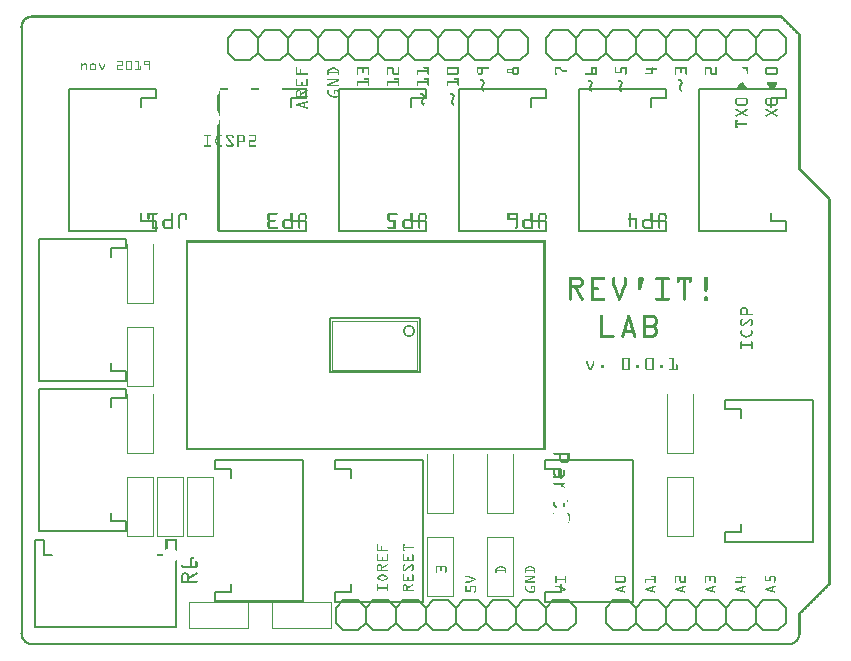
<source format=gto>
G04 MADE WITH FRITZING*
G04 WWW.FRITZING.ORG*
G04 DOUBLE SIDED*
G04 HOLES PLATED*
G04 CONTOUR ON CENTER OF CONTOUR VECTOR*
%ASAXBY*%
%FSLAX23Y23*%
%MOIN*%
%OFA0B0*%
%SFA1.0B1.0*%
%ADD10C,0.042000X0.03*%
%ADD11C,0.006000*%
%ADD12C,0.002000*%
%ADD13C,0.008000*%
%ADD14R,0.001000X0.001000*%
%LNSILK1*%
G90*
G70*
G54D10*
X1304Y1051D03*
G54D11*
X2284Y153D02*
X2334Y153D01*
D02*
X2334Y153D02*
X2359Y128D01*
D02*
X2359Y128D02*
X2359Y78D01*
D02*
X2359Y78D02*
X2334Y53D01*
D02*
X2359Y128D02*
X2384Y153D01*
D02*
X2384Y153D02*
X2434Y153D01*
D02*
X2434Y153D02*
X2459Y128D01*
D02*
X2459Y128D02*
X2459Y78D01*
D02*
X2459Y78D02*
X2434Y53D01*
D02*
X2434Y53D02*
X2384Y53D01*
D02*
X2384Y53D02*
X2359Y78D01*
D02*
X2159Y128D02*
X2184Y153D01*
D02*
X2184Y153D02*
X2234Y153D01*
D02*
X2234Y153D02*
X2259Y128D01*
D02*
X2259Y128D02*
X2259Y78D01*
D02*
X2259Y78D02*
X2234Y53D01*
D02*
X2234Y53D02*
X2184Y53D01*
D02*
X2184Y53D02*
X2159Y78D01*
D02*
X2284Y153D02*
X2259Y128D01*
D02*
X2259Y78D02*
X2284Y53D01*
D02*
X2334Y53D02*
X2284Y53D01*
D02*
X1984Y153D02*
X2034Y153D01*
D02*
X2034Y153D02*
X2059Y128D01*
D02*
X2059Y128D02*
X2059Y78D01*
D02*
X2059Y78D02*
X2034Y53D01*
D02*
X2059Y128D02*
X2084Y153D01*
D02*
X2084Y153D02*
X2134Y153D01*
D02*
X2134Y153D02*
X2159Y128D01*
D02*
X2159Y128D02*
X2159Y78D01*
D02*
X2159Y78D02*
X2134Y53D01*
D02*
X2134Y53D02*
X2084Y53D01*
D02*
X2084Y53D02*
X2059Y78D01*
D02*
X1959Y128D02*
X1959Y78D01*
D02*
X1984Y153D02*
X1959Y128D01*
D02*
X1959Y78D02*
X1984Y53D01*
D02*
X2034Y53D02*
X1984Y53D01*
D02*
X2484Y153D02*
X2534Y153D01*
D02*
X2534Y153D02*
X2559Y128D01*
D02*
X2559Y128D02*
X2559Y78D01*
D02*
X2559Y78D02*
X2534Y53D01*
D02*
X2484Y153D02*
X2459Y128D01*
D02*
X2459Y78D02*
X2484Y53D01*
D02*
X2534Y53D02*
X2484Y53D01*
D02*
X874Y1953D02*
X824Y1953D01*
D02*
X1074Y1953D02*
X1024Y1953D01*
D02*
X974Y1953D02*
X924Y1953D01*
D02*
X1174Y1953D02*
X1124Y1953D01*
D02*
X1374Y1953D02*
X1324Y1953D01*
D02*
X1274Y1953D02*
X1224Y1953D01*
D02*
X1474Y1953D02*
X1424Y1953D01*
D02*
X1674Y1953D02*
X1624Y1953D01*
D02*
X1574Y1953D02*
X1524Y1953D01*
D02*
X774Y1953D02*
X724Y1953D01*
D02*
X899Y1978D02*
X874Y1953D01*
D02*
X824Y1953D02*
X799Y1978D01*
D02*
X799Y1978D02*
X799Y2028D01*
D02*
X799Y2028D02*
X824Y2053D01*
D02*
X824Y2053D02*
X874Y2053D01*
D02*
X874Y2053D02*
X899Y2028D01*
D02*
X1024Y1953D02*
X999Y1978D01*
D02*
X999Y1978D02*
X999Y2028D01*
D02*
X999Y2028D02*
X1024Y2053D01*
D02*
X999Y1978D02*
X974Y1953D01*
D02*
X924Y1953D02*
X899Y1978D01*
D02*
X899Y1978D02*
X899Y2028D01*
D02*
X899Y2028D02*
X924Y2053D01*
D02*
X924Y2053D02*
X974Y2053D01*
D02*
X974Y2053D02*
X999Y2028D01*
D02*
X1199Y1978D02*
X1174Y1953D01*
D02*
X1124Y1953D02*
X1099Y1978D01*
D02*
X1099Y1978D02*
X1099Y2028D01*
D02*
X1099Y2028D02*
X1124Y2053D01*
D02*
X1124Y2053D02*
X1174Y2053D01*
D02*
X1174Y2053D02*
X1199Y2028D01*
D02*
X1074Y1953D02*
X1099Y1978D01*
D02*
X1099Y2028D02*
X1074Y2053D01*
D02*
X1024Y2053D02*
X1074Y2053D01*
D02*
X1324Y1953D02*
X1299Y1978D01*
D02*
X1299Y1978D02*
X1299Y2028D01*
D02*
X1299Y2028D02*
X1324Y2053D01*
D02*
X1299Y1978D02*
X1274Y1953D01*
D02*
X1224Y1953D02*
X1199Y1978D01*
D02*
X1199Y1978D02*
X1199Y2028D01*
D02*
X1199Y2028D02*
X1224Y2053D01*
D02*
X1224Y2053D02*
X1274Y2053D01*
D02*
X1274Y2053D02*
X1299Y2028D01*
D02*
X1499Y1978D02*
X1474Y1953D01*
D02*
X1424Y1953D02*
X1399Y1978D01*
D02*
X1399Y1978D02*
X1399Y2028D01*
D02*
X1399Y2028D02*
X1424Y2053D01*
D02*
X1424Y2053D02*
X1474Y2053D01*
D02*
X1474Y2053D02*
X1499Y2028D01*
D02*
X1374Y1953D02*
X1399Y1978D01*
D02*
X1399Y2028D02*
X1374Y2053D01*
D02*
X1324Y2053D02*
X1374Y2053D01*
D02*
X1624Y1953D02*
X1599Y1978D01*
D02*
X1599Y1978D02*
X1599Y2028D01*
D02*
X1599Y2028D02*
X1624Y2053D01*
D02*
X1599Y1978D02*
X1574Y1953D01*
D02*
X1524Y1953D02*
X1499Y1978D01*
D02*
X1499Y1978D02*
X1499Y2028D01*
D02*
X1499Y2028D02*
X1524Y2053D01*
D02*
X1524Y2053D02*
X1574Y2053D01*
D02*
X1574Y2053D02*
X1599Y2028D01*
D02*
X1699Y1978D02*
X1699Y2028D01*
D02*
X1674Y1953D02*
X1699Y1978D01*
D02*
X1699Y2028D02*
X1674Y2053D01*
D02*
X1624Y2053D02*
X1674Y2053D01*
D02*
X724Y1953D02*
X699Y1978D01*
D02*
X699Y1978D02*
X699Y2028D01*
D02*
X699Y2028D02*
X724Y2053D01*
D02*
X774Y1953D02*
X799Y1978D01*
D02*
X799Y2028D02*
X774Y2053D01*
D02*
X724Y2053D02*
X774Y2053D01*
D02*
X1934Y1953D02*
X1884Y1953D01*
D02*
X1884Y1953D02*
X1859Y1978D01*
D02*
X1859Y1978D02*
X1859Y2028D01*
D02*
X1859Y2028D02*
X1884Y2053D01*
D02*
X2059Y1978D02*
X2034Y1953D01*
D02*
X2034Y1953D02*
X1984Y1953D01*
D02*
X1984Y1953D02*
X1959Y1978D01*
D02*
X1959Y1978D02*
X1959Y2028D01*
D02*
X1959Y2028D02*
X1984Y2053D01*
D02*
X1984Y2053D02*
X2034Y2053D01*
D02*
X2034Y2053D02*
X2059Y2028D01*
D02*
X1934Y1953D02*
X1959Y1978D01*
D02*
X1959Y2028D02*
X1934Y2053D01*
D02*
X1884Y2053D02*
X1934Y2053D01*
D02*
X2234Y1953D02*
X2184Y1953D01*
D02*
X2184Y1953D02*
X2159Y1978D01*
D02*
X2159Y1978D02*
X2159Y2028D01*
D02*
X2159Y2028D02*
X2184Y2053D01*
D02*
X2159Y1978D02*
X2134Y1953D01*
D02*
X2134Y1953D02*
X2084Y1953D01*
D02*
X2084Y1953D02*
X2059Y1978D01*
D02*
X2059Y1978D02*
X2059Y2028D01*
D02*
X2059Y2028D02*
X2084Y2053D01*
D02*
X2084Y2053D02*
X2134Y2053D01*
D02*
X2134Y2053D02*
X2159Y2028D01*
D02*
X2359Y1978D02*
X2334Y1953D01*
D02*
X2334Y1953D02*
X2284Y1953D01*
D02*
X2284Y1953D02*
X2259Y1978D01*
D02*
X2259Y1978D02*
X2259Y2028D01*
D02*
X2259Y2028D02*
X2284Y2053D01*
D02*
X2284Y2053D02*
X2334Y2053D01*
D02*
X2334Y2053D02*
X2359Y2028D01*
D02*
X2234Y1953D02*
X2259Y1978D01*
D02*
X2259Y2028D02*
X2234Y2053D01*
D02*
X2184Y2053D02*
X2234Y2053D01*
D02*
X2534Y1953D02*
X2484Y1953D01*
D02*
X2484Y1953D02*
X2459Y1978D01*
D02*
X2459Y1978D02*
X2459Y2028D01*
D02*
X2459Y2028D02*
X2484Y2053D01*
D02*
X2459Y1978D02*
X2434Y1953D01*
D02*
X2434Y1953D02*
X2384Y1953D01*
D02*
X2384Y1953D02*
X2359Y1978D01*
D02*
X2359Y1978D02*
X2359Y2028D01*
D02*
X2359Y2028D02*
X2384Y2053D01*
D02*
X2384Y2053D02*
X2434Y2053D01*
D02*
X2434Y2053D02*
X2459Y2028D01*
D02*
X2559Y1978D02*
X2559Y2028D01*
D02*
X2534Y1953D02*
X2559Y1978D01*
D02*
X2559Y2028D02*
X2534Y2053D01*
D02*
X2484Y2053D02*
X2534Y2053D01*
D02*
X1834Y1953D02*
X1784Y1953D01*
D02*
X1784Y1953D02*
X1759Y1978D01*
D02*
X1759Y1978D02*
X1759Y2028D01*
D02*
X1759Y2028D02*
X1784Y2053D01*
D02*
X1834Y1953D02*
X1859Y1978D01*
D02*
X1859Y2028D02*
X1834Y2053D01*
D02*
X1784Y2053D02*
X1834Y2053D01*
D02*
X1684Y153D02*
X1734Y153D01*
D02*
X1734Y153D02*
X1759Y128D01*
D02*
X1759Y128D02*
X1759Y78D01*
D02*
X1759Y78D02*
X1734Y53D01*
D02*
X1559Y128D02*
X1584Y153D01*
D02*
X1584Y153D02*
X1634Y153D01*
D02*
X1634Y153D02*
X1659Y128D01*
D02*
X1659Y128D02*
X1659Y78D01*
D02*
X1659Y78D02*
X1634Y53D01*
D02*
X1634Y53D02*
X1584Y53D01*
D02*
X1584Y53D02*
X1559Y78D01*
D02*
X1684Y153D02*
X1659Y128D01*
D02*
X1659Y78D02*
X1684Y53D01*
D02*
X1734Y53D02*
X1684Y53D01*
D02*
X1384Y153D02*
X1434Y153D01*
D02*
X1434Y153D02*
X1459Y128D01*
D02*
X1459Y128D02*
X1459Y78D01*
D02*
X1459Y78D02*
X1434Y53D01*
D02*
X1459Y128D02*
X1484Y153D01*
D02*
X1484Y153D02*
X1534Y153D01*
D02*
X1534Y153D02*
X1559Y128D01*
D02*
X1559Y128D02*
X1559Y78D01*
D02*
X1559Y78D02*
X1534Y53D01*
D02*
X1534Y53D02*
X1484Y53D01*
D02*
X1484Y53D02*
X1459Y78D01*
D02*
X1259Y128D02*
X1284Y153D01*
D02*
X1284Y153D02*
X1334Y153D01*
D02*
X1334Y153D02*
X1359Y128D01*
D02*
X1359Y128D02*
X1359Y78D01*
D02*
X1359Y78D02*
X1334Y53D01*
D02*
X1334Y53D02*
X1284Y53D01*
D02*
X1284Y53D02*
X1259Y78D01*
D02*
X1384Y153D02*
X1359Y128D01*
D02*
X1359Y78D02*
X1384Y53D01*
D02*
X1434Y53D02*
X1384Y53D01*
D02*
X1084Y153D02*
X1134Y153D01*
D02*
X1134Y153D02*
X1159Y128D01*
D02*
X1159Y128D02*
X1159Y78D01*
D02*
X1159Y78D02*
X1134Y53D01*
D02*
X1159Y128D02*
X1184Y153D01*
D02*
X1184Y153D02*
X1234Y153D01*
D02*
X1234Y153D02*
X1259Y128D01*
D02*
X1259Y128D02*
X1259Y78D01*
D02*
X1259Y78D02*
X1234Y53D01*
D02*
X1234Y53D02*
X1184Y53D01*
D02*
X1184Y53D02*
X1159Y78D01*
D02*
X1059Y128D02*
X1059Y78D01*
D02*
X1084Y153D02*
X1059Y128D01*
D02*
X1059Y78D02*
X1084Y53D01*
D02*
X1134Y53D02*
X1084Y53D01*
D02*
X1784Y153D02*
X1834Y153D01*
D02*
X1834Y153D02*
X1859Y128D01*
D02*
X1859Y128D02*
X1859Y78D01*
D02*
X1859Y78D02*
X1834Y53D01*
D02*
X1784Y153D02*
X1759Y128D01*
D02*
X1759Y78D02*
X1784Y53D01*
D02*
X1834Y53D02*
X1784Y53D01*
D02*
X1339Y1093D02*
X1039Y1093D01*
D02*
X1039Y913D02*
X1039Y1093D01*
D02*
X1039Y913D02*
X1339Y913D01*
D02*
X1339Y1093D02*
X1339Y913D01*
G54D12*
D02*
X1330Y1084D02*
X1048Y1084D01*
D02*
X1048Y922D02*
X1048Y1084D01*
D02*
X1048Y922D02*
X1330Y922D01*
D02*
X1330Y1084D02*
X1330Y922D01*
G54D13*
D02*
X1809Y562D02*
X1809Y590D01*
D02*
X1809Y590D02*
X1758Y590D01*
D02*
X1758Y590D02*
X1758Y621D01*
D02*
X1758Y621D02*
X2049Y621D01*
D02*
X2049Y621D02*
X2049Y149D01*
D02*
X2049Y149D02*
X1758Y149D01*
D02*
X1758Y149D02*
X1758Y180D01*
D02*
X1758Y180D02*
X1809Y180D01*
D02*
X1809Y180D02*
X1809Y208D01*
D02*
X709Y562D02*
X709Y590D01*
D02*
X709Y590D02*
X658Y590D01*
D02*
X658Y590D02*
X658Y621D01*
D02*
X658Y621D02*
X949Y621D01*
D02*
X949Y621D02*
X949Y149D01*
D02*
X658Y149D02*
X658Y180D01*
D02*
X658Y180D02*
X709Y180D01*
D02*
X709Y180D02*
X709Y208D01*
D02*
X2409Y762D02*
X2409Y790D01*
D02*
X2409Y790D02*
X2358Y790D01*
D02*
X2358Y790D02*
X2358Y821D01*
D02*
X2358Y821D02*
X2649Y821D01*
D02*
X2649Y821D02*
X2649Y349D01*
D02*
X2649Y349D02*
X2358Y349D01*
D02*
X2358Y349D02*
X2358Y380D01*
D02*
X2358Y380D02*
X2409Y380D01*
D02*
X2409Y380D02*
X2409Y408D01*
D02*
X1109Y562D02*
X1109Y590D01*
D02*
X1109Y590D02*
X1058Y590D01*
D02*
X1058Y590D02*
X1058Y621D01*
D02*
X1058Y621D02*
X1349Y621D01*
D02*
X1349Y621D02*
X1349Y149D01*
D02*
X1349Y149D02*
X1058Y149D01*
D02*
X1058Y149D02*
X1058Y180D01*
D02*
X1058Y180D02*
X1109Y180D01*
D02*
X1109Y180D02*
X1109Y208D01*
D02*
X309Y944D02*
X309Y916D01*
D02*
X309Y916D02*
X360Y916D01*
D02*
X360Y916D02*
X360Y885D01*
D02*
X360Y885D02*
X69Y885D01*
D02*
X69Y885D02*
X69Y1357D01*
D02*
X69Y1357D02*
X360Y1357D01*
D02*
X360Y1357D02*
X360Y1326D01*
D02*
X360Y1326D02*
X309Y1326D01*
D02*
X309Y1326D02*
X309Y1298D01*
D02*
X496Y354D02*
X527Y354D01*
D02*
X527Y63D02*
X55Y63D01*
D02*
X55Y63D02*
X55Y354D01*
D02*
X55Y354D02*
X86Y354D01*
D02*
X86Y354D02*
X86Y303D01*
D02*
X86Y303D02*
X114Y303D01*
D02*
X309Y444D02*
X309Y416D01*
D02*
X309Y416D02*
X360Y416D01*
D02*
X360Y416D02*
X360Y385D01*
D02*
X360Y385D02*
X69Y385D01*
D02*
X69Y385D02*
X69Y857D01*
D02*
X69Y857D02*
X360Y857D01*
D02*
X360Y857D02*
X360Y826D01*
D02*
X360Y826D02*
X309Y826D01*
D02*
X309Y826D02*
X309Y798D01*
D02*
X2109Y1444D02*
X2109Y1416D01*
D02*
X2109Y1416D02*
X2160Y1416D01*
D02*
X2160Y1416D02*
X2160Y1385D01*
D02*
X2160Y1385D02*
X1869Y1385D01*
D02*
X1869Y1385D02*
X1869Y1857D01*
D02*
X1869Y1857D02*
X2160Y1857D01*
D02*
X2160Y1857D02*
X2160Y1826D01*
D02*
X2160Y1826D02*
X2109Y1826D01*
D02*
X2109Y1826D02*
X2109Y1798D01*
D02*
X1709Y1444D02*
X1709Y1416D01*
D02*
X1709Y1416D02*
X1760Y1416D01*
D02*
X1760Y1416D02*
X1760Y1385D01*
D02*
X1760Y1385D02*
X1469Y1385D01*
D02*
X1469Y1385D02*
X1469Y1857D01*
D02*
X1469Y1857D02*
X1760Y1857D01*
D02*
X1760Y1857D02*
X1760Y1826D01*
D02*
X1760Y1826D02*
X1709Y1826D01*
D02*
X1709Y1826D02*
X1709Y1798D01*
D02*
X2509Y1444D02*
X2509Y1416D01*
D02*
X2509Y1416D02*
X2560Y1416D01*
D02*
X2560Y1416D02*
X2560Y1385D01*
D02*
X2560Y1385D02*
X2269Y1385D01*
D02*
X2269Y1385D02*
X2269Y1857D01*
D02*
X2269Y1857D02*
X2560Y1857D01*
D02*
X2560Y1857D02*
X2560Y1826D01*
D02*
X2560Y1826D02*
X2509Y1826D01*
D02*
X2509Y1826D02*
X2509Y1798D01*
D02*
X1309Y1444D02*
X1309Y1416D01*
D02*
X1309Y1416D02*
X1360Y1416D01*
D02*
X1360Y1416D02*
X1360Y1385D01*
D02*
X1360Y1385D02*
X1069Y1385D01*
D02*
X1069Y1385D02*
X1069Y1857D01*
D02*
X1069Y1857D02*
X1360Y1857D01*
D02*
X1360Y1857D02*
X1360Y1826D01*
D02*
X1360Y1826D02*
X1309Y1826D01*
D02*
X1309Y1826D02*
X1309Y1798D01*
D02*
X409Y1444D02*
X409Y1416D01*
D02*
X409Y1416D02*
X460Y1416D01*
D02*
X460Y1416D02*
X460Y1385D01*
D02*
X460Y1385D02*
X169Y1385D01*
D02*
X169Y1385D02*
X169Y1857D01*
D02*
X169Y1857D02*
X460Y1857D01*
D02*
X460Y1857D02*
X460Y1826D01*
D02*
X460Y1826D02*
X409Y1826D01*
D02*
X409Y1826D02*
X409Y1798D01*
D02*
X909Y1444D02*
X909Y1416D01*
D02*
X909Y1416D02*
X960Y1416D01*
D02*
X960Y1416D02*
X960Y1385D01*
D02*
X960Y1385D02*
X669Y1385D01*
D02*
X960Y1857D02*
X960Y1826D01*
D02*
X960Y1826D02*
X909Y1826D01*
D02*
X909Y1826D02*
X909Y1798D01*
G54D14*
X43Y2103D02*
X2545Y2103D01*
X38Y2102D02*
X2547Y2102D01*
X35Y2101D02*
X2548Y2101D01*
X32Y2100D02*
X2549Y2100D01*
X30Y2099D02*
X2550Y2099D01*
X28Y2098D02*
X2551Y2098D01*
X27Y2097D02*
X2552Y2097D01*
X25Y2096D02*
X2553Y2096D01*
X24Y2095D02*
X43Y2095D01*
X2543Y2095D02*
X2554Y2095D01*
X22Y2094D02*
X38Y2094D01*
X2544Y2094D02*
X2555Y2094D01*
X21Y2093D02*
X35Y2093D01*
X2545Y2093D02*
X2556Y2093D01*
X20Y2092D02*
X33Y2092D01*
X2546Y2092D02*
X2557Y2092D01*
X19Y2091D02*
X31Y2091D01*
X2547Y2091D02*
X2558Y2091D01*
X18Y2090D02*
X29Y2090D01*
X2548Y2090D02*
X2559Y2090D01*
X17Y2089D02*
X28Y2089D01*
X2549Y2089D02*
X2560Y2089D01*
X17Y2088D02*
X27Y2088D01*
X2550Y2088D02*
X2561Y2088D01*
X16Y2087D02*
X25Y2087D01*
X2551Y2087D02*
X2562Y2087D01*
X15Y2086D02*
X24Y2086D01*
X2552Y2086D02*
X2563Y2086D01*
X14Y2085D02*
X24Y2085D01*
X2553Y2085D02*
X2564Y2085D01*
X14Y2084D02*
X23Y2084D01*
X2554Y2084D02*
X2565Y2084D01*
X13Y2083D02*
X22Y2083D01*
X2555Y2083D02*
X2566Y2083D01*
X13Y2082D02*
X21Y2082D01*
X2556Y2082D02*
X2567Y2082D01*
X12Y2081D02*
X20Y2081D01*
X2557Y2081D02*
X2568Y2081D01*
X12Y2080D02*
X20Y2080D01*
X2558Y2080D02*
X2569Y2080D01*
X11Y2079D02*
X19Y2079D01*
X2559Y2079D02*
X2570Y2079D01*
X11Y2078D02*
X19Y2078D01*
X2560Y2078D02*
X2571Y2078D01*
X11Y2077D02*
X18Y2077D01*
X2561Y2077D02*
X2572Y2077D01*
X10Y2076D02*
X18Y2076D01*
X2562Y2076D02*
X2573Y2076D01*
X10Y2075D02*
X17Y2075D01*
X2563Y2075D02*
X2574Y2075D01*
X10Y2074D02*
X17Y2074D01*
X2564Y2074D02*
X2575Y2074D01*
X10Y2073D02*
X17Y2073D01*
X2565Y2073D02*
X2576Y2073D01*
X9Y2072D02*
X16Y2072D01*
X2566Y2072D02*
X2577Y2072D01*
X9Y2071D02*
X16Y2071D01*
X2567Y2071D02*
X2578Y2071D01*
X9Y2070D02*
X16Y2070D01*
X2568Y2070D02*
X2579Y2070D01*
X9Y2069D02*
X16Y2069D01*
X2569Y2069D02*
X2580Y2069D01*
X9Y2068D02*
X16Y2068D01*
X2570Y2068D02*
X2581Y2068D01*
X9Y2067D02*
X15Y2067D01*
X2571Y2067D02*
X2582Y2067D01*
X8Y2066D02*
X15Y2066D01*
X2572Y2066D02*
X2583Y2066D01*
X8Y2065D02*
X15Y2065D01*
X2573Y2065D02*
X2584Y2065D01*
X8Y2064D02*
X15Y2064D01*
X2574Y2064D02*
X2585Y2064D01*
X8Y2063D02*
X15Y2063D01*
X2575Y2063D02*
X2586Y2063D01*
X8Y2062D02*
X15Y2062D01*
X2576Y2062D02*
X2587Y2062D01*
X9Y2061D02*
X16Y2061D01*
X2577Y2061D02*
X2588Y2061D01*
X8Y2060D02*
X16Y2060D01*
X2578Y2060D02*
X2589Y2060D01*
X9Y2059D02*
X16Y2059D01*
X2579Y2059D02*
X2590Y2059D01*
X9Y2058D02*
X16Y2058D01*
X2580Y2058D02*
X2591Y2058D01*
X9Y2057D02*
X16Y2057D01*
X2581Y2057D02*
X2592Y2057D01*
X9Y2056D02*
X16Y2056D01*
X2582Y2056D02*
X2593Y2056D01*
X9Y2055D02*
X16Y2055D01*
X2583Y2055D02*
X2594Y2055D01*
X9Y2054D02*
X16Y2054D01*
X2584Y2054D02*
X2595Y2054D01*
X9Y2053D02*
X16Y2053D01*
X2585Y2053D02*
X2596Y2053D01*
X9Y2052D02*
X16Y2052D01*
X2586Y2052D02*
X2597Y2052D01*
X9Y2051D02*
X16Y2051D01*
X2587Y2051D02*
X2598Y2051D01*
X9Y2050D02*
X16Y2050D01*
X2588Y2050D02*
X2599Y2050D01*
X9Y2049D02*
X16Y2049D01*
X2589Y2049D02*
X2600Y2049D01*
X9Y2048D02*
X16Y2048D01*
X2590Y2048D02*
X2601Y2048D01*
X9Y2047D02*
X16Y2047D01*
X2591Y2047D02*
X2602Y2047D01*
X9Y2046D02*
X16Y2046D01*
X2592Y2046D02*
X2603Y2046D01*
X9Y2045D02*
X16Y2045D01*
X2593Y2045D02*
X2604Y2045D01*
X9Y2044D02*
X16Y2044D01*
X2594Y2044D02*
X2605Y2044D01*
X9Y2043D02*
X16Y2043D01*
X2595Y2043D02*
X2606Y2043D01*
X9Y2042D02*
X16Y2042D01*
X2596Y2042D02*
X2607Y2042D01*
X9Y2041D02*
X16Y2041D01*
X2597Y2041D02*
X2608Y2041D01*
X9Y2040D02*
X16Y2040D01*
X2598Y2040D02*
X2608Y2040D01*
X9Y2039D02*
X16Y2039D01*
X2599Y2039D02*
X2608Y2039D01*
X9Y2038D02*
X16Y2038D01*
X2600Y2038D02*
X2608Y2038D01*
X9Y2037D02*
X16Y2037D01*
X2601Y2037D02*
X2608Y2037D01*
X9Y2036D02*
X16Y2036D01*
X2601Y2036D02*
X2608Y2036D01*
X9Y2035D02*
X16Y2035D01*
X2601Y2035D02*
X2608Y2035D01*
X9Y2034D02*
X16Y2034D01*
X2601Y2034D02*
X2608Y2034D01*
X9Y2033D02*
X16Y2033D01*
X2601Y2033D02*
X2608Y2033D01*
X9Y2032D02*
X16Y2032D01*
X2601Y2032D02*
X2608Y2032D01*
X9Y2031D02*
X16Y2031D01*
X2601Y2031D02*
X2608Y2031D01*
X9Y2030D02*
X16Y2030D01*
X2601Y2030D02*
X2608Y2030D01*
X9Y2029D02*
X16Y2029D01*
X2601Y2029D02*
X2608Y2029D01*
X9Y2028D02*
X16Y2028D01*
X2601Y2028D02*
X2608Y2028D01*
X9Y2027D02*
X16Y2027D01*
X2601Y2027D02*
X2608Y2027D01*
X9Y2026D02*
X16Y2026D01*
X2601Y2026D02*
X2608Y2026D01*
X9Y2025D02*
X16Y2025D01*
X2601Y2025D02*
X2608Y2025D01*
X9Y2024D02*
X16Y2024D01*
X2601Y2024D02*
X2608Y2024D01*
X9Y2023D02*
X16Y2023D01*
X2601Y2023D02*
X2608Y2023D01*
X9Y2022D02*
X16Y2022D01*
X2601Y2022D02*
X2608Y2022D01*
X9Y2021D02*
X16Y2021D01*
X2601Y2021D02*
X2608Y2021D01*
X9Y2020D02*
X16Y2020D01*
X2601Y2020D02*
X2608Y2020D01*
X9Y2019D02*
X16Y2019D01*
X2601Y2019D02*
X2608Y2019D01*
X9Y2018D02*
X16Y2018D01*
X2601Y2018D02*
X2608Y2018D01*
X9Y2017D02*
X16Y2017D01*
X2601Y2017D02*
X2608Y2017D01*
X9Y2016D02*
X16Y2016D01*
X2601Y2016D02*
X2608Y2016D01*
X9Y2015D02*
X16Y2015D01*
X2601Y2015D02*
X2608Y2015D01*
X9Y2014D02*
X16Y2014D01*
X2601Y2014D02*
X2608Y2014D01*
X9Y2013D02*
X16Y2013D01*
X2601Y2013D02*
X2608Y2013D01*
X9Y2012D02*
X16Y2012D01*
X2601Y2012D02*
X2608Y2012D01*
X9Y2011D02*
X16Y2011D01*
X2601Y2011D02*
X2608Y2011D01*
X9Y2010D02*
X16Y2010D01*
X2601Y2010D02*
X2608Y2010D01*
X9Y2009D02*
X16Y2009D01*
X2601Y2009D02*
X2608Y2009D01*
X9Y2008D02*
X16Y2008D01*
X2601Y2008D02*
X2608Y2008D01*
X9Y2007D02*
X16Y2007D01*
X2601Y2007D02*
X2608Y2007D01*
X9Y2006D02*
X16Y2006D01*
X2601Y2006D02*
X2608Y2006D01*
X9Y2005D02*
X16Y2005D01*
X2601Y2005D02*
X2608Y2005D01*
X9Y2004D02*
X16Y2004D01*
X2601Y2004D02*
X2608Y2004D01*
X9Y2003D02*
X16Y2003D01*
X2601Y2003D02*
X2608Y2003D01*
X9Y2002D02*
X16Y2002D01*
X2601Y2002D02*
X2608Y2002D01*
X9Y2001D02*
X16Y2001D01*
X2601Y2001D02*
X2608Y2001D01*
X9Y2000D02*
X16Y2000D01*
X2601Y2000D02*
X2608Y2000D01*
X9Y1999D02*
X16Y1999D01*
X2601Y1999D02*
X2608Y1999D01*
X9Y1998D02*
X16Y1998D01*
X2601Y1998D02*
X2608Y1998D01*
X9Y1997D02*
X16Y1997D01*
X2601Y1997D02*
X2608Y1997D01*
X9Y1996D02*
X16Y1996D01*
X2601Y1996D02*
X2608Y1996D01*
X9Y1995D02*
X16Y1995D01*
X2601Y1995D02*
X2608Y1995D01*
X9Y1994D02*
X16Y1994D01*
X2601Y1994D02*
X2608Y1994D01*
X9Y1993D02*
X16Y1993D01*
X2601Y1993D02*
X2608Y1993D01*
X9Y1992D02*
X16Y1992D01*
X2601Y1992D02*
X2608Y1992D01*
X9Y1991D02*
X16Y1991D01*
X2601Y1991D02*
X2608Y1991D01*
X9Y1990D02*
X16Y1990D01*
X2601Y1990D02*
X2608Y1990D01*
X9Y1989D02*
X16Y1989D01*
X2601Y1989D02*
X2608Y1989D01*
X9Y1988D02*
X16Y1988D01*
X2601Y1988D02*
X2608Y1988D01*
X9Y1987D02*
X16Y1987D01*
X2601Y1987D02*
X2608Y1987D01*
X9Y1986D02*
X16Y1986D01*
X2601Y1986D02*
X2608Y1986D01*
X9Y1985D02*
X16Y1985D01*
X2601Y1985D02*
X2608Y1985D01*
X9Y1984D02*
X16Y1984D01*
X2601Y1984D02*
X2608Y1984D01*
X9Y1983D02*
X16Y1983D01*
X2601Y1983D02*
X2608Y1983D01*
X9Y1982D02*
X16Y1982D01*
X2601Y1982D02*
X2608Y1982D01*
X9Y1981D02*
X16Y1981D01*
X2601Y1981D02*
X2608Y1981D01*
X9Y1980D02*
X16Y1980D01*
X2601Y1980D02*
X2608Y1980D01*
X9Y1979D02*
X16Y1979D01*
X2601Y1979D02*
X2608Y1979D01*
X9Y1978D02*
X16Y1978D01*
X2601Y1978D02*
X2608Y1978D01*
X9Y1977D02*
X16Y1977D01*
X2601Y1977D02*
X2608Y1977D01*
X9Y1976D02*
X16Y1976D01*
X2601Y1976D02*
X2608Y1976D01*
X9Y1975D02*
X16Y1975D01*
X2601Y1975D02*
X2608Y1975D01*
X9Y1974D02*
X16Y1974D01*
X2601Y1974D02*
X2608Y1974D01*
X9Y1973D02*
X16Y1973D01*
X2601Y1973D02*
X2608Y1973D01*
X9Y1972D02*
X16Y1972D01*
X2601Y1972D02*
X2608Y1972D01*
X9Y1971D02*
X16Y1971D01*
X2601Y1971D02*
X2608Y1971D01*
X9Y1970D02*
X16Y1970D01*
X2601Y1970D02*
X2608Y1970D01*
X9Y1969D02*
X16Y1969D01*
X2601Y1969D02*
X2608Y1969D01*
X9Y1968D02*
X16Y1968D01*
X2601Y1968D02*
X2608Y1968D01*
X9Y1967D02*
X16Y1967D01*
X2601Y1967D02*
X2608Y1967D01*
X9Y1966D02*
X16Y1966D01*
X2601Y1966D02*
X2608Y1966D01*
X9Y1965D02*
X16Y1965D01*
X2601Y1965D02*
X2608Y1965D01*
X9Y1964D02*
X16Y1964D01*
X2601Y1964D02*
X2608Y1964D01*
X9Y1963D02*
X16Y1963D01*
X2601Y1963D02*
X2608Y1963D01*
X9Y1962D02*
X16Y1962D01*
X2601Y1962D02*
X2608Y1962D01*
X9Y1961D02*
X16Y1961D01*
X2601Y1961D02*
X2608Y1961D01*
X9Y1960D02*
X16Y1960D01*
X2601Y1960D02*
X2608Y1960D01*
X9Y1959D02*
X16Y1959D01*
X2601Y1959D02*
X2608Y1959D01*
X9Y1958D02*
X16Y1958D01*
X2601Y1958D02*
X2608Y1958D01*
X9Y1957D02*
X16Y1957D01*
X2601Y1957D02*
X2608Y1957D01*
X9Y1956D02*
X16Y1956D01*
X2601Y1956D02*
X2608Y1956D01*
X9Y1955D02*
X16Y1955D01*
X2601Y1955D02*
X2608Y1955D01*
X9Y1954D02*
X16Y1954D01*
X2601Y1954D02*
X2608Y1954D01*
X9Y1953D02*
X16Y1953D01*
X2601Y1953D02*
X2608Y1953D01*
X9Y1952D02*
X16Y1952D01*
X2601Y1952D02*
X2608Y1952D01*
X9Y1951D02*
X16Y1951D01*
X331Y1951D02*
X349Y1951D01*
X363Y1951D02*
X379Y1951D01*
X391Y1951D02*
X402Y1951D01*
X421Y1951D02*
X440Y1951D01*
X2601Y1951D02*
X2608Y1951D01*
X9Y1950D02*
X16Y1950D01*
X331Y1950D02*
X350Y1950D01*
X362Y1950D02*
X380Y1950D01*
X391Y1950D02*
X402Y1950D01*
X421Y1950D02*
X441Y1950D01*
X2601Y1950D02*
X2608Y1950D01*
X9Y1949D02*
X16Y1949D01*
X331Y1949D02*
X350Y1949D01*
X361Y1949D02*
X380Y1949D01*
X391Y1949D02*
X402Y1949D01*
X421Y1949D02*
X441Y1949D01*
X2601Y1949D02*
X2608Y1949D01*
X9Y1948D02*
X16Y1948D01*
X332Y1948D02*
X351Y1948D01*
X361Y1948D02*
X381Y1948D01*
X392Y1948D02*
X402Y1948D01*
X421Y1948D02*
X441Y1948D01*
X2601Y1948D02*
X2608Y1948D01*
X9Y1947D02*
X16Y1947D01*
X347Y1947D02*
X351Y1947D01*
X361Y1947D02*
X364Y1947D01*
X377Y1947D02*
X381Y1947D01*
X399Y1947D02*
X402Y1947D01*
X421Y1947D02*
X424Y1947D01*
X438Y1947D02*
X441Y1947D01*
X2601Y1947D02*
X2608Y1947D01*
X9Y1946D02*
X16Y1946D01*
X347Y1946D02*
X351Y1946D01*
X361Y1946D02*
X364Y1946D01*
X377Y1946D02*
X381Y1946D01*
X399Y1946D02*
X402Y1946D01*
X421Y1946D02*
X424Y1946D01*
X438Y1946D02*
X441Y1946D01*
X2601Y1946D02*
X2608Y1946D01*
X9Y1945D02*
X16Y1945D01*
X347Y1945D02*
X351Y1945D01*
X361Y1945D02*
X364Y1945D01*
X377Y1945D02*
X381Y1945D01*
X399Y1945D02*
X402Y1945D01*
X421Y1945D02*
X424Y1945D01*
X438Y1945D02*
X441Y1945D01*
X2601Y1945D02*
X2608Y1945D01*
X9Y1944D02*
X16Y1944D01*
X347Y1944D02*
X351Y1944D01*
X361Y1944D02*
X364Y1944D01*
X377Y1944D02*
X381Y1944D01*
X399Y1944D02*
X402Y1944D01*
X421Y1944D02*
X424Y1944D01*
X438Y1944D02*
X441Y1944D01*
X2601Y1944D02*
X2608Y1944D01*
X9Y1943D02*
X16Y1943D01*
X212Y1943D02*
X213Y1943D01*
X221Y1943D02*
X225Y1943D01*
X248Y1943D02*
X254Y1943D01*
X272Y1943D02*
X273Y1943D01*
X289Y1943D02*
X289Y1943D01*
X347Y1943D02*
X351Y1943D01*
X361Y1943D02*
X364Y1943D01*
X377Y1943D02*
X381Y1943D01*
X399Y1943D02*
X402Y1943D01*
X421Y1943D02*
X424Y1943D01*
X438Y1943D02*
X441Y1943D01*
X2601Y1943D02*
X2608Y1943D01*
X9Y1942D02*
X16Y1942D01*
X211Y1942D02*
X214Y1942D01*
X219Y1942D02*
X227Y1942D01*
X245Y1942D02*
X256Y1942D01*
X271Y1942D02*
X274Y1942D01*
X288Y1942D02*
X290Y1942D01*
X347Y1942D02*
X351Y1942D01*
X361Y1942D02*
X364Y1942D01*
X377Y1942D02*
X381Y1942D01*
X399Y1942D02*
X402Y1942D01*
X421Y1942D02*
X424Y1942D01*
X438Y1942D02*
X441Y1942D01*
X2601Y1942D02*
X2608Y1942D01*
X9Y1941D02*
X16Y1941D01*
X211Y1941D02*
X214Y1941D01*
X217Y1941D02*
X228Y1941D01*
X244Y1941D02*
X258Y1941D01*
X271Y1941D02*
X274Y1941D01*
X287Y1941D02*
X291Y1941D01*
X347Y1941D02*
X351Y1941D01*
X361Y1941D02*
X364Y1941D01*
X377Y1941D02*
X381Y1941D01*
X399Y1941D02*
X402Y1941D01*
X421Y1941D02*
X441Y1941D01*
X2601Y1941D02*
X2608Y1941D01*
X9Y1940D02*
X16Y1940D01*
X211Y1940D02*
X214Y1940D01*
X216Y1940D02*
X229Y1940D01*
X243Y1940D02*
X259Y1940D01*
X271Y1940D02*
X274Y1940D01*
X287Y1940D02*
X291Y1940D01*
X347Y1940D02*
X351Y1940D01*
X361Y1940D02*
X364Y1940D01*
X377Y1940D02*
X381Y1940D01*
X399Y1940D02*
X402Y1940D01*
X421Y1940D02*
X441Y1940D01*
X2601Y1940D02*
X2608Y1940D01*
X9Y1939D02*
X16Y1939D01*
X211Y1939D02*
X230Y1939D01*
X242Y1939D02*
X260Y1939D01*
X271Y1939D02*
X274Y1939D01*
X287Y1939D02*
X291Y1939D01*
X347Y1939D02*
X351Y1939D01*
X361Y1939D02*
X364Y1939D01*
X377Y1939D02*
X381Y1939D01*
X399Y1939D02*
X402Y1939D01*
X421Y1939D02*
X441Y1939D01*
X2601Y1939D02*
X2608Y1939D01*
X9Y1938D02*
X16Y1938D01*
X211Y1938D02*
X219Y1938D01*
X226Y1938D02*
X230Y1938D01*
X241Y1938D02*
X246Y1938D01*
X256Y1938D02*
X260Y1938D01*
X271Y1938D02*
X274Y1938D01*
X287Y1938D02*
X291Y1938D01*
X347Y1938D02*
X351Y1938D01*
X361Y1938D02*
X364Y1938D01*
X377Y1938D02*
X381Y1938D01*
X399Y1938D02*
X402Y1938D01*
X421Y1938D02*
X441Y1938D01*
X2601Y1938D02*
X2608Y1938D01*
X9Y1937D02*
X16Y1937D01*
X211Y1937D02*
X218Y1937D01*
X227Y1937D02*
X230Y1937D01*
X241Y1937D02*
X245Y1937D01*
X257Y1937D02*
X260Y1937D01*
X271Y1937D02*
X275Y1937D01*
X287Y1937D02*
X291Y1937D01*
X333Y1937D02*
X351Y1937D01*
X361Y1937D02*
X364Y1937D01*
X377Y1937D02*
X381Y1937D01*
X399Y1937D02*
X402Y1937D01*
X437Y1937D02*
X441Y1937D01*
X2601Y1937D02*
X2608Y1937D01*
X9Y1936D02*
X16Y1936D01*
X211Y1936D02*
X216Y1936D01*
X227Y1936D02*
X230Y1936D01*
X241Y1936D02*
X244Y1936D01*
X257Y1936D02*
X261Y1936D01*
X271Y1936D02*
X275Y1936D01*
X287Y1936D02*
X290Y1936D01*
X332Y1936D02*
X350Y1936D01*
X361Y1936D02*
X364Y1936D01*
X377Y1936D02*
X381Y1936D01*
X399Y1936D02*
X402Y1936D01*
X438Y1936D02*
X441Y1936D01*
X2601Y1936D02*
X2608Y1936D01*
X9Y1935D02*
X16Y1935D01*
X211Y1935D02*
X215Y1935D01*
X227Y1935D02*
X230Y1935D01*
X241Y1935D02*
X244Y1935D01*
X257Y1935D02*
X261Y1935D01*
X272Y1935D02*
X275Y1935D01*
X286Y1935D02*
X290Y1935D01*
X331Y1935D02*
X349Y1935D01*
X361Y1935D02*
X364Y1935D01*
X377Y1935D02*
X381Y1935D01*
X399Y1935D02*
X402Y1935D01*
X438Y1935D02*
X441Y1935D01*
X2601Y1935D02*
X2608Y1935D01*
X9Y1934D02*
X16Y1934D01*
X211Y1934D02*
X214Y1934D01*
X227Y1934D02*
X230Y1934D01*
X241Y1934D02*
X244Y1934D01*
X257Y1934D02*
X261Y1934D01*
X272Y1934D02*
X276Y1934D01*
X286Y1934D02*
X289Y1934D01*
X331Y1934D02*
X348Y1934D01*
X361Y1934D02*
X364Y1934D01*
X377Y1934D02*
X381Y1934D01*
X399Y1934D02*
X402Y1934D01*
X409Y1934D02*
X410Y1934D01*
X438Y1934D02*
X441Y1934D01*
X2601Y1934D02*
X2608Y1934D01*
X9Y1933D02*
X16Y1933D01*
X211Y1933D02*
X214Y1933D01*
X227Y1933D02*
X230Y1933D01*
X241Y1933D02*
X244Y1933D01*
X257Y1933D02*
X261Y1933D01*
X273Y1933D02*
X276Y1933D01*
X285Y1933D02*
X289Y1933D01*
X331Y1933D02*
X334Y1933D01*
X361Y1933D02*
X364Y1933D01*
X377Y1933D02*
X381Y1933D01*
X399Y1933D02*
X402Y1933D01*
X408Y1933D02*
X411Y1933D01*
X438Y1933D02*
X441Y1933D01*
X2601Y1933D02*
X2608Y1933D01*
X9Y1932D02*
X16Y1932D01*
X211Y1932D02*
X214Y1932D01*
X227Y1932D02*
X230Y1932D01*
X241Y1932D02*
X244Y1932D01*
X257Y1932D02*
X261Y1932D01*
X273Y1932D02*
X277Y1932D01*
X285Y1932D02*
X288Y1932D01*
X331Y1932D02*
X334Y1932D01*
X361Y1932D02*
X364Y1932D01*
X377Y1932D02*
X381Y1932D01*
X399Y1932D02*
X402Y1932D01*
X408Y1932D02*
X411Y1932D01*
X438Y1932D02*
X441Y1932D01*
X2601Y1932D02*
X2608Y1932D01*
X9Y1931D02*
X16Y1931D01*
X211Y1931D02*
X214Y1931D01*
X227Y1931D02*
X230Y1931D01*
X241Y1931D02*
X244Y1931D01*
X257Y1931D02*
X261Y1931D01*
X274Y1931D02*
X277Y1931D01*
X284Y1931D02*
X288Y1931D01*
X331Y1931D02*
X334Y1931D01*
X361Y1931D02*
X364Y1931D01*
X377Y1931D02*
X381Y1931D01*
X399Y1931D02*
X402Y1931D01*
X408Y1931D02*
X411Y1931D01*
X438Y1931D02*
X441Y1931D01*
X1533Y1931D02*
X1567Y1931D01*
X1653Y1931D02*
X1664Y1931D01*
X1790Y1931D02*
X1805Y1931D01*
X1915Y1931D02*
X1927Y1931D01*
X2013Y1931D02*
X2024Y1931D01*
X2195Y1931D02*
X2204Y1931D01*
X2215Y1931D02*
X2224Y1931D01*
X2295Y1931D02*
X2307Y1931D01*
X2417Y1931D02*
X2429Y1931D01*
X2497Y1931D02*
X2527Y1931D01*
X2601Y1931D02*
X2608Y1931D01*
X9Y1930D02*
X16Y1930D01*
X211Y1930D02*
X214Y1930D01*
X227Y1930D02*
X230Y1930D01*
X241Y1930D02*
X244Y1930D01*
X257Y1930D02*
X261Y1930D01*
X274Y1930D02*
X278Y1930D01*
X284Y1930D02*
X288Y1930D01*
X331Y1930D02*
X334Y1930D01*
X361Y1930D02*
X364Y1930D01*
X377Y1930D02*
X381Y1930D01*
X399Y1930D02*
X402Y1930D01*
X408Y1930D02*
X411Y1930D01*
X438Y1930D02*
X441Y1930D01*
X929Y1930D02*
X929Y1930D01*
X1133Y1930D02*
X1148Y1930D01*
X1152Y1930D02*
X1167Y1930D01*
X1233Y1930D02*
X1250Y1930D01*
X1266Y1930D02*
X1269Y1930D01*
X1353Y1930D02*
X1369Y1930D01*
X1433Y1930D02*
X1467Y1930D01*
X1531Y1930D02*
X1569Y1930D01*
X1650Y1930D02*
X1667Y1930D01*
X1790Y1930D02*
X1807Y1930D01*
X1913Y1930D02*
X1929Y1930D01*
X1991Y1930D02*
X1994Y1930D01*
X2010Y1930D02*
X2027Y1930D01*
X2192Y1930D02*
X2208Y1930D01*
X2212Y1930D02*
X2227Y1930D01*
X2292Y1930D02*
X2309Y1930D01*
X2326Y1930D02*
X2329Y1930D01*
X2415Y1930D02*
X2431Y1930D01*
X2495Y1930D02*
X2529Y1930D01*
X2601Y1930D02*
X2608Y1930D01*
X9Y1929D02*
X16Y1929D01*
X211Y1929D02*
X214Y1929D01*
X227Y1929D02*
X230Y1929D01*
X241Y1929D02*
X244Y1929D01*
X257Y1929D02*
X261Y1929D01*
X274Y1929D02*
X278Y1929D01*
X284Y1929D02*
X287Y1929D01*
X331Y1929D02*
X334Y1929D01*
X361Y1929D02*
X364Y1929D01*
X377Y1929D02*
X381Y1929D01*
X399Y1929D02*
X402Y1929D01*
X408Y1929D02*
X411Y1929D01*
X438Y1929D02*
X441Y1929D01*
X927Y1929D02*
X930Y1929D01*
X1047Y1929D02*
X1055Y1929D01*
X1132Y1929D02*
X1168Y1929D01*
X1232Y1929D02*
X1251Y1929D01*
X1266Y1929D02*
X1270Y1929D01*
X1352Y1929D02*
X1370Y1929D01*
X1431Y1929D02*
X1468Y1929D01*
X1530Y1929D02*
X1570Y1929D01*
X1649Y1929D02*
X1668Y1929D01*
X1790Y1929D02*
X1808Y1929D01*
X1912Y1929D02*
X1929Y1929D01*
X1990Y1929D02*
X1994Y1929D01*
X2009Y1929D02*
X2028Y1929D01*
X2113Y1929D02*
X2115Y1929D01*
X2191Y1929D02*
X2228Y1929D01*
X2291Y1929D02*
X2310Y1929D01*
X2325Y1929D02*
X2329Y1929D01*
X2414Y1929D02*
X2432Y1929D01*
X2493Y1929D02*
X2531Y1929D01*
X2601Y1929D02*
X2608Y1929D01*
X9Y1928D02*
X16Y1928D01*
X211Y1928D02*
X214Y1928D01*
X227Y1928D02*
X230Y1928D01*
X241Y1928D02*
X244Y1928D01*
X257Y1928D02*
X261Y1928D01*
X275Y1928D02*
X278Y1928D01*
X283Y1928D02*
X287Y1928D01*
X331Y1928D02*
X334Y1928D01*
X361Y1928D02*
X364Y1928D01*
X377Y1928D02*
X381Y1928D01*
X399Y1928D02*
X402Y1928D01*
X408Y1928D02*
X411Y1928D01*
X438Y1928D02*
X441Y1928D01*
X927Y1928D02*
X931Y1928D01*
X1045Y1928D02*
X1057Y1928D01*
X1131Y1928D02*
X1169Y1928D01*
X1231Y1928D02*
X1251Y1928D01*
X1266Y1928D02*
X1270Y1928D01*
X1352Y1928D02*
X1370Y1928D01*
X1431Y1928D02*
X1469Y1928D01*
X1530Y1928D02*
X1570Y1928D01*
X1648Y1928D02*
X1669Y1928D01*
X1790Y1928D02*
X1809Y1928D01*
X1912Y1928D02*
X1930Y1928D01*
X1990Y1928D02*
X1994Y1928D01*
X2008Y1928D02*
X2029Y1928D01*
X2112Y1928D02*
X2116Y1928D01*
X2190Y1928D02*
X2229Y1928D01*
X2290Y1928D02*
X2311Y1928D01*
X2325Y1928D02*
X2329Y1928D01*
X2414Y1928D02*
X2432Y1928D01*
X2493Y1928D02*
X2531Y1928D01*
X2601Y1928D02*
X2608Y1928D01*
X9Y1927D02*
X16Y1927D01*
X211Y1927D02*
X214Y1927D01*
X227Y1927D02*
X230Y1927D01*
X241Y1927D02*
X244Y1927D01*
X257Y1927D02*
X261Y1927D01*
X275Y1927D02*
X279Y1927D01*
X283Y1927D02*
X286Y1927D01*
X331Y1927D02*
X334Y1927D01*
X361Y1927D02*
X364Y1927D01*
X377Y1927D02*
X381Y1927D01*
X399Y1927D02*
X402Y1927D01*
X408Y1927D02*
X411Y1927D01*
X438Y1927D02*
X441Y1927D01*
X926Y1927D02*
X931Y1927D01*
X1043Y1927D02*
X1059Y1927D01*
X1130Y1927D02*
X1170Y1927D01*
X1230Y1927D02*
X1252Y1927D01*
X1266Y1927D02*
X1270Y1927D01*
X1353Y1927D02*
X1370Y1927D01*
X1430Y1927D02*
X1469Y1927D01*
X1530Y1927D02*
X1570Y1927D01*
X1648Y1927D02*
X1669Y1927D01*
X1790Y1927D02*
X1810Y1927D01*
X1912Y1927D02*
X1930Y1927D01*
X1990Y1927D02*
X1994Y1927D01*
X2008Y1927D02*
X2029Y1927D01*
X2096Y1927D02*
X2127Y1927D01*
X2190Y1927D02*
X2229Y1927D01*
X2290Y1927D02*
X2311Y1927D01*
X2325Y1927D02*
X2329Y1927D01*
X2415Y1927D02*
X2432Y1927D01*
X2492Y1927D02*
X2532Y1927D01*
X2601Y1927D02*
X2608Y1927D01*
X9Y1926D02*
X16Y1926D01*
X211Y1926D02*
X214Y1926D01*
X227Y1926D02*
X230Y1926D01*
X241Y1926D02*
X244Y1926D01*
X257Y1926D02*
X261Y1926D01*
X276Y1926D02*
X279Y1926D01*
X282Y1926D02*
X286Y1926D01*
X331Y1926D02*
X334Y1926D01*
X361Y1926D02*
X364Y1926D01*
X377Y1926D02*
X381Y1926D01*
X399Y1926D02*
X402Y1926D01*
X408Y1926D02*
X411Y1926D01*
X438Y1926D02*
X441Y1926D01*
X926Y1926D02*
X931Y1926D01*
X1041Y1926D02*
X1061Y1926D01*
X1130Y1926D02*
X1170Y1926D01*
X1230Y1926D02*
X1252Y1926D01*
X1266Y1926D02*
X1270Y1926D01*
X1354Y1926D02*
X1370Y1926D01*
X1430Y1926D02*
X1470Y1926D01*
X1530Y1926D02*
X1570Y1926D01*
X1648Y1926D02*
X1670Y1926D01*
X1790Y1926D02*
X1810Y1926D01*
X1912Y1926D02*
X1930Y1926D01*
X1990Y1926D02*
X1994Y1926D01*
X2008Y1926D02*
X2029Y1926D01*
X2095Y1926D02*
X2129Y1926D01*
X2190Y1926D02*
X2229Y1926D01*
X2290Y1926D02*
X2312Y1926D01*
X2325Y1926D02*
X2329Y1926D01*
X2417Y1926D02*
X2432Y1926D01*
X2492Y1926D02*
X2532Y1926D01*
X2601Y1926D02*
X2608Y1926D01*
X9Y1925D02*
X16Y1925D01*
X211Y1925D02*
X214Y1925D01*
X227Y1925D02*
X230Y1925D01*
X241Y1925D02*
X245Y1925D01*
X256Y1925D02*
X260Y1925D01*
X276Y1925D02*
X280Y1925D01*
X282Y1925D02*
X285Y1925D01*
X331Y1925D02*
X334Y1925D01*
X361Y1925D02*
X364Y1925D01*
X377Y1925D02*
X381Y1925D01*
X399Y1925D02*
X402Y1925D01*
X408Y1925D02*
X411Y1925D01*
X438Y1925D02*
X441Y1925D01*
X926Y1925D02*
X931Y1925D01*
X1039Y1925D02*
X1063Y1925D01*
X1130Y1925D02*
X1134Y1925D01*
X1147Y1925D02*
X1153Y1925D01*
X1166Y1925D02*
X1170Y1925D01*
X1230Y1925D02*
X1234Y1925D01*
X1248Y1925D02*
X1252Y1925D01*
X1266Y1925D02*
X1270Y1925D01*
X1365Y1925D02*
X1370Y1925D01*
X1430Y1925D02*
X1434Y1925D01*
X1465Y1925D02*
X1470Y1925D01*
X1530Y1925D02*
X1534Y1925D01*
X1543Y1925D02*
X1548Y1925D01*
X1566Y1925D02*
X1570Y1925D01*
X1631Y1925D02*
X1652Y1925D01*
X1665Y1925D02*
X1670Y1925D01*
X1790Y1925D02*
X1794Y1925D01*
X1805Y1925D02*
X1811Y1925D01*
X1912Y1925D02*
X1916Y1925D01*
X1925Y1925D02*
X1930Y1925D01*
X1990Y1925D02*
X1994Y1925D01*
X2008Y1925D02*
X2012Y1925D01*
X2025Y1925D02*
X2030Y1925D01*
X2094Y1925D02*
X2129Y1925D01*
X2190Y1925D02*
X2194Y1925D01*
X2207Y1925D02*
X2213Y1925D01*
X2225Y1925D02*
X2229Y1925D01*
X2290Y1925D02*
X2294Y1925D01*
X2307Y1925D02*
X2312Y1925D01*
X2325Y1925D02*
X2329Y1925D01*
X2428Y1925D02*
X2432Y1925D01*
X2492Y1925D02*
X2496Y1925D01*
X2528Y1925D02*
X2532Y1925D01*
X2601Y1925D02*
X2608Y1925D01*
X9Y1924D02*
X16Y1924D01*
X211Y1924D02*
X214Y1924D01*
X227Y1924D02*
X231Y1924D01*
X242Y1924D02*
X247Y1924D01*
X255Y1924D02*
X260Y1924D01*
X277Y1924D02*
X285Y1924D01*
X331Y1924D02*
X334Y1924D01*
X361Y1924D02*
X364Y1924D01*
X377Y1924D02*
X381Y1924D01*
X399Y1924D02*
X403Y1924D01*
X407Y1924D02*
X411Y1924D01*
X437Y1924D02*
X441Y1924D01*
X926Y1924D02*
X931Y1924D01*
X940Y1924D02*
X943Y1924D01*
X1037Y1924D02*
X1047Y1924D01*
X1054Y1924D02*
X1065Y1924D01*
X1130Y1924D02*
X1134Y1924D01*
X1148Y1924D02*
X1152Y1924D01*
X1166Y1924D02*
X1170Y1924D01*
X1230Y1924D02*
X1234Y1924D01*
X1248Y1924D02*
X1252Y1924D01*
X1266Y1924D02*
X1270Y1924D01*
X1365Y1924D02*
X1370Y1924D01*
X1430Y1924D02*
X1434Y1924D01*
X1465Y1924D02*
X1470Y1924D01*
X1530Y1924D02*
X1534Y1924D01*
X1543Y1924D02*
X1548Y1924D01*
X1566Y1924D02*
X1569Y1924D01*
X1630Y1924D02*
X1652Y1924D01*
X1665Y1924D02*
X1670Y1924D01*
X1790Y1924D02*
X1794Y1924D01*
X1806Y1924D02*
X1812Y1924D01*
X1912Y1924D02*
X1916Y1924D01*
X1925Y1924D02*
X1930Y1924D01*
X1990Y1924D02*
X1994Y1924D01*
X2008Y1924D02*
X2012Y1924D01*
X2025Y1924D02*
X2030Y1924D01*
X2094Y1924D02*
X2129Y1924D01*
X2190Y1924D02*
X2194Y1924D01*
X2207Y1924D02*
X2212Y1924D01*
X2225Y1924D02*
X2229Y1924D01*
X2290Y1924D02*
X2294Y1924D01*
X2307Y1924D02*
X2312Y1924D01*
X2325Y1924D02*
X2329Y1924D01*
X2428Y1924D02*
X2432Y1924D01*
X2492Y1924D02*
X2496Y1924D01*
X2528Y1924D02*
X2532Y1924D01*
X2601Y1924D02*
X2608Y1924D01*
X9Y1923D02*
X16Y1923D01*
X211Y1923D02*
X214Y1923D01*
X227Y1923D02*
X231Y1923D01*
X242Y1923D02*
X259Y1923D01*
X277Y1923D02*
X284Y1923D01*
X331Y1923D02*
X350Y1923D01*
X361Y1923D02*
X381Y1923D01*
X392Y1923D02*
X411Y1923D01*
X436Y1923D02*
X441Y1923D01*
X926Y1923D02*
X931Y1923D01*
X940Y1923D02*
X944Y1923D01*
X1035Y1923D02*
X1045Y1923D01*
X1056Y1923D02*
X1067Y1923D01*
X1130Y1923D02*
X1134Y1923D01*
X1148Y1923D02*
X1152Y1923D01*
X1166Y1923D02*
X1170Y1923D01*
X1230Y1923D02*
X1234Y1923D01*
X1248Y1923D02*
X1252Y1923D01*
X1266Y1923D02*
X1270Y1923D01*
X1365Y1923D02*
X1370Y1923D01*
X1430Y1923D02*
X1434Y1923D01*
X1465Y1923D02*
X1470Y1923D01*
X1530Y1923D02*
X1534Y1923D01*
X1543Y1923D02*
X1548Y1923D01*
X1630Y1923D02*
X1652Y1923D01*
X1665Y1923D02*
X1670Y1923D01*
X1790Y1923D02*
X1794Y1923D01*
X1807Y1923D02*
X1813Y1923D01*
X1912Y1923D02*
X1916Y1923D01*
X1925Y1923D02*
X1930Y1923D01*
X1990Y1923D02*
X1994Y1923D01*
X2008Y1923D02*
X2012Y1923D01*
X2025Y1923D02*
X2030Y1923D01*
X2095Y1923D02*
X2129Y1923D01*
X2190Y1923D02*
X2194Y1923D01*
X2207Y1923D02*
X2212Y1923D01*
X2225Y1923D02*
X2229Y1923D01*
X2290Y1923D02*
X2294Y1923D01*
X2307Y1923D02*
X2312Y1923D01*
X2325Y1923D02*
X2329Y1923D01*
X2428Y1923D02*
X2432Y1923D01*
X2492Y1923D02*
X2496Y1923D01*
X2528Y1923D02*
X2532Y1923D01*
X2601Y1923D02*
X2608Y1923D01*
X9Y1922D02*
X16Y1922D01*
X211Y1922D02*
X214Y1922D01*
X227Y1922D02*
X231Y1922D01*
X243Y1922D02*
X258Y1922D01*
X277Y1922D02*
X284Y1922D01*
X331Y1922D02*
X351Y1922D01*
X361Y1922D02*
X380Y1922D01*
X391Y1922D02*
X411Y1922D01*
X436Y1922D02*
X441Y1922D01*
X926Y1922D02*
X931Y1922D01*
X940Y1922D02*
X944Y1922D01*
X1034Y1922D02*
X1043Y1922D01*
X1058Y1922D02*
X1068Y1922D01*
X1130Y1922D02*
X1134Y1922D01*
X1148Y1922D02*
X1152Y1922D01*
X1166Y1922D02*
X1170Y1922D01*
X1230Y1922D02*
X1234Y1922D01*
X1248Y1922D02*
X1252Y1922D01*
X1266Y1922D02*
X1270Y1922D01*
X1365Y1922D02*
X1370Y1922D01*
X1430Y1922D02*
X1434Y1922D01*
X1465Y1922D02*
X1470Y1922D01*
X1530Y1922D02*
X1534Y1922D01*
X1543Y1922D02*
X1548Y1922D01*
X1630Y1922D02*
X1652Y1922D01*
X1665Y1922D02*
X1670Y1922D01*
X1790Y1922D02*
X1794Y1922D01*
X1808Y1922D02*
X1814Y1922D01*
X1912Y1922D02*
X1916Y1922D01*
X1925Y1922D02*
X1930Y1922D01*
X1990Y1922D02*
X1994Y1922D01*
X2008Y1922D02*
X2012Y1922D01*
X2025Y1922D02*
X2030Y1922D01*
X2096Y1922D02*
X2127Y1922D01*
X2190Y1922D02*
X2194Y1922D01*
X2207Y1922D02*
X2212Y1922D01*
X2225Y1922D02*
X2229Y1922D01*
X2290Y1922D02*
X2294Y1922D01*
X2307Y1922D02*
X2312Y1922D01*
X2325Y1922D02*
X2329Y1922D01*
X2428Y1922D02*
X2432Y1922D01*
X2492Y1922D02*
X2496Y1922D01*
X2528Y1922D02*
X2532Y1922D01*
X2601Y1922D02*
X2608Y1922D01*
X9Y1921D02*
X16Y1921D01*
X211Y1921D02*
X214Y1921D01*
X228Y1921D02*
X230Y1921D01*
X245Y1921D02*
X257Y1921D01*
X278Y1921D02*
X284Y1921D01*
X331Y1921D02*
X351Y1921D01*
X362Y1921D02*
X380Y1921D01*
X391Y1921D02*
X411Y1921D01*
X436Y1921D02*
X441Y1921D01*
X926Y1921D02*
X931Y1921D01*
X940Y1921D02*
X944Y1921D01*
X1033Y1921D02*
X1041Y1921D01*
X1060Y1921D02*
X1069Y1921D01*
X1130Y1921D02*
X1134Y1921D01*
X1148Y1921D02*
X1152Y1921D01*
X1166Y1921D02*
X1170Y1921D01*
X1230Y1921D02*
X1234Y1921D01*
X1248Y1921D02*
X1252Y1921D01*
X1266Y1921D02*
X1270Y1921D01*
X1365Y1921D02*
X1370Y1921D01*
X1430Y1921D02*
X1434Y1921D01*
X1465Y1921D02*
X1470Y1921D01*
X1530Y1921D02*
X1534Y1921D01*
X1543Y1921D02*
X1548Y1921D01*
X1630Y1921D02*
X1652Y1921D01*
X1665Y1921D02*
X1670Y1921D01*
X1790Y1921D02*
X1794Y1921D01*
X1809Y1921D02*
X1815Y1921D01*
X1912Y1921D02*
X1916Y1921D01*
X1925Y1921D02*
X1930Y1921D01*
X1990Y1921D02*
X1994Y1921D01*
X2008Y1921D02*
X2012Y1921D01*
X2025Y1921D02*
X2030Y1921D01*
X2112Y1921D02*
X2116Y1921D01*
X2190Y1921D02*
X2194Y1921D01*
X2207Y1921D02*
X2212Y1921D01*
X2225Y1921D02*
X2229Y1921D01*
X2290Y1921D02*
X2294Y1921D01*
X2307Y1921D02*
X2312Y1921D01*
X2325Y1921D02*
X2329Y1921D01*
X2427Y1921D02*
X2432Y1921D01*
X2492Y1921D02*
X2496Y1921D01*
X2528Y1921D02*
X2532Y1921D01*
X2601Y1921D02*
X2608Y1921D01*
X9Y1920D02*
X16Y1920D01*
X212Y1920D02*
X213Y1920D01*
X228Y1920D02*
X230Y1920D01*
X246Y1920D02*
X255Y1920D01*
X279Y1920D02*
X283Y1920D01*
X331Y1920D02*
X350Y1920D01*
X363Y1920D02*
X378Y1920D01*
X392Y1920D02*
X410Y1920D01*
X436Y1920D02*
X440Y1920D01*
X926Y1920D02*
X931Y1920D01*
X940Y1920D02*
X944Y1920D01*
X1032Y1920D02*
X1040Y1920D01*
X1062Y1920D02*
X1070Y1920D01*
X1130Y1920D02*
X1134Y1920D01*
X1148Y1920D02*
X1152Y1920D01*
X1166Y1920D02*
X1170Y1920D01*
X1230Y1920D02*
X1234Y1920D01*
X1248Y1920D02*
X1252Y1920D01*
X1266Y1920D02*
X1270Y1920D01*
X1330Y1920D02*
X1370Y1920D01*
X1430Y1920D02*
X1434Y1920D01*
X1465Y1920D02*
X1470Y1920D01*
X1530Y1920D02*
X1534Y1920D01*
X1543Y1920D02*
X1548Y1920D01*
X1630Y1920D02*
X1634Y1920D01*
X1648Y1920D02*
X1652Y1920D01*
X1665Y1920D02*
X1670Y1920D01*
X1790Y1920D02*
X1794Y1920D01*
X1810Y1920D02*
X1829Y1920D01*
X1912Y1920D02*
X1916Y1920D01*
X1925Y1920D02*
X1930Y1920D01*
X1990Y1920D02*
X1994Y1920D01*
X2008Y1920D02*
X2012Y1920D01*
X2025Y1920D02*
X2030Y1920D01*
X2112Y1920D02*
X2116Y1920D01*
X2190Y1920D02*
X2194Y1920D01*
X2207Y1920D02*
X2212Y1920D01*
X2225Y1920D02*
X2229Y1920D01*
X2290Y1920D02*
X2294Y1920D01*
X2307Y1920D02*
X2312Y1920D01*
X2325Y1920D02*
X2329Y1920D01*
X2426Y1920D02*
X2432Y1920D01*
X2492Y1920D02*
X2496Y1920D01*
X2528Y1920D02*
X2532Y1920D01*
X2601Y1920D02*
X2608Y1920D01*
X9Y1919D02*
X16Y1919D01*
X926Y1919D02*
X931Y1919D01*
X940Y1919D02*
X944Y1919D01*
X1032Y1919D02*
X1038Y1919D01*
X1064Y1919D02*
X1070Y1919D01*
X1130Y1919D02*
X1134Y1919D01*
X1148Y1919D02*
X1152Y1919D01*
X1166Y1919D02*
X1170Y1919D01*
X1230Y1919D02*
X1234Y1919D01*
X1248Y1919D02*
X1252Y1919D01*
X1266Y1919D02*
X1270Y1919D01*
X1330Y1919D02*
X1370Y1919D01*
X1430Y1919D02*
X1434Y1919D01*
X1465Y1919D02*
X1470Y1919D01*
X1530Y1919D02*
X1534Y1919D01*
X1543Y1919D02*
X1548Y1919D01*
X1630Y1919D02*
X1634Y1919D01*
X1648Y1919D02*
X1652Y1919D01*
X1665Y1919D02*
X1670Y1919D01*
X1790Y1919D02*
X1794Y1919D01*
X1810Y1919D02*
X1829Y1919D01*
X1912Y1919D02*
X1916Y1919D01*
X1925Y1919D02*
X1930Y1919D01*
X1990Y1919D02*
X1994Y1919D01*
X2008Y1919D02*
X2012Y1919D01*
X2025Y1919D02*
X2030Y1919D01*
X2112Y1919D02*
X2116Y1919D01*
X2190Y1919D02*
X2194Y1919D01*
X2207Y1919D02*
X2212Y1919D01*
X2225Y1919D02*
X2229Y1919D01*
X2290Y1919D02*
X2294Y1919D01*
X2307Y1919D02*
X2312Y1919D01*
X2325Y1919D02*
X2329Y1919D01*
X2427Y1919D02*
X2432Y1919D01*
X2492Y1919D02*
X2496Y1919D01*
X2528Y1919D02*
X2532Y1919D01*
X2601Y1919D02*
X2608Y1919D01*
X9Y1918D02*
X16Y1918D01*
X926Y1918D02*
X931Y1918D01*
X940Y1918D02*
X944Y1918D01*
X1031Y1918D02*
X1036Y1918D01*
X1066Y1918D02*
X1070Y1918D01*
X1130Y1918D02*
X1134Y1918D01*
X1148Y1918D02*
X1152Y1918D01*
X1166Y1918D02*
X1170Y1918D01*
X1230Y1918D02*
X1234Y1918D01*
X1248Y1918D02*
X1252Y1918D01*
X1266Y1918D02*
X1270Y1918D01*
X1330Y1918D02*
X1370Y1918D01*
X1430Y1918D02*
X1434Y1918D01*
X1465Y1918D02*
X1470Y1918D01*
X1530Y1918D02*
X1534Y1918D01*
X1543Y1918D02*
X1548Y1918D01*
X1630Y1918D02*
X1634Y1918D01*
X1648Y1918D02*
X1652Y1918D01*
X1665Y1918D02*
X1670Y1918D01*
X1790Y1918D02*
X1794Y1918D01*
X1811Y1918D02*
X1830Y1918D01*
X1912Y1918D02*
X1916Y1918D01*
X1925Y1918D02*
X1930Y1918D01*
X1990Y1918D02*
X1994Y1918D01*
X2008Y1918D02*
X2012Y1918D01*
X2025Y1918D02*
X2030Y1918D01*
X2112Y1918D02*
X2116Y1918D01*
X2190Y1918D02*
X2194Y1918D01*
X2207Y1918D02*
X2212Y1918D01*
X2225Y1918D02*
X2229Y1918D01*
X2290Y1918D02*
X2294Y1918D01*
X2307Y1918D02*
X2312Y1918D01*
X2325Y1918D02*
X2329Y1918D01*
X2428Y1918D02*
X2432Y1918D01*
X2492Y1918D02*
X2496Y1918D01*
X2528Y1918D02*
X2532Y1918D01*
X2601Y1918D02*
X2608Y1918D01*
X9Y1917D02*
X16Y1917D01*
X926Y1917D02*
X931Y1917D01*
X940Y1917D02*
X944Y1917D01*
X1031Y1917D02*
X1035Y1917D01*
X1066Y1917D02*
X1070Y1917D01*
X1130Y1917D02*
X1134Y1917D01*
X1148Y1917D02*
X1152Y1917D01*
X1166Y1917D02*
X1170Y1917D01*
X1230Y1917D02*
X1234Y1917D01*
X1248Y1917D02*
X1252Y1917D01*
X1266Y1917D02*
X1270Y1917D01*
X1330Y1917D02*
X1370Y1917D01*
X1430Y1917D02*
X1434Y1917D01*
X1465Y1917D02*
X1470Y1917D01*
X1530Y1917D02*
X1534Y1917D01*
X1543Y1917D02*
X1548Y1917D01*
X1630Y1917D02*
X1634Y1917D01*
X1648Y1917D02*
X1652Y1917D01*
X1665Y1917D02*
X1670Y1917D01*
X1790Y1917D02*
X1794Y1917D01*
X1812Y1917D02*
X1829Y1917D01*
X1912Y1917D02*
X1916Y1917D01*
X1925Y1917D02*
X1930Y1917D01*
X1990Y1917D02*
X1994Y1917D01*
X2008Y1917D02*
X2012Y1917D01*
X2025Y1917D02*
X2030Y1917D01*
X2112Y1917D02*
X2116Y1917D01*
X2190Y1917D02*
X2194Y1917D01*
X2207Y1917D02*
X2212Y1917D01*
X2225Y1917D02*
X2229Y1917D01*
X2290Y1917D02*
X2294Y1917D01*
X2307Y1917D02*
X2312Y1917D01*
X2325Y1917D02*
X2329Y1917D01*
X2429Y1917D02*
X2432Y1917D01*
X2492Y1917D02*
X2496Y1917D01*
X2528Y1917D02*
X2532Y1917D01*
X2601Y1917D02*
X2608Y1917D01*
X9Y1916D02*
X16Y1916D01*
X926Y1916D02*
X931Y1916D01*
X940Y1916D02*
X944Y1916D01*
X1031Y1916D02*
X1035Y1916D01*
X1066Y1916D02*
X1071Y1916D01*
X1130Y1916D02*
X1134Y1916D01*
X1148Y1916D02*
X1152Y1916D01*
X1166Y1916D02*
X1170Y1916D01*
X1230Y1916D02*
X1234Y1916D01*
X1248Y1916D02*
X1252Y1916D01*
X1266Y1916D02*
X1270Y1916D01*
X1330Y1916D02*
X1370Y1916D01*
X1430Y1916D02*
X1434Y1916D01*
X1465Y1916D02*
X1470Y1916D01*
X1530Y1916D02*
X1534Y1916D01*
X1543Y1916D02*
X1548Y1916D01*
X1630Y1916D02*
X1634Y1916D01*
X1648Y1916D02*
X1652Y1916D01*
X1665Y1916D02*
X1670Y1916D01*
X1790Y1916D02*
X1794Y1916D01*
X1813Y1916D02*
X1828Y1916D01*
X1912Y1916D02*
X1916Y1916D01*
X1925Y1916D02*
X1930Y1916D01*
X1990Y1916D02*
X1994Y1916D01*
X2008Y1916D02*
X2012Y1916D01*
X2025Y1916D02*
X2030Y1916D01*
X2112Y1916D02*
X2116Y1916D01*
X2190Y1916D02*
X2194Y1916D01*
X2207Y1916D02*
X2212Y1916D01*
X2225Y1916D02*
X2229Y1916D01*
X2290Y1916D02*
X2294Y1916D01*
X2307Y1916D02*
X2312Y1916D01*
X2325Y1916D02*
X2329Y1916D01*
X2429Y1916D02*
X2432Y1916D01*
X2492Y1916D02*
X2496Y1916D01*
X2528Y1916D02*
X2532Y1916D01*
X2601Y1916D02*
X2608Y1916D01*
X9Y1915D02*
X16Y1915D01*
X926Y1915D02*
X931Y1915D01*
X940Y1915D02*
X944Y1915D01*
X1031Y1915D02*
X1035Y1915D01*
X1066Y1915D02*
X1071Y1915D01*
X1130Y1915D02*
X1134Y1915D01*
X1148Y1915D02*
X1152Y1915D01*
X1166Y1915D02*
X1170Y1915D01*
X1230Y1915D02*
X1234Y1915D01*
X1248Y1915D02*
X1252Y1915D01*
X1266Y1915D02*
X1270Y1915D01*
X1330Y1915D02*
X1335Y1915D01*
X1365Y1915D02*
X1370Y1915D01*
X1430Y1915D02*
X1434Y1915D01*
X1465Y1915D02*
X1470Y1915D01*
X1530Y1915D02*
X1534Y1915D01*
X1543Y1915D02*
X1548Y1915D01*
X1630Y1915D02*
X1652Y1915D01*
X1665Y1915D02*
X1670Y1915D01*
X1790Y1915D02*
X1794Y1915D01*
X1912Y1915D02*
X1916Y1915D01*
X1925Y1915D02*
X1930Y1915D01*
X1990Y1915D02*
X2012Y1915D01*
X2025Y1915D02*
X2030Y1915D01*
X2112Y1915D02*
X2116Y1915D01*
X2190Y1915D02*
X2194Y1915D01*
X2207Y1915D02*
X2212Y1915D01*
X2225Y1915D02*
X2229Y1915D01*
X2290Y1915D02*
X2294Y1915D01*
X2307Y1915D02*
X2312Y1915D01*
X2325Y1915D02*
X2329Y1915D01*
X2430Y1915D02*
X2432Y1915D01*
X2492Y1915D02*
X2496Y1915D01*
X2528Y1915D02*
X2532Y1915D01*
X2601Y1915D02*
X2608Y1915D01*
X9Y1914D02*
X16Y1914D01*
X926Y1914D02*
X931Y1914D01*
X940Y1914D02*
X944Y1914D01*
X1031Y1914D02*
X1071Y1914D01*
X1130Y1914D02*
X1134Y1914D01*
X1148Y1914D02*
X1152Y1914D01*
X1166Y1914D02*
X1170Y1914D01*
X1230Y1914D02*
X1234Y1914D01*
X1248Y1914D02*
X1252Y1914D01*
X1266Y1914D02*
X1270Y1914D01*
X1330Y1914D02*
X1334Y1914D01*
X1365Y1914D02*
X1370Y1914D01*
X1430Y1914D02*
X1434Y1914D01*
X1465Y1914D02*
X1470Y1914D01*
X1531Y1914D02*
X1534Y1914D01*
X1543Y1914D02*
X1548Y1914D01*
X1630Y1914D02*
X1652Y1914D01*
X1665Y1914D02*
X1670Y1914D01*
X1790Y1914D02*
X1794Y1914D01*
X1912Y1914D02*
X1916Y1914D01*
X1925Y1914D02*
X1930Y1914D01*
X1990Y1914D02*
X2012Y1914D01*
X2025Y1914D02*
X2029Y1914D01*
X2112Y1914D02*
X2116Y1914D01*
X2190Y1914D02*
X2194Y1914D01*
X2207Y1914D02*
X2212Y1914D01*
X2225Y1914D02*
X2229Y1914D01*
X2290Y1914D02*
X2294Y1914D01*
X2307Y1914D02*
X2312Y1914D01*
X2325Y1914D02*
X2329Y1914D01*
X2430Y1914D02*
X2432Y1914D01*
X2492Y1914D02*
X2496Y1914D01*
X2528Y1914D02*
X2532Y1914D01*
X2601Y1914D02*
X2608Y1914D01*
X9Y1913D02*
X16Y1913D01*
X926Y1913D02*
X931Y1913D01*
X940Y1913D02*
X944Y1913D01*
X1031Y1913D02*
X1071Y1913D01*
X1130Y1913D02*
X1134Y1913D01*
X1148Y1913D02*
X1152Y1913D01*
X1166Y1913D02*
X1170Y1913D01*
X1230Y1913D02*
X1234Y1913D01*
X1248Y1913D02*
X1252Y1913D01*
X1266Y1913D02*
X1270Y1913D01*
X1330Y1913D02*
X1334Y1913D01*
X1365Y1913D02*
X1370Y1913D01*
X1430Y1913D02*
X1434Y1913D01*
X1465Y1913D02*
X1470Y1913D01*
X1531Y1913D02*
X1534Y1913D01*
X1543Y1913D02*
X1548Y1913D01*
X1630Y1913D02*
X1652Y1913D01*
X1665Y1913D02*
X1670Y1913D01*
X1790Y1913D02*
X1794Y1913D01*
X1912Y1913D02*
X1916Y1913D01*
X1925Y1913D02*
X1930Y1913D01*
X1990Y1913D02*
X2012Y1913D01*
X2025Y1913D02*
X2029Y1913D01*
X2112Y1913D02*
X2116Y1913D01*
X2190Y1913D02*
X2194Y1913D01*
X2207Y1913D02*
X2212Y1913D01*
X2225Y1913D02*
X2229Y1913D01*
X2290Y1913D02*
X2294Y1913D01*
X2307Y1913D02*
X2312Y1913D01*
X2325Y1913D02*
X2329Y1913D01*
X2431Y1913D02*
X2432Y1913D01*
X2492Y1913D02*
X2496Y1913D01*
X2528Y1913D02*
X2532Y1913D01*
X2601Y1913D02*
X2608Y1913D01*
X9Y1912D02*
X16Y1912D01*
X926Y1912D02*
X931Y1912D01*
X940Y1912D02*
X944Y1912D01*
X1031Y1912D02*
X1071Y1912D01*
X1130Y1912D02*
X1134Y1912D01*
X1148Y1912D02*
X1152Y1912D01*
X1166Y1912D02*
X1170Y1912D01*
X1230Y1912D02*
X1234Y1912D01*
X1248Y1912D02*
X1252Y1912D01*
X1266Y1912D02*
X1270Y1912D01*
X1330Y1912D02*
X1334Y1912D01*
X1365Y1912D02*
X1370Y1912D01*
X1430Y1912D02*
X1434Y1912D01*
X1465Y1912D02*
X1470Y1912D01*
X1532Y1912D02*
X1534Y1912D01*
X1543Y1912D02*
X1548Y1912D01*
X1630Y1912D02*
X1652Y1912D01*
X1665Y1912D02*
X1670Y1912D01*
X1790Y1912D02*
X1794Y1912D01*
X1891Y1912D02*
X1893Y1912D01*
X1912Y1912D02*
X1916Y1912D01*
X1925Y1912D02*
X1930Y1912D01*
X1990Y1912D02*
X2012Y1912D01*
X2025Y1912D02*
X2029Y1912D01*
X2112Y1912D02*
X2116Y1912D01*
X2190Y1912D02*
X2194Y1912D01*
X2208Y1912D02*
X2212Y1912D01*
X2225Y1912D02*
X2229Y1912D01*
X2290Y1912D02*
X2294Y1912D01*
X2307Y1912D02*
X2312Y1912D01*
X2325Y1912D02*
X2329Y1912D01*
X2431Y1912D02*
X2432Y1912D01*
X2492Y1912D02*
X2496Y1912D01*
X2528Y1912D02*
X2532Y1912D01*
X2601Y1912D02*
X2608Y1912D01*
X9Y1911D02*
X16Y1911D01*
X926Y1911D02*
X931Y1911D01*
X940Y1911D02*
X944Y1911D01*
X1031Y1911D02*
X1071Y1911D01*
X1130Y1911D02*
X1134Y1911D01*
X1149Y1911D02*
X1151Y1911D01*
X1166Y1911D02*
X1170Y1911D01*
X1230Y1911D02*
X1234Y1911D01*
X1248Y1911D02*
X1252Y1911D01*
X1266Y1911D02*
X1270Y1911D01*
X1330Y1911D02*
X1334Y1911D01*
X1365Y1911D02*
X1370Y1911D01*
X1430Y1911D02*
X1434Y1911D01*
X1465Y1911D02*
X1470Y1911D01*
X1532Y1911D02*
X1534Y1911D01*
X1543Y1911D02*
X1548Y1911D01*
X1631Y1911D02*
X1652Y1911D01*
X1665Y1911D02*
X1670Y1911D01*
X1790Y1911D02*
X1794Y1911D01*
X1890Y1911D02*
X1894Y1911D01*
X1912Y1911D02*
X1916Y1911D01*
X1925Y1911D02*
X1930Y1911D01*
X1990Y1911D02*
X2012Y1911D01*
X2024Y1911D02*
X2029Y1911D01*
X2091Y1911D02*
X2116Y1911D01*
X2190Y1911D02*
X2194Y1911D01*
X2208Y1911D02*
X2211Y1911D01*
X2225Y1911D02*
X2229Y1911D01*
X2290Y1911D02*
X2294Y1911D01*
X2307Y1911D02*
X2312Y1911D01*
X2325Y1911D02*
X2329Y1911D01*
X2432Y1911D02*
X2432Y1911D01*
X2492Y1911D02*
X2496Y1911D01*
X2528Y1911D02*
X2532Y1911D01*
X2601Y1911D02*
X2608Y1911D01*
X9Y1910D02*
X16Y1910D01*
X926Y1910D02*
X931Y1910D01*
X940Y1910D02*
X944Y1910D01*
X1031Y1910D02*
X1071Y1910D01*
X1130Y1910D02*
X1134Y1910D01*
X1166Y1910D02*
X1170Y1910D01*
X1230Y1910D02*
X1234Y1910D01*
X1248Y1910D02*
X1270Y1910D01*
X1330Y1910D02*
X1334Y1910D01*
X1365Y1910D02*
X1370Y1910D01*
X1430Y1910D02*
X1470Y1910D01*
X1532Y1910D02*
X1548Y1910D01*
X1648Y1910D02*
X1670Y1910D01*
X1790Y1910D02*
X1795Y1910D01*
X1890Y1910D02*
X1930Y1910D01*
X2024Y1910D02*
X2029Y1910D01*
X2090Y1910D02*
X2116Y1910D01*
X2190Y1910D02*
X2194Y1910D01*
X2225Y1910D02*
X2229Y1910D01*
X2290Y1910D02*
X2294Y1910D01*
X2308Y1910D02*
X2329Y1910D01*
X2432Y1910D02*
X2432Y1910D01*
X2492Y1910D02*
X2532Y1910D01*
X2601Y1910D02*
X2608Y1910D01*
X9Y1909D02*
X16Y1909D01*
X926Y1909D02*
X965Y1909D01*
X1031Y1909D02*
X1036Y1909D01*
X1066Y1909D02*
X1071Y1909D01*
X1130Y1909D02*
X1134Y1909D01*
X1166Y1909D02*
X1170Y1909D01*
X1230Y1909D02*
X1234Y1909D01*
X1248Y1909D02*
X1270Y1909D01*
X1330Y1909D02*
X1334Y1909D01*
X1365Y1909D02*
X1370Y1909D01*
X1430Y1909D02*
X1469Y1909D01*
X1533Y1909D02*
X1548Y1909D01*
X1648Y1909D02*
X1669Y1909D01*
X1790Y1909D02*
X1796Y1909D01*
X1890Y1909D02*
X1930Y1909D01*
X2023Y1909D02*
X2028Y1909D01*
X2090Y1909D02*
X2116Y1909D01*
X2190Y1909D02*
X2194Y1909D01*
X2225Y1909D02*
X2229Y1909D01*
X2290Y1909D02*
X2294Y1909D01*
X2308Y1909D02*
X2329Y1909D01*
X2432Y1909D02*
X2432Y1909D01*
X2492Y1909D02*
X2532Y1909D01*
X2601Y1909D02*
X2608Y1909D01*
X9Y1908D02*
X16Y1908D01*
X926Y1908D02*
X966Y1908D01*
X1031Y1908D02*
X1035Y1908D01*
X1066Y1908D02*
X1071Y1908D01*
X1130Y1908D02*
X1134Y1908D01*
X1166Y1908D02*
X1170Y1908D01*
X1230Y1908D02*
X1234Y1908D01*
X1248Y1908D02*
X1270Y1908D01*
X1330Y1908D02*
X1334Y1908D01*
X1365Y1908D02*
X1370Y1908D01*
X1431Y1908D02*
X1469Y1908D01*
X1533Y1908D02*
X1548Y1908D01*
X1648Y1908D02*
X1669Y1908D01*
X1790Y1908D02*
X1796Y1908D01*
X1890Y1908D02*
X1930Y1908D01*
X2023Y1908D02*
X2028Y1908D01*
X2090Y1908D02*
X2116Y1908D01*
X2190Y1908D02*
X2194Y1908D01*
X2225Y1908D02*
X2229Y1908D01*
X2290Y1908D02*
X2294Y1908D01*
X2308Y1908D02*
X2329Y1908D01*
X2493Y1908D02*
X2531Y1908D01*
X2601Y1908D02*
X2608Y1908D01*
X9Y1907D02*
X16Y1907D01*
X926Y1907D02*
X966Y1907D01*
X1031Y1907D02*
X1035Y1907D01*
X1066Y1907D02*
X1071Y1907D01*
X1130Y1907D02*
X1134Y1907D01*
X1166Y1907D02*
X1170Y1907D01*
X1230Y1907D02*
X1234Y1907D01*
X1249Y1907D02*
X1270Y1907D01*
X1330Y1907D02*
X1334Y1907D01*
X1366Y1907D02*
X1370Y1907D01*
X1431Y1907D02*
X1468Y1907D01*
X1533Y1907D02*
X1547Y1907D01*
X1649Y1907D02*
X1668Y1907D01*
X1790Y1907D02*
X1796Y1907D01*
X1890Y1907D02*
X1929Y1907D01*
X2023Y1907D02*
X2027Y1907D01*
X2091Y1907D02*
X2116Y1907D01*
X2190Y1907D02*
X2194Y1907D01*
X2225Y1907D02*
X2229Y1907D01*
X2290Y1907D02*
X2294Y1907D01*
X2309Y1907D02*
X2329Y1907D01*
X2494Y1907D02*
X2530Y1907D01*
X2601Y1907D02*
X2608Y1907D01*
X9Y1906D02*
X16Y1906D01*
X926Y1906D02*
X966Y1906D01*
X1031Y1906D02*
X1035Y1906D01*
X1066Y1906D02*
X1070Y1906D01*
X1131Y1906D02*
X1134Y1906D01*
X1166Y1906D02*
X1169Y1906D01*
X1231Y1906D02*
X1234Y1906D01*
X1250Y1906D02*
X1270Y1906D01*
X1331Y1906D02*
X1334Y1906D01*
X1366Y1906D02*
X1369Y1906D01*
X1432Y1906D02*
X1467Y1906D01*
X1533Y1906D02*
X1547Y1906D01*
X1650Y1906D02*
X1667Y1906D01*
X1791Y1906D02*
X1796Y1906D01*
X1891Y1906D02*
X1929Y1906D01*
X2024Y1906D02*
X2027Y1906D01*
X2191Y1906D02*
X2193Y1906D01*
X2226Y1906D02*
X2229Y1906D01*
X2291Y1906D02*
X2293Y1906D01*
X2310Y1906D02*
X2329Y1906D01*
X2495Y1906D02*
X2529Y1906D01*
X2601Y1906D02*
X2608Y1906D01*
X9Y1905D02*
X16Y1905D01*
X926Y1905D02*
X965Y1905D01*
X1032Y1905D02*
X1035Y1905D01*
X1067Y1905D02*
X1070Y1905D01*
X1253Y1905D02*
X1269Y1905D01*
X1436Y1905D02*
X1464Y1905D01*
X2601Y1905D02*
X2608Y1905D01*
X9Y1904D02*
X16Y1904D01*
X2601Y1904D02*
X2608Y1904D01*
X9Y1903D02*
X16Y1903D01*
X2601Y1903D02*
X2608Y1903D01*
X9Y1902D02*
X16Y1902D01*
X2601Y1902D02*
X2608Y1902D01*
X9Y1901D02*
X16Y1901D01*
X2601Y1901D02*
X2608Y1901D01*
X9Y1900D02*
X16Y1900D01*
X2601Y1900D02*
X2608Y1900D01*
X9Y1899D02*
X16Y1899D01*
X2601Y1899D02*
X2608Y1899D01*
X9Y1898D02*
X16Y1898D01*
X2601Y1898D02*
X2608Y1898D01*
X9Y1897D02*
X16Y1897D01*
X2601Y1897D02*
X2608Y1897D01*
X9Y1896D02*
X16Y1896D01*
X2601Y1896D02*
X2608Y1896D01*
X9Y1895D02*
X16Y1895D01*
X2601Y1895D02*
X2608Y1895D01*
X9Y1894D02*
X16Y1894D01*
X2601Y1894D02*
X2608Y1894D01*
X9Y1893D02*
X16Y1893D01*
X1154Y1893D02*
X1169Y1893D01*
X1254Y1893D02*
X1269Y1893D01*
X1353Y1893D02*
X1368Y1893D01*
X1453Y1893D02*
X1468Y1893D01*
X2601Y1893D02*
X2608Y1893D01*
X9Y1892D02*
X16Y1892D01*
X928Y1892D02*
X930Y1892D01*
X963Y1892D02*
X965Y1892D01*
X1032Y1892D02*
X1071Y1892D01*
X1153Y1892D02*
X1169Y1892D01*
X1253Y1892D02*
X1269Y1892D01*
X1353Y1892D02*
X1369Y1892D01*
X1453Y1892D02*
X1469Y1892D01*
X2601Y1892D02*
X2608Y1892D01*
X9Y1891D02*
X16Y1891D01*
X927Y1891D02*
X930Y1891D01*
X962Y1891D02*
X966Y1891D01*
X1031Y1891D02*
X1071Y1891D01*
X1152Y1891D02*
X1170Y1891D01*
X1252Y1891D02*
X1270Y1891D01*
X1352Y1891D02*
X1370Y1891D01*
X1452Y1891D02*
X1470Y1891D01*
X2601Y1891D02*
X2608Y1891D01*
X9Y1890D02*
X16Y1890D01*
X926Y1890D02*
X931Y1890D01*
X962Y1890D02*
X966Y1890D01*
X1031Y1890D02*
X1071Y1890D01*
X1152Y1890D02*
X1170Y1890D01*
X1252Y1890D02*
X1270Y1890D01*
X1352Y1890D02*
X1370Y1890D01*
X1452Y1890D02*
X1470Y1890D01*
X1542Y1890D02*
X1545Y1890D01*
X2202Y1890D02*
X2205Y1890D01*
X2601Y1890D02*
X2608Y1890D01*
X9Y1889D02*
X16Y1889D01*
X926Y1889D02*
X931Y1889D01*
X962Y1889D02*
X966Y1889D01*
X1031Y1889D02*
X1071Y1889D01*
X1153Y1889D02*
X1170Y1889D01*
X1253Y1889D02*
X1270Y1889D01*
X1353Y1889D02*
X1370Y1889D01*
X1453Y1889D02*
X1470Y1889D01*
X1542Y1889D02*
X1549Y1889D01*
X2202Y1889D02*
X2208Y1889D01*
X2601Y1889D02*
X2608Y1889D01*
X9Y1888D02*
X16Y1888D01*
X926Y1888D02*
X931Y1888D01*
X962Y1888D02*
X966Y1888D01*
X1032Y1888D02*
X1071Y1888D01*
X1165Y1888D02*
X1170Y1888D01*
X1265Y1888D02*
X1270Y1888D01*
X1365Y1888D02*
X1370Y1888D01*
X1465Y1888D02*
X1470Y1888D01*
X1542Y1888D02*
X1551Y1888D01*
X1902Y1888D02*
X1907Y1888D01*
X2002Y1888D02*
X2007Y1888D01*
X2202Y1888D02*
X2210Y1888D01*
X2601Y1888D02*
X2608Y1888D01*
X9Y1887D02*
X16Y1887D01*
X926Y1887D02*
X931Y1887D01*
X962Y1887D02*
X966Y1887D01*
X1061Y1887D02*
X1071Y1887D01*
X1166Y1887D02*
X1170Y1887D01*
X1266Y1887D02*
X1270Y1887D01*
X1365Y1887D02*
X1370Y1887D01*
X1465Y1887D02*
X1470Y1887D01*
X1542Y1887D02*
X1552Y1887D01*
X1902Y1887D02*
X1910Y1887D01*
X2002Y1887D02*
X2010Y1887D01*
X2202Y1887D02*
X2212Y1887D01*
X2601Y1887D02*
X2608Y1887D01*
X9Y1886D02*
X16Y1886D01*
X926Y1886D02*
X931Y1886D01*
X962Y1886D02*
X966Y1886D01*
X1060Y1886D02*
X1071Y1886D01*
X1166Y1886D02*
X1170Y1886D01*
X1266Y1886D02*
X1270Y1886D01*
X1365Y1886D02*
X1370Y1886D01*
X1465Y1886D02*
X1470Y1886D01*
X1542Y1886D02*
X1553Y1886D01*
X1902Y1886D02*
X1911Y1886D01*
X2002Y1886D02*
X2011Y1886D01*
X2202Y1886D02*
X2212Y1886D01*
X2601Y1886D02*
X2608Y1886D01*
X9Y1885D02*
X16Y1885D01*
X926Y1885D02*
X931Y1885D01*
X962Y1885D02*
X966Y1885D01*
X1057Y1885D02*
X1070Y1885D01*
X1166Y1885D02*
X1170Y1885D01*
X1266Y1885D02*
X1270Y1885D01*
X1365Y1885D02*
X1370Y1885D01*
X1465Y1885D02*
X1470Y1885D01*
X1542Y1885D02*
X1553Y1885D01*
X1902Y1885D02*
X1912Y1885D01*
X2002Y1885D02*
X2012Y1885D01*
X2202Y1885D02*
X2213Y1885D01*
X2601Y1885D02*
X2608Y1885D01*
X9Y1884D02*
X16Y1884D01*
X926Y1884D02*
X931Y1884D01*
X962Y1884D02*
X966Y1884D01*
X1055Y1884D02*
X1067Y1884D01*
X1166Y1884D02*
X1170Y1884D01*
X1266Y1884D02*
X1270Y1884D01*
X1365Y1884D02*
X1370Y1884D01*
X1465Y1884D02*
X1470Y1884D01*
X1542Y1884D02*
X1554Y1884D01*
X1902Y1884D02*
X1913Y1884D01*
X2002Y1884D02*
X2013Y1884D01*
X2202Y1884D02*
X2214Y1884D01*
X2601Y1884D02*
X2608Y1884D01*
X9Y1883D02*
X16Y1883D01*
X926Y1883D02*
X931Y1883D01*
X962Y1883D02*
X966Y1883D01*
X1053Y1883D02*
X1065Y1883D01*
X1131Y1883D02*
X1170Y1883D01*
X1231Y1883D02*
X1270Y1883D01*
X1330Y1883D02*
X1370Y1883D01*
X1430Y1883D02*
X1470Y1883D01*
X1546Y1883D02*
X1554Y1883D01*
X1902Y1883D02*
X1913Y1883D01*
X2002Y1883D02*
X2013Y1883D01*
X2206Y1883D02*
X2214Y1883D01*
X2601Y1883D02*
X2608Y1883D01*
X9Y1882D02*
X16Y1882D01*
X926Y1882D02*
X931Y1882D01*
X946Y1882D02*
X947Y1882D01*
X962Y1882D02*
X966Y1882D01*
X1051Y1882D02*
X1063Y1882D01*
X1130Y1882D02*
X1170Y1882D01*
X1230Y1882D02*
X1270Y1882D01*
X1330Y1882D02*
X1370Y1882D01*
X1430Y1882D02*
X1470Y1882D01*
X1548Y1882D02*
X1555Y1882D01*
X1903Y1882D02*
X1914Y1882D01*
X2002Y1882D02*
X2014Y1882D01*
X2208Y1882D02*
X2214Y1882D01*
X2499Y1882D02*
X2529Y1882D01*
X2601Y1882D02*
X2608Y1882D01*
X9Y1881D02*
X16Y1881D01*
X926Y1881D02*
X931Y1881D01*
X945Y1881D02*
X948Y1881D01*
X962Y1881D02*
X966Y1881D01*
X1048Y1881D02*
X1060Y1881D01*
X1130Y1881D02*
X1170Y1881D01*
X1230Y1881D02*
X1270Y1881D01*
X1330Y1881D02*
X1370Y1881D01*
X1430Y1881D02*
X1470Y1881D01*
X1549Y1881D02*
X1555Y1881D01*
X1907Y1881D02*
X1914Y1881D01*
X2007Y1881D02*
X2014Y1881D01*
X2208Y1881D02*
X2215Y1881D01*
X2497Y1881D02*
X2530Y1881D01*
X2601Y1881D02*
X2608Y1881D01*
X9Y1880D02*
X16Y1880D01*
X926Y1880D02*
X931Y1880D01*
X944Y1880D02*
X948Y1880D01*
X962Y1880D02*
X966Y1880D01*
X1046Y1880D02*
X1058Y1880D01*
X1130Y1880D02*
X1170Y1880D01*
X1230Y1880D02*
X1270Y1880D01*
X1330Y1880D02*
X1370Y1880D01*
X1430Y1880D02*
X1470Y1880D01*
X1549Y1880D02*
X1555Y1880D01*
X1908Y1880D02*
X1915Y1880D01*
X2008Y1880D02*
X2015Y1880D01*
X2209Y1880D02*
X2215Y1880D01*
X2416Y1880D02*
X2417Y1880D01*
X2496Y1880D02*
X2531Y1880D01*
X2601Y1880D02*
X2608Y1880D01*
X9Y1879D02*
X16Y1879D01*
X926Y1879D02*
X931Y1879D01*
X944Y1879D02*
X948Y1879D01*
X962Y1879D02*
X966Y1879D01*
X1044Y1879D02*
X1056Y1879D01*
X1130Y1879D02*
X1170Y1879D01*
X1230Y1879D02*
X1270Y1879D01*
X1330Y1879D02*
X1370Y1879D01*
X1430Y1879D02*
X1470Y1879D01*
X1549Y1879D02*
X1555Y1879D01*
X1909Y1879D02*
X1915Y1879D01*
X2009Y1879D02*
X2015Y1879D01*
X2209Y1879D02*
X2215Y1879D01*
X2413Y1879D02*
X2417Y1879D01*
X2496Y1879D02*
X2531Y1879D01*
X2601Y1879D02*
X2608Y1879D01*
X9Y1878D02*
X16Y1878D01*
X926Y1878D02*
X931Y1878D01*
X944Y1878D02*
X948Y1878D01*
X962Y1878D02*
X966Y1878D01*
X1041Y1878D02*
X1054Y1878D01*
X1130Y1878D02*
X1170Y1878D01*
X1230Y1878D02*
X1270Y1878D01*
X1330Y1878D02*
X1370Y1878D01*
X1430Y1878D02*
X1470Y1878D01*
X1549Y1878D02*
X1555Y1878D01*
X1909Y1878D02*
X1915Y1878D01*
X2009Y1878D02*
X2015Y1878D01*
X2209Y1878D02*
X2215Y1878D01*
X2408Y1878D02*
X2418Y1878D01*
X2496Y1878D02*
X2532Y1878D01*
X2601Y1878D02*
X2608Y1878D01*
X9Y1877D02*
X16Y1877D01*
X926Y1877D02*
X931Y1877D01*
X944Y1877D02*
X948Y1877D01*
X962Y1877D02*
X966Y1877D01*
X1039Y1877D02*
X1051Y1877D01*
X1130Y1877D02*
X1134Y1877D01*
X1166Y1877D02*
X1170Y1877D01*
X1230Y1877D02*
X1234Y1877D01*
X1266Y1877D02*
X1270Y1877D01*
X1330Y1877D02*
X1334Y1877D01*
X1365Y1877D02*
X1370Y1877D01*
X1430Y1877D02*
X1434Y1877D01*
X1465Y1877D02*
X1470Y1877D01*
X1549Y1877D02*
X1555Y1877D01*
X1909Y1877D02*
X1915Y1877D01*
X2009Y1877D02*
X2015Y1877D01*
X2209Y1877D02*
X2215Y1877D01*
X2407Y1877D02*
X2419Y1877D01*
X2496Y1877D02*
X2531Y1877D01*
X2601Y1877D02*
X2608Y1877D01*
X9Y1876D02*
X16Y1876D01*
X926Y1876D02*
X931Y1876D01*
X944Y1876D02*
X948Y1876D01*
X962Y1876D02*
X966Y1876D01*
X1037Y1876D02*
X1049Y1876D01*
X1130Y1876D02*
X1134Y1876D01*
X1166Y1876D02*
X1170Y1876D01*
X1230Y1876D02*
X1234Y1876D01*
X1266Y1876D02*
X1270Y1876D01*
X1330Y1876D02*
X1334Y1876D01*
X1365Y1876D02*
X1370Y1876D01*
X1430Y1876D02*
X1434Y1876D01*
X1465Y1876D02*
X1470Y1876D01*
X1549Y1876D02*
X1555Y1876D01*
X1909Y1876D02*
X1915Y1876D01*
X2009Y1876D02*
X2015Y1876D01*
X2208Y1876D02*
X2215Y1876D01*
X2407Y1876D02*
X2419Y1876D01*
X2496Y1876D02*
X2531Y1876D01*
X2601Y1876D02*
X2608Y1876D01*
X9Y1875D02*
X16Y1875D01*
X926Y1875D02*
X931Y1875D01*
X944Y1875D02*
X948Y1875D01*
X962Y1875D02*
X966Y1875D01*
X1035Y1875D02*
X1047Y1875D01*
X1130Y1875D02*
X1134Y1875D01*
X1166Y1875D02*
X1170Y1875D01*
X1230Y1875D02*
X1234Y1875D01*
X1266Y1875D02*
X1270Y1875D01*
X1330Y1875D02*
X1334Y1875D01*
X1365Y1875D02*
X1370Y1875D01*
X1430Y1875D02*
X1434Y1875D01*
X1465Y1875D02*
X1470Y1875D01*
X1548Y1875D02*
X1555Y1875D01*
X1909Y1875D02*
X1915Y1875D01*
X2009Y1875D02*
X2015Y1875D01*
X2208Y1875D02*
X2214Y1875D01*
X2406Y1875D02*
X2420Y1875D01*
X2497Y1875D02*
X2531Y1875D01*
X2601Y1875D02*
X2608Y1875D01*
X9Y1874D02*
X16Y1874D01*
X926Y1874D02*
X931Y1874D01*
X944Y1874D02*
X948Y1874D01*
X962Y1874D02*
X966Y1874D01*
X1032Y1874D02*
X1044Y1874D01*
X1130Y1874D02*
X1134Y1874D01*
X1166Y1874D02*
X1170Y1874D01*
X1230Y1874D02*
X1234Y1874D01*
X1266Y1874D02*
X1270Y1874D01*
X1330Y1874D02*
X1334Y1874D01*
X1365Y1874D02*
X1370Y1874D01*
X1430Y1874D02*
X1434Y1874D01*
X1465Y1874D02*
X1470Y1874D01*
X1548Y1874D02*
X1554Y1874D01*
X1908Y1874D02*
X1914Y1874D01*
X2008Y1874D02*
X2014Y1874D01*
X2208Y1874D02*
X2214Y1874D01*
X2405Y1874D02*
X2421Y1874D01*
X2498Y1874D02*
X2530Y1874D01*
X2601Y1874D02*
X2608Y1874D01*
X9Y1873D02*
X16Y1873D01*
X926Y1873D02*
X931Y1873D01*
X944Y1873D02*
X948Y1873D01*
X962Y1873D02*
X966Y1873D01*
X1031Y1873D02*
X1042Y1873D01*
X1130Y1873D02*
X1134Y1873D01*
X1166Y1873D02*
X1170Y1873D01*
X1230Y1873D02*
X1234Y1873D01*
X1266Y1873D02*
X1270Y1873D01*
X1330Y1873D02*
X1334Y1873D01*
X1365Y1873D02*
X1370Y1873D01*
X1430Y1873D02*
X1434Y1873D01*
X1465Y1873D02*
X1470Y1873D01*
X1547Y1873D02*
X1554Y1873D01*
X1908Y1873D02*
X1914Y1873D01*
X2008Y1873D02*
X2014Y1873D01*
X2207Y1873D02*
X2214Y1873D01*
X2405Y1873D02*
X2421Y1873D01*
X2498Y1873D02*
X2529Y1873D01*
X2601Y1873D02*
X2608Y1873D01*
X9Y1872D02*
X16Y1872D01*
X926Y1872D02*
X931Y1872D01*
X944Y1872D02*
X949Y1872D01*
X961Y1872D02*
X966Y1872D01*
X1031Y1872D02*
X1040Y1872D01*
X1130Y1872D02*
X1134Y1872D01*
X1166Y1872D02*
X1170Y1872D01*
X1230Y1872D02*
X1234Y1872D01*
X1266Y1872D02*
X1270Y1872D01*
X1330Y1872D02*
X1334Y1872D01*
X1365Y1872D02*
X1370Y1872D01*
X1430Y1872D02*
X1434Y1872D01*
X1465Y1872D02*
X1470Y1872D01*
X1547Y1872D02*
X1554Y1872D01*
X1908Y1872D02*
X1914Y1872D01*
X2008Y1872D02*
X2014Y1872D01*
X2207Y1872D02*
X2213Y1872D01*
X2404Y1872D02*
X2422Y1872D01*
X2499Y1872D02*
X2529Y1872D01*
X2601Y1872D02*
X2608Y1872D01*
X9Y1871D02*
X16Y1871D01*
X926Y1871D02*
X966Y1871D01*
X1031Y1871D02*
X1070Y1871D01*
X1130Y1871D02*
X1134Y1871D01*
X1166Y1871D02*
X1170Y1871D01*
X1230Y1871D02*
X1234Y1871D01*
X1266Y1871D02*
X1270Y1871D01*
X1330Y1871D02*
X1334Y1871D01*
X1365Y1871D02*
X1370Y1871D01*
X1430Y1871D02*
X1434Y1871D01*
X1465Y1871D02*
X1470Y1871D01*
X1547Y1871D02*
X1553Y1871D01*
X1907Y1871D02*
X1914Y1871D01*
X2007Y1871D02*
X2014Y1871D01*
X2206Y1871D02*
X2213Y1871D01*
X2403Y1871D02*
X2423Y1871D01*
X2500Y1871D02*
X2528Y1871D01*
X2601Y1871D02*
X2608Y1871D01*
X9Y1870D02*
X16Y1870D01*
X926Y1870D02*
X966Y1870D01*
X1031Y1870D02*
X1070Y1870D01*
X1130Y1870D02*
X1134Y1870D01*
X1166Y1870D02*
X1170Y1870D01*
X1230Y1870D02*
X1234Y1870D01*
X1266Y1870D02*
X1270Y1870D01*
X1330Y1870D02*
X1334Y1870D01*
X1366Y1870D02*
X1370Y1870D01*
X1430Y1870D02*
X1434Y1870D01*
X1465Y1870D02*
X1470Y1870D01*
X1546Y1870D02*
X1553Y1870D01*
X1907Y1870D02*
X1913Y1870D01*
X2007Y1870D02*
X2013Y1870D01*
X2206Y1870D02*
X2212Y1870D01*
X2403Y1870D02*
X2423Y1870D01*
X2500Y1870D02*
X2527Y1870D01*
X2601Y1870D02*
X2608Y1870D01*
X9Y1869D02*
X16Y1869D01*
X926Y1869D02*
X966Y1869D01*
X1031Y1869D02*
X1071Y1869D01*
X1131Y1869D02*
X1134Y1869D01*
X1166Y1869D02*
X1170Y1869D01*
X1231Y1869D02*
X1234Y1869D01*
X1266Y1869D02*
X1270Y1869D01*
X1330Y1869D02*
X1334Y1869D01*
X1366Y1869D02*
X1369Y1869D01*
X1430Y1869D02*
X1434Y1869D01*
X1466Y1869D02*
X1469Y1869D01*
X1546Y1869D02*
X1552Y1869D01*
X1906Y1869D02*
X1913Y1869D01*
X2006Y1869D02*
X2013Y1869D01*
X2205Y1869D02*
X2212Y1869D01*
X2402Y1869D02*
X2424Y1869D01*
X2501Y1869D02*
X2527Y1869D01*
X2601Y1869D02*
X2608Y1869D01*
X9Y1868D02*
X16Y1868D01*
X926Y1868D02*
X966Y1868D01*
X1031Y1868D02*
X1070Y1868D01*
X1131Y1868D02*
X1133Y1868D01*
X1167Y1868D02*
X1169Y1868D01*
X1231Y1868D02*
X1233Y1868D01*
X1267Y1868D02*
X1269Y1868D01*
X1331Y1868D02*
X1333Y1868D01*
X1367Y1868D02*
X1369Y1868D01*
X1431Y1868D02*
X1433Y1868D01*
X1467Y1868D02*
X1468Y1868D01*
X1545Y1868D02*
X1552Y1868D01*
X1906Y1868D02*
X1912Y1868D01*
X2006Y1868D02*
X2012Y1868D01*
X2205Y1868D02*
X2212Y1868D01*
X2401Y1868D02*
X2425Y1868D01*
X2502Y1868D02*
X2526Y1868D01*
X2601Y1868D02*
X2608Y1868D01*
X9Y1867D02*
X16Y1867D01*
X927Y1867D02*
X966Y1867D01*
X1031Y1867D02*
X1069Y1867D01*
X1545Y1867D02*
X1551Y1867D01*
X1905Y1867D02*
X1912Y1867D01*
X2005Y1867D02*
X2012Y1867D01*
X2205Y1867D02*
X2211Y1867D01*
X2400Y1867D02*
X2425Y1867D01*
X2502Y1867D02*
X2525Y1867D01*
X2601Y1867D02*
X2608Y1867D01*
X9Y1866D02*
X16Y1866D01*
X1544Y1866D02*
X1551Y1866D01*
X1905Y1866D02*
X1912Y1866D01*
X2005Y1866D02*
X2012Y1866D01*
X2204Y1866D02*
X2211Y1866D01*
X2400Y1866D02*
X2426Y1866D01*
X2503Y1866D02*
X2525Y1866D01*
X2601Y1866D02*
X2608Y1866D01*
X9Y1865D02*
X16Y1865D01*
X1544Y1865D02*
X1550Y1865D01*
X1904Y1865D02*
X1911Y1865D01*
X2004Y1865D02*
X2011Y1865D01*
X2204Y1865D02*
X2210Y1865D01*
X2399Y1865D02*
X2427Y1865D01*
X2504Y1865D02*
X2524Y1865D01*
X2601Y1865D02*
X2608Y1865D01*
X9Y1864D02*
X16Y1864D01*
X1544Y1864D02*
X1550Y1864D01*
X1904Y1864D02*
X1911Y1864D01*
X2004Y1864D02*
X2011Y1864D01*
X2203Y1864D02*
X2210Y1864D01*
X2398Y1864D02*
X2427Y1864D01*
X2504Y1864D02*
X2523Y1864D01*
X2601Y1864D02*
X2608Y1864D01*
X9Y1863D02*
X16Y1863D01*
X1543Y1863D02*
X1550Y1863D01*
X1904Y1863D02*
X1910Y1863D01*
X2004Y1863D02*
X2010Y1863D01*
X2203Y1863D02*
X2209Y1863D01*
X2398Y1863D02*
X2428Y1863D01*
X2505Y1863D02*
X2522Y1863D01*
X2601Y1863D02*
X2608Y1863D01*
X9Y1862D02*
X16Y1862D01*
X1543Y1862D02*
X1549Y1862D01*
X1903Y1862D02*
X1910Y1862D01*
X2003Y1862D02*
X2010Y1862D01*
X2203Y1862D02*
X2209Y1862D01*
X2397Y1862D02*
X2429Y1862D01*
X2506Y1862D02*
X2522Y1862D01*
X2601Y1862D02*
X2608Y1862D01*
X9Y1861D02*
X16Y1861D01*
X673Y1861D02*
X700Y1861D01*
X777Y1861D02*
X804Y1861D01*
X881Y1861D02*
X961Y1861D01*
X1543Y1861D02*
X1549Y1861D01*
X1903Y1861D02*
X1909Y1861D01*
X2003Y1861D02*
X2009Y1861D01*
X2203Y1861D02*
X2209Y1861D01*
X2396Y1861D02*
X2430Y1861D01*
X2506Y1861D02*
X2521Y1861D01*
X2601Y1861D02*
X2608Y1861D01*
X9Y1860D02*
X16Y1860D01*
X673Y1860D02*
X700Y1860D01*
X777Y1860D02*
X804Y1860D01*
X881Y1860D02*
X962Y1860D01*
X1543Y1860D02*
X1549Y1860D01*
X1903Y1860D02*
X1909Y1860D01*
X2003Y1860D02*
X2009Y1860D01*
X2203Y1860D02*
X2209Y1860D01*
X2396Y1860D02*
X2430Y1860D01*
X2507Y1860D02*
X2520Y1860D01*
X2601Y1860D02*
X2608Y1860D01*
X9Y1859D02*
X16Y1859D01*
X673Y1859D02*
X700Y1859D01*
X777Y1859D02*
X804Y1859D01*
X881Y1859D02*
X963Y1859D01*
X1543Y1859D02*
X1549Y1859D01*
X1903Y1859D02*
X1909Y1859D01*
X2003Y1859D02*
X2009Y1859D01*
X2203Y1859D02*
X2209Y1859D01*
X2395Y1859D02*
X2431Y1859D01*
X2508Y1859D02*
X2520Y1859D01*
X2601Y1859D02*
X2608Y1859D01*
X9Y1858D02*
X16Y1858D01*
X673Y1858D02*
X700Y1858D01*
X777Y1858D02*
X804Y1858D01*
X881Y1858D02*
X963Y1858D01*
X1543Y1858D02*
X1549Y1858D01*
X1903Y1858D02*
X1909Y1858D01*
X2003Y1858D02*
X2009Y1858D01*
X2203Y1858D02*
X2209Y1858D01*
X2395Y1858D02*
X2431Y1858D01*
X2508Y1858D02*
X2519Y1858D01*
X2601Y1858D02*
X2608Y1858D01*
X9Y1857D02*
X16Y1857D01*
X673Y1857D02*
X700Y1857D01*
X777Y1857D02*
X804Y1857D01*
X881Y1857D02*
X963Y1857D01*
X1544Y1857D02*
X1550Y1857D01*
X1903Y1857D02*
X1909Y1857D01*
X2003Y1857D02*
X2009Y1857D01*
X2203Y1857D02*
X2210Y1857D01*
X2395Y1857D02*
X2431Y1857D01*
X2509Y1857D02*
X2518Y1857D01*
X2601Y1857D02*
X2608Y1857D01*
X9Y1856D02*
X16Y1856D01*
X673Y1856D02*
X700Y1856D01*
X777Y1856D02*
X804Y1856D01*
X881Y1856D02*
X963Y1856D01*
X1544Y1856D02*
X1551Y1856D01*
X1903Y1856D02*
X1910Y1856D01*
X2003Y1856D02*
X2010Y1856D01*
X2204Y1856D02*
X2211Y1856D01*
X2396Y1856D02*
X2430Y1856D01*
X2510Y1856D02*
X2518Y1856D01*
X2601Y1856D02*
X2608Y1856D01*
X9Y1855D02*
X16Y1855D01*
X673Y1855D02*
X701Y1855D01*
X777Y1855D02*
X804Y1855D01*
X881Y1855D02*
X962Y1855D01*
X964Y1855D02*
X964Y1855D01*
X1544Y1855D02*
X1554Y1855D01*
X1904Y1855D02*
X1910Y1855D01*
X2004Y1855D02*
X2010Y1855D01*
X2204Y1855D02*
X2214Y1855D01*
X2396Y1855D02*
X2430Y1855D01*
X2510Y1855D02*
X2517Y1855D01*
X2601Y1855D02*
X2608Y1855D01*
X9Y1854D02*
X16Y1854D01*
X673Y1854D02*
X701Y1854D01*
X777Y1854D02*
X805Y1854D01*
X881Y1854D02*
X965Y1854D01*
X1032Y1854D02*
X1035Y1854D01*
X1053Y1854D02*
X1066Y1854D01*
X1545Y1854D02*
X1554Y1854D01*
X1904Y1854D02*
X1912Y1854D01*
X2004Y1854D02*
X2012Y1854D01*
X2205Y1854D02*
X2214Y1854D01*
X2397Y1854D02*
X2429Y1854D01*
X2511Y1854D02*
X2516Y1854D01*
X2601Y1854D02*
X2608Y1854D01*
X9Y1853D02*
X16Y1853D01*
X929Y1853D02*
X941Y1853D01*
X960Y1853D02*
X966Y1853D01*
X1031Y1853D02*
X1035Y1853D01*
X1053Y1853D02*
X1068Y1853D01*
X1546Y1853D02*
X1554Y1853D01*
X1905Y1853D02*
X1914Y1853D01*
X2005Y1853D02*
X2014Y1853D01*
X2206Y1853D02*
X2214Y1853D01*
X2601Y1853D02*
X2608Y1853D01*
X9Y1852D02*
X16Y1852D01*
X672Y1852D02*
X672Y1852D01*
X928Y1852D02*
X942Y1852D01*
X958Y1852D02*
X966Y1852D01*
X1031Y1852D02*
X1035Y1852D01*
X1053Y1852D02*
X1069Y1852D01*
X1547Y1852D02*
X1554Y1852D01*
X1905Y1852D02*
X1914Y1852D01*
X2005Y1852D02*
X2014Y1852D01*
X2206Y1852D02*
X2214Y1852D01*
X2601Y1852D02*
X2608Y1852D01*
X9Y1851D02*
X16Y1851D01*
X672Y1851D02*
X672Y1851D01*
X927Y1851D02*
X943Y1851D01*
X957Y1851D02*
X966Y1851D01*
X1031Y1851D02*
X1035Y1851D01*
X1053Y1851D02*
X1069Y1851D01*
X1548Y1851D02*
X1554Y1851D01*
X1906Y1851D02*
X1914Y1851D01*
X2006Y1851D02*
X2014Y1851D01*
X2208Y1851D02*
X2214Y1851D01*
X2601Y1851D02*
X2608Y1851D01*
X9Y1850D02*
X16Y1850D01*
X672Y1850D02*
X672Y1850D01*
X927Y1850D02*
X943Y1850D01*
X955Y1850D02*
X964Y1850D01*
X1031Y1850D02*
X1035Y1850D01*
X1053Y1850D02*
X1070Y1850D01*
X1549Y1850D02*
X1554Y1850D01*
X1907Y1850D02*
X1914Y1850D01*
X2007Y1850D02*
X2014Y1850D01*
X2209Y1850D02*
X2214Y1850D01*
X2601Y1850D02*
X2608Y1850D01*
X9Y1849D02*
X16Y1849D01*
X671Y1849D02*
X672Y1849D01*
X927Y1849D02*
X932Y1849D01*
X939Y1849D02*
X944Y1849D01*
X953Y1849D02*
X963Y1849D01*
X1031Y1849D02*
X1035Y1849D01*
X1053Y1849D02*
X1057Y1849D01*
X1065Y1849D02*
X1070Y1849D01*
X1551Y1849D02*
X1554Y1849D01*
X1909Y1849D02*
X1914Y1849D01*
X2008Y1849D02*
X2014Y1849D01*
X2211Y1849D02*
X2214Y1849D01*
X2601Y1849D02*
X2608Y1849D01*
X9Y1848D02*
X16Y1848D01*
X671Y1848D02*
X672Y1848D01*
X927Y1848D02*
X931Y1848D01*
X940Y1848D02*
X944Y1848D01*
X952Y1848D02*
X961Y1848D01*
X1031Y1848D02*
X1035Y1848D01*
X1053Y1848D02*
X1057Y1848D01*
X1066Y1848D02*
X1070Y1848D01*
X1910Y1848D02*
X1914Y1848D01*
X2010Y1848D02*
X2014Y1848D01*
X2601Y1848D02*
X2608Y1848D01*
X9Y1847D02*
X16Y1847D01*
X671Y1847D02*
X672Y1847D01*
X926Y1847D02*
X931Y1847D01*
X940Y1847D02*
X944Y1847D01*
X950Y1847D02*
X959Y1847D01*
X1031Y1847D02*
X1035Y1847D01*
X1053Y1847D02*
X1057Y1847D01*
X1066Y1847D02*
X1071Y1847D01*
X1913Y1847D02*
X1914Y1847D01*
X2013Y1847D02*
X2014Y1847D01*
X2601Y1847D02*
X2608Y1847D01*
X9Y1846D02*
X16Y1846D01*
X670Y1846D02*
X672Y1846D01*
X926Y1846D02*
X931Y1846D01*
X940Y1846D02*
X944Y1846D01*
X948Y1846D02*
X958Y1846D01*
X1031Y1846D02*
X1035Y1846D01*
X1053Y1846D02*
X1057Y1846D01*
X1066Y1846D02*
X1071Y1846D01*
X2601Y1846D02*
X2608Y1846D01*
X9Y1845D02*
X16Y1845D01*
X670Y1845D02*
X672Y1845D01*
X926Y1845D02*
X931Y1845D01*
X940Y1845D02*
X944Y1845D01*
X946Y1845D02*
X956Y1845D01*
X1031Y1845D02*
X1035Y1845D01*
X1053Y1845D02*
X1057Y1845D01*
X1066Y1845D02*
X1071Y1845D01*
X2601Y1845D02*
X2608Y1845D01*
X9Y1844D02*
X16Y1844D01*
X669Y1844D02*
X672Y1844D01*
X926Y1844D02*
X931Y1844D01*
X940Y1844D02*
X954Y1844D01*
X1031Y1844D02*
X1035Y1844D01*
X1053Y1844D02*
X1057Y1844D01*
X1066Y1844D02*
X1071Y1844D01*
X1342Y1844D02*
X1347Y1844D01*
X1442Y1844D02*
X1447Y1844D01*
X2601Y1844D02*
X2608Y1844D01*
X9Y1843D02*
X16Y1843D01*
X669Y1843D02*
X672Y1843D01*
X926Y1843D02*
X931Y1843D01*
X940Y1843D02*
X953Y1843D01*
X1031Y1843D02*
X1036Y1843D01*
X1054Y1843D02*
X1057Y1843D01*
X1066Y1843D02*
X1071Y1843D01*
X1342Y1843D02*
X1349Y1843D01*
X1442Y1843D02*
X1449Y1843D01*
X2601Y1843D02*
X2608Y1843D01*
X9Y1842D02*
X16Y1842D01*
X669Y1842D02*
X672Y1842D01*
X926Y1842D02*
X931Y1842D01*
X940Y1842D02*
X951Y1842D01*
X1031Y1842D02*
X1037Y1842D01*
X1055Y1842D02*
X1055Y1842D01*
X1066Y1842D02*
X1071Y1842D01*
X1342Y1842D02*
X1351Y1842D01*
X1442Y1842D02*
X1451Y1842D01*
X2601Y1842D02*
X2608Y1842D01*
X9Y1841D02*
X16Y1841D01*
X668Y1841D02*
X672Y1841D01*
X926Y1841D02*
X931Y1841D01*
X940Y1841D02*
X949Y1841D01*
X1032Y1841D02*
X1038Y1841D01*
X1066Y1841D02*
X1071Y1841D01*
X1342Y1841D02*
X1352Y1841D01*
X1442Y1841D02*
X1452Y1841D01*
X2601Y1841D02*
X2608Y1841D01*
X9Y1840D02*
X16Y1840D01*
X667Y1840D02*
X672Y1840D01*
X926Y1840D02*
X931Y1840D01*
X940Y1840D02*
X947Y1840D01*
X1032Y1840D02*
X1039Y1840D01*
X1066Y1840D02*
X1071Y1840D01*
X1342Y1840D02*
X1353Y1840D01*
X1442Y1840D02*
X1453Y1840D01*
X2601Y1840D02*
X2608Y1840D01*
X9Y1839D02*
X16Y1839D01*
X667Y1839D02*
X672Y1839D01*
X926Y1839D02*
X931Y1839D01*
X940Y1839D02*
X946Y1839D01*
X1033Y1839D02*
X1041Y1839D01*
X1066Y1839D02*
X1071Y1839D01*
X1342Y1839D02*
X1354Y1839D01*
X1442Y1839D02*
X1453Y1839D01*
X2601Y1839D02*
X2608Y1839D01*
X9Y1838D02*
X16Y1838D01*
X666Y1838D02*
X672Y1838D01*
X926Y1838D02*
X931Y1838D01*
X940Y1838D02*
X944Y1838D01*
X1034Y1838D02*
X1042Y1838D01*
X1066Y1838D02*
X1071Y1838D01*
X1342Y1838D02*
X1354Y1838D01*
X1442Y1838D02*
X1454Y1838D01*
X2601Y1838D02*
X2608Y1838D01*
X9Y1837D02*
X16Y1837D01*
X665Y1837D02*
X672Y1837D01*
X926Y1837D02*
X931Y1837D01*
X940Y1837D02*
X944Y1837D01*
X1036Y1837D02*
X1043Y1837D01*
X1066Y1837D02*
X1071Y1837D01*
X1347Y1837D02*
X1354Y1837D01*
X1447Y1837D02*
X1454Y1837D01*
X2601Y1837D02*
X2608Y1837D01*
X9Y1836D02*
X16Y1836D01*
X665Y1836D02*
X672Y1836D01*
X926Y1836D02*
X931Y1836D01*
X940Y1836D02*
X944Y1836D01*
X1037Y1836D02*
X1045Y1836D01*
X1066Y1836D02*
X1071Y1836D01*
X1348Y1836D02*
X1355Y1836D01*
X1448Y1836D02*
X1455Y1836D01*
X2601Y1836D02*
X2608Y1836D01*
X9Y1835D02*
X16Y1835D01*
X665Y1835D02*
X672Y1835D01*
X926Y1835D02*
X931Y1835D01*
X940Y1835D02*
X944Y1835D01*
X1038Y1835D02*
X1046Y1835D01*
X1065Y1835D02*
X1070Y1835D01*
X1349Y1835D02*
X1355Y1835D01*
X1449Y1835D02*
X1455Y1835D01*
X2601Y1835D02*
X2608Y1835D01*
X9Y1834D02*
X16Y1834D01*
X665Y1834D02*
X672Y1834D01*
X926Y1834D02*
X965Y1834D01*
X1040Y1834D02*
X1070Y1834D01*
X1349Y1834D02*
X1355Y1834D01*
X1449Y1834D02*
X1455Y1834D01*
X2601Y1834D02*
X2608Y1834D01*
X9Y1833D02*
X16Y1833D01*
X665Y1833D02*
X672Y1833D01*
X926Y1833D02*
X966Y1833D01*
X1041Y1833D02*
X1070Y1833D01*
X1349Y1833D02*
X1355Y1833D01*
X1449Y1833D02*
X1455Y1833D01*
X2601Y1833D02*
X2608Y1833D01*
X9Y1832D02*
X16Y1832D01*
X665Y1832D02*
X672Y1832D01*
X926Y1832D02*
X966Y1832D01*
X1042Y1832D02*
X1069Y1832D01*
X1349Y1832D02*
X1355Y1832D01*
X1449Y1832D02*
X1455Y1832D01*
X2601Y1832D02*
X2608Y1832D01*
X9Y1831D02*
X16Y1831D01*
X665Y1831D02*
X672Y1831D01*
X926Y1831D02*
X966Y1831D01*
X1043Y1831D02*
X1068Y1831D01*
X1349Y1831D02*
X1355Y1831D01*
X1449Y1831D02*
X1455Y1831D01*
X2601Y1831D02*
X2608Y1831D01*
X9Y1830D02*
X16Y1830D01*
X665Y1830D02*
X672Y1830D01*
X926Y1830D02*
X965Y1830D01*
X1045Y1830D02*
X1067Y1830D01*
X1349Y1830D02*
X1355Y1830D01*
X1449Y1830D02*
X1455Y1830D01*
X2601Y1830D02*
X2608Y1830D01*
X9Y1829D02*
X16Y1829D01*
X665Y1829D02*
X672Y1829D01*
X1050Y1829D02*
X1062Y1829D01*
X1348Y1829D02*
X1354Y1829D01*
X1448Y1829D02*
X1454Y1829D01*
X2601Y1829D02*
X2608Y1829D01*
X9Y1828D02*
X16Y1828D01*
X665Y1828D02*
X672Y1828D01*
X1348Y1828D02*
X1354Y1828D01*
X1448Y1828D02*
X1454Y1828D01*
X2395Y1828D02*
X2429Y1828D01*
X2495Y1828D02*
X2529Y1828D01*
X2601Y1828D02*
X2608Y1828D01*
X9Y1827D02*
X16Y1827D01*
X665Y1827D02*
X672Y1827D01*
X1347Y1827D02*
X1354Y1827D01*
X1447Y1827D02*
X1454Y1827D01*
X2394Y1827D02*
X2430Y1827D01*
X2494Y1827D02*
X2530Y1827D01*
X2601Y1827D02*
X2608Y1827D01*
X9Y1826D02*
X16Y1826D01*
X665Y1826D02*
X672Y1826D01*
X1347Y1826D02*
X1353Y1826D01*
X1447Y1826D02*
X1453Y1826D01*
X2393Y1826D02*
X2431Y1826D01*
X2493Y1826D02*
X2531Y1826D01*
X2601Y1826D02*
X2608Y1826D01*
X9Y1825D02*
X16Y1825D01*
X665Y1825D02*
X672Y1825D01*
X1347Y1825D02*
X1353Y1825D01*
X1447Y1825D02*
X1453Y1825D01*
X2393Y1825D02*
X2432Y1825D01*
X2492Y1825D02*
X2532Y1825D01*
X2601Y1825D02*
X2608Y1825D01*
X9Y1824D02*
X16Y1824D01*
X665Y1824D02*
X672Y1824D01*
X1346Y1824D02*
X1353Y1824D01*
X1446Y1824D02*
X1453Y1824D01*
X2392Y1824D02*
X2432Y1824D01*
X2492Y1824D02*
X2532Y1824D01*
X2601Y1824D02*
X2608Y1824D01*
X9Y1823D02*
X16Y1823D01*
X665Y1823D02*
X672Y1823D01*
X1346Y1823D02*
X1352Y1823D01*
X1446Y1823D02*
X1452Y1823D01*
X2392Y1823D02*
X2397Y1823D01*
X2428Y1823D02*
X2432Y1823D01*
X2492Y1823D02*
X2496Y1823D01*
X2528Y1823D02*
X2532Y1823D01*
X2601Y1823D02*
X2608Y1823D01*
X9Y1822D02*
X16Y1822D01*
X665Y1822D02*
X672Y1822D01*
X1345Y1822D02*
X1352Y1822D01*
X1445Y1822D02*
X1452Y1822D01*
X2392Y1822D02*
X2397Y1822D01*
X2428Y1822D02*
X2432Y1822D01*
X2492Y1822D02*
X2496Y1822D01*
X2528Y1822D02*
X2532Y1822D01*
X2601Y1822D02*
X2608Y1822D01*
X9Y1821D02*
X16Y1821D01*
X665Y1821D02*
X672Y1821D01*
X1345Y1821D02*
X1351Y1821D01*
X1445Y1821D02*
X1451Y1821D01*
X2392Y1821D02*
X2397Y1821D01*
X2428Y1821D02*
X2432Y1821D01*
X2492Y1821D02*
X2496Y1821D01*
X2528Y1821D02*
X2532Y1821D01*
X2601Y1821D02*
X2608Y1821D01*
X9Y1820D02*
X16Y1820D01*
X665Y1820D02*
X672Y1820D01*
X1344Y1820D02*
X1351Y1820D01*
X1444Y1820D02*
X1451Y1820D01*
X2392Y1820D02*
X2397Y1820D01*
X2428Y1820D02*
X2432Y1820D01*
X2492Y1820D02*
X2496Y1820D01*
X2528Y1820D02*
X2532Y1820D01*
X2601Y1820D02*
X2608Y1820D01*
X9Y1819D02*
X16Y1819D01*
X665Y1819D02*
X672Y1819D01*
X1344Y1819D02*
X1350Y1819D01*
X1444Y1819D02*
X1450Y1819D01*
X2392Y1819D02*
X2397Y1819D01*
X2428Y1819D02*
X2432Y1819D01*
X2492Y1819D02*
X2496Y1819D01*
X2528Y1819D02*
X2532Y1819D01*
X2601Y1819D02*
X2608Y1819D01*
X9Y1818D02*
X16Y1818D01*
X665Y1818D02*
X672Y1818D01*
X1343Y1818D02*
X1350Y1818D01*
X1443Y1818D02*
X1450Y1818D01*
X2392Y1818D02*
X2397Y1818D01*
X2428Y1818D02*
X2432Y1818D01*
X2492Y1818D02*
X2496Y1818D01*
X2528Y1818D02*
X2532Y1818D01*
X2601Y1818D02*
X2608Y1818D01*
X9Y1817D02*
X16Y1817D01*
X665Y1817D02*
X672Y1817D01*
X962Y1817D02*
X965Y1817D01*
X1343Y1817D02*
X1349Y1817D01*
X1443Y1817D02*
X1449Y1817D01*
X2392Y1817D02*
X2397Y1817D01*
X2428Y1817D02*
X2432Y1817D01*
X2492Y1817D02*
X2496Y1817D01*
X2528Y1817D02*
X2532Y1817D01*
X2601Y1817D02*
X2608Y1817D01*
X9Y1816D02*
X16Y1816D01*
X665Y1816D02*
X672Y1816D01*
X959Y1816D02*
X966Y1816D01*
X1343Y1816D02*
X1349Y1816D01*
X1443Y1816D02*
X1449Y1816D01*
X2392Y1816D02*
X2397Y1816D01*
X2428Y1816D02*
X2432Y1816D01*
X2492Y1816D02*
X2496Y1816D01*
X2528Y1816D02*
X2532Y1816D01*
X2601Y1816D02*
X2608Y1816D01*
X9Y1815D02*
X16Y1815D01*
X665Y1815D02*
X672Y1815D01*
X955Y1815D02*
X966Y1815D01*
X1343Y1815D02*
X1349Y1815D01*
X1443Y1815D02*
X1449Y1815D01*
X2392Y1815D02*
X2397Y1815D01*
X2428Y1815D02*
X2432Y1815D01*
X2492Y1815D02*
X2496Y1815D01*
X2528Y1815D02*
X2532Y1815D01*
X2601Y1815D02*
X2608Y1815D01*
X9Y1814D02*
X16Y1814D01*
X665Y1814D02*
X672Y1814D01*
X952Y1814D02*
X966Y1814D01*
X1343Y1814D02*
X1349Y1814D01*
X1443Y1814D02*
X1449Y1814D01*
X2392Y1814D02*
X2397Y1814D01*
X2428Y1814D02*
X2432Y1814D01*
X2492Y1814D02*
X2496Y1814D01*
X2528Y1814D02*
X2532Y1814D01*
X2601Y1814D02*
X2608Y1814D01*
X9Y1813D02*
X16Y1813D01*
X665Y1813D02*
X672Y1813D01*
X948Y1813D02*
X965Y1813D01*
X1343Y1813D02*
X1349Y1813D01*
X1443Y1813D02*
X1449Y1813D01*
X2392Y1813D02*
X2397Y1813D01*
X2428Y1813D02*
X2432Y1813D01*
X2492Y1813D02*
X2496Y1813D01*
X2528Y1813D02*
X2532Y1813D01*
X2601Y1813D02*
X2608Y1813D01*
X9Y1812D02*
X16Y1812D01*
X665Y1812D02*
X672Y1812D01*
X945Y1812D02*
X963Y1812D01*
X1343Y1812D02*
X1350Y1812D01*
X1443Y1812D02*
X1450Y1812D01*
X2392Y1812D02*
X2397Y1812D01*
X2428Y1812D02*
X2432Y1812D01*
X2492Y1812D02*
X2496Y1812D01*
X2528Y1812D02*
X2532Y1812D01*
X2601Y1812D02*
X2608Y1812D01*
X9Y1811D02*
X16Y1811D01*
X665Y1811D02*
X672Y1811D01*
X942Y1811D02*
X959Y1811D01*
X1344Y1811D02*
X1350Y1811D01*
X1444Y1811D02*
X1450Y1811D01*
X2392Y1811D02*
X2397Y1811D01*
X2428Y1811D02*
X2432Y1811D01*
X2492Y1811D02*
X2496Y1811D01*
X2528Y1811D02*
X2532Y1811D01*
X2601Y1811D02*
X2608Y1811D01*
X9Y1810D02*
X16Y1810D01*
X665Y1810D02*
X672Y1810D01*
X938Y1810D02*
X957Y1810D01*
X1344Y1810D02*
X1352Y1810D01*
X1444Y1810D02*
X1452Y1810D01*
X2392Y1810D02*
X2397Y1810D01*
X2428Y1810D02*
X2432Y1810D01*
X2492Y1810D02*
X2496Y1810D01*
X2528Y1810D02*
X2532Y1810D01*
X2601Y1810D02*
X2608Y1810D01*
X9Y1809D02*
X16Y1809D01*
X665Y1809D02*
X672Y1809D01*
X935Y1809D02*
X957Y1809D01*
X1345Y1809D02*
X1355Y1809D01*
X1445Y1809D02*
X1454Y1809D01*
X2392Y1809D02*
X2397Y1809D01*
X2428Y1809D02*
X2432Y1809D01*
X2492Y1809D02*
X2496Y1809D01*
X2528Y1809D02*
X2532Y1809D01*
X2601Y1809D02*
X2608Y1809D01*
X9Y1808D02*
X16Y1808D01*
X665Y1808D02*
X672Y1808D01*
X931Y1808D02*
X949Y1808D01*
X953Y1808D02*
X957Y1808D01*
X1345Y1808D02*
X1355Y1808D01*
X1445Y1808D02*
X1454Y1808D01*
X2392Y1808D02*
X2432Y1808D01*
X2492Y1808D02*
X2532Y1808D01*
X2601Y1808D02*
X2608Y1808D01*
X9Y1807D02*
X16Y1807D01*
X665Y1807D02*
X672Y1807D01*
X928Y1807D02*
X946Y1807D01*
X953Y1807D02*
X957Y1807D01*
X1346Y1807D02*
X1355Y1807D01*
X1446Y1807D02*
X1454Y1807D01*
X2392Y1807D02*
X2432Y1807D01*
X2492Y1807D02*
X2532Y1807D01*
X2601Y1807D02*
X2608Y1807D01*
X9Y1806D02*
X16Y1806D01*
X665Y1806D02*
X672Y1806D01*
X927Y1806D02*
X942Y1806D01*
X953Y1806D02*
X957Y1806D01*
X1347Y1806D02*
X1354Y1806D01*
X1447Y1806D02*
X1454Y1806D01*
X2393Y1806D02*
X2431Y1806D01*
X2493Y1806D02*
X2531Y1806D01*
X2601Y1806D02*
X2608Y1806D01*
X9Y1805D02*
X16Y1805D01*
X665Y1805D02*
X672Y1805D01*
X927Y1805D02*
X939Y1805D01*
X953Y1805D02*
X957Y1805D01*
X1348Y1805D02*
X1354Y1805D01*
X1448Y1805D02*
X1454Y1805D01*
X2393Y1805D02*
X2431Y1805D01*
X2493Y1805D02*
X2531Y1805D01*
X2601Y1805D02*
X2608Y1805D01*
X9Y1804D02*
X16Y1804D01*
X665Y1804D02*
X672Y1804D01*
X927Y1804D02*
X940Y1804D01*
X953Y1804D02*
X957Y1804D01*
X1350Y1804D02*
X1354Y1804D01*
X1450Y1804D02*
X1454Y1804D01*
X2395Y1804D02*
X2430Y1804D01*
X2495Y1804D02*
X2530Y1804D01*
X2601Y1804D02*
X2608Y1804D01*
X9Y1803D02*
X16Y1803D01*
X665Y1803D02*
X672Y1803D01*
X927Y1803D02*
X943Y1803D01*
X953Y1803D02*
X957Y1803D01*
X1352Y1803D02*
X1354Y1803D01*
X1452Y1803D02*
X1454Y1803D01*
X2397Y1803D02*
X2427Y1803D01*
X2497Y1803D02*
X2527Y1803D01*
X2601Y1803D02*
X2608Y1803D01*
X9Y1802D02*
X16Y1802D01*
X665Y1802D02*
X672Y1802D01*
X929Y1802D02*
X946Y1802D01*
X953Y1802D02*
X957Y1802D01*
X2601Y1802D02*
X2608Y1802D01*
X9Y1801D02*
X16Y1801D01*
X665Y1801D02*
X672Y1801D01*
X932Y1801D02*
X950Y1801D01*
X953Y1801D02*
X957Y1801D01*
X2601Y1801D02*
X2608Y1801D01*
X9Y1800D02*
X16Y1800D01*
X665Y1800D02*
X672Y1800D01*
X935Y1800D02*
X957Y1800D01*
X2601Y1800D02*
X2608Y1800D01*
X9Y1799D02*
X16Y1799D01*
X665Y1799D02*
X672Y1799D01*
X939Y1799D02*
X957Y1799D01*
X2601Y1799D02*
X2608Y1799D01*
X9Y1798D02*
X16Y1798D01*
X665Y1798D02*
X672Y1798D01*
X942Y1798D02*
X960Y1798D01*
X2601Y1798D02*
X2608Y1798D01*
X9Y1797D02*
X16Y1797D01*
X665Y1797D02*
X672Y1797D01*
X946Y1797D02*
X963Y1797D01*
X2601Y1797D02*
X2608Y1797D01*
X9Y1796D02*
X16Y1796D01*
X665Y1796D02*
X672Y1796D01*
X949Y1796D02*
X965Y1796D01*
X2601Y1796D02*
X2608Y1796D01*
X9Y1795D02*
X16Y1795D01*
X665Y1795D02*
X672Y1795D01*
X953Y1795D02*
X966Y1795D01*
X2601Y1795D02*
X2608Y1795D01*
X9Y1794D02*
X16Y1794D01*
X665Y1794D02*
X672Y1794D01*
X956Y1794D02*
X966Y1794D01*
X2601Y1794D02*
X2608Y1794D01*
X9Y1793D02*
X16Y1793D01*
X665Y1793D02*
X672Y1793D01*
X959Y1793D02*
X966Y1793D01*
X2601Y1793D02*
X2608Y1793D01*
X9Y1792D02*
X16Y1792D01*
X665Y1792D02*
X672Y1792D01*
X963Y1792D02*
X965Y1792D01*
X2601Y1792D02*
X2608Y1792D01*
X9Y1791D02*
X16Y1791D01*
X665Y1791D02*
X672Y1791D01*
X2394Y1791D02*
X2395Y1791D01*
X2429Y1791D02*
X2430Y1791D01*
X2494Y1791D02*
X2495Y1791D01*
X2529Y1791D02*
X2530Y1791D01*
X2601Y1791D02*
X2608Y1791D01*
X9Y1790D02*
X16Y1790D01*
X665Y1790D02*
X672Y1790D01*
X2393Y1790D02*
X2397Y1790D01*
X2427Y1790D02*
X2431Y1790D01*
X2493Y1790D02*
X2497Y1790D01*
X2527Y1790D02*
X2531Y1790D01*
X2601Y1790D02*
X2608Y1790D01*
X9Y1789D02*
X16Y1789D01*
X665Y1789D02*
X672Y1789D01*
X2392Y1789D02*
X2399Y1789D01*
X2425Y1789D02*
X2432Y1789D01*
X2492Y1789D02*
X2499Y1789D01*
X2525Y1789D02*
X2532Y1789D01*
X2601Y1789D02*
X2608Y1789D01*
X9Y1788D02*
X16Y1788D01*
X665Y1788D02*
X672Y1788D01*
X2392Y1788D02*
X2400Y1788D01*
X2424Y1788D02*
X2432Y1788D01*
X2492Y1788D02*
X2500Y1788D01*
X2524Y1788D02*
X2532Y1788D01*
X2601Y1788D02*
X2608Y1788D01*
X9Y1787D02*
X16Y1787D01*
X665Y1787D02*
X672Y1787D01*
X2393Y1787D02*
X2402Y1787D01*
X2422Y1787D02*
X2431Y1787D01*
X2493Y1787D02*
X2502Y1787D01*
X2522Y1787D02*
X2531Y1787D01*
X2601Y1787D02*
X2608Y1787D01*
X9Y1786D02*
X16Y1786D01*
X665Y1786D02*
X672Y1786D01*
X2394Y1786D02*
X2404Y1786D01*
X2420Y1786D02*
X2430Y1786D01*
X2494Y1786D02*
X2504Y1786D01*
X2520Y1786D02*
X2530Y1786D01*
X2601Y1786D02*
X2608Y1786D01*
X9Y1785D02*
X16Y1785D01*
X665Y1785D02*
X672Y1785D01*
X2396Y1785D02*
X2406Y1785D01*
X2419Y1785D02*
X2428Y1785D01*
X2496Y1785D02*
X2505Y1785D01*
X2519Y1785D02*
X2528Y1785D01*
X2601Y1785D02*
X2608Y1785D01*
X9Y1784D02*
X16Y1784D01*
X665Y1784D02*
X672Y1784D01*
X2398Y1784D02*
X2407Y1784D01*
X2417Y1784D02*
X2426Y1784D01*
X2498Y1784D02*
X2507Y1784D01*
X2517Y1784D02*
X2526Y1784D01*
X2601Y1784D02*
X2608Y1784D01*
X9Y1783D02*
X16Y1783D01*
X666Y1783D02*
X672Y1783D01*
X2399Y1783D02*
X2409Y1783D01*
X2415Y1783D02*
X2425Y1783D01*
X2499Y1783D02*
X2509Y1783D01*
X2515Y1783D02*
X2525Y1783D01*
X2601Y1783D02*
X2608Y1783D01*
X9Y1782D02*
X16Y1782D01*
X667Y1782D02*
X672Y1782D01*
X2401Y1782D02*
X2411Y1782D01*
X2413Y1782D02*
X2423Y1782D01*
X2501Y1782D02*
X2511Y1782D01*
X2513Y1782D02*
X2523Y1782D01*
X2601Y1782D02*
X2608Y1782D01*
X9Y1781D02*
X16Y1781D01*
X667Y1781D02*
X672Y1781D01*
X2403Y1781D02*
X2421Y1781D01*
X2503Y1781D02*
X2521Y1781D01*
X2601Y1781D02*
X2608Y1781D01*
X9Y1780D02*
X16Y1780D01*
X668Y1780D02*
X672Y1780D01*
X2405Y1780D02*
X2419Y1780D01*
X2505Y1780D02*
X2519Y1780D01*
X2601Y1780D02*
X2608Y1780D01*
X9Y1779D02*
X16Y1779D01*
X668Y1779D02*
X672Y1779D01*
X2406Y1779D02*
X2418Y1779D01*
X2506Y1779D02*
X2518Y1779D01*
X2601Y1779D02*
X2608Y1779D01*
X9Y1778D02*
X16Y1778D01*
X669Y1778D02*
X672Y1778D01*
X2407Y1778D02*
X2418Y1778D01*
X2506Y1778D02*
X2518Y1778D01*
X2601Y1778D02*
X2608Y1778D01*
X9Y1777D02*
X16Y1777D01*
X669Y1777D02*
X672Y1777D01*
X2405Y1777D02*
X2419Y1777D01*
X2505Y1777D02*
X2519Y1777D01*
X2601Y1777D02*
X2608Y1777D01*
X9Y1776D02*
X16Y1776D01*
X670Y1776D02*
X672Y1776D01*
X2403Y1776D02*
X2421Y1776D01*
X2503Y1776D02*
X2521Y1776D01*
X2601Y1776D02*
X2608Y1776D01*
X9Y1775D02*
X16Y1775D01*
X670Y1775D02*
X672Y1775D01*
X2401Y1775D02*
X2411Y1775D01*
X2413Y1775D02*
X2423Y1775D01*
X2501Y1775D02*
X2511Y1775D01*
X2513Y1775D02*
X2523Y1775D01*
X2601Y1775D02*
X2608Y1775D01*
X9Y1774D02*
X16Y1774D01*
X671Y1774D02*
X672Y1774D01*
X2400Y1774D02*
X2409Y1774D01*
X2415Y1774D02*
X2424Y1774D01*
X2500Y1774D02*
X2509Y1774D01*
X2515Y1774D02*
X2524Y1774D01*
X2601Y1774D02*
X2608Y1774D01*
X9Y1773D02*
X16Y1773D01*
X671Y1773D02*
X672Y1773D01*
X2398Y1773D02*
X2408Y1773D01*
X2417Y1773D02*
X2426Y1773D01*
X2498Y1773D02*
X2507Y1773D01*
X2517Y1773D02*
X2526Y1773D01*
X2601Y1773D02*
X2608Y1773D01*
X9Y1772D02*
X16Y1772D01*
X671Y1772D02*
X672Y1772D01*
X2396Y1772D02*
X2406Y1772D01*
X2418Y1772D02*
X2428Y1772D01*
X2496Y1772D02*
X2506Y1772D01*
X2518Y1772D02*
X2528Y1772D01*
X2601Y1772D02*
X2608Y1772D01*
X9Y1771D02*
X16Y1771D01*
X672Y1771D02*
X672Y1771D01*
X2395Y1771D02*
X2404Y1771D01*
X2420Y1771D02*
X2429Y1771D01*
X2495Y1771D02*
X2504Y1771D01*
X2520Y1771D02*
X2529Y1771D01*
X2601Y1771D02*
X2608Y1771D01*
X9Y1770D02*
X16Y1770D01*
X672Y1770D02*
X672Y1770D01*
X2393Y1770D02*
X2402Y1770D01*
X2422Y1770D02*
X2431Y1770D01*
X2493Y1770D02*
X2502Y1770D01*
X2522Y1770D02*
X2531Y1770D01*
X2601Y1770D02*
X2608Y1770D01*
X9Y1769D02*
X16Y1769D01*
X672Y1769D02*
X672Y1769D01*
X2392Y1769D02*
X2401Y1769D01*
X2423Y1769D02*
X2432Y1769D01*
X2492Y1769D02*
X2501Y1769D01*
X2523Y1769D02*
X2532Y1769D01*
X2601Y1769D02*
X2608Y1769D01*
X9Y1768D02*
X16Y1768D01*
X672Y1768D02*
X672Y1768D01*
X2392Y1768D02*
X2399Y1768D01*
X2425Y1768D02*
X2432Y1768D01*
X2492Y1768D02*
X2499Y1768D01*
X2525Y1768D02*
X2532Y1768D01*
X2601Y1768D02*
X2608Y1768D01*
X9Y1767D02*
X16Y1767D01*
X2393Y1767D02*
X2397Y1767D01*
X2427Y1767D02*
X2432Y1767D01*
X2492Y1767D02*
X2497Y1767D01*
X2527Y1767D02*
X2532Y1767D01*
X2601Y1767D02*
X2608Y1767D01*
X9Y1766D02*
X16Y1766D01*
X2393Y1766D02*
X2396Y1766D01*
X2429Y1766D02*
X2431Y1766D01*
X2493Y1766D02*
X2496Y1766D01*
X2528Y1766D02*
X2531Y1766D01*
X2601Y1766D02*
X2608Y1766D01*
X9Y1765D02*
X16Y1765D01*
X2601Y1765D02*
X2608Y1765D01*
X9Y1764D02*
X16Y1764D01*
X2601Y1764D02*
X2608Y1764D01*
X9Y1763D02*
X16Y1763D01*
X2601Y1763D02*
X2608Y1763D01*
X9Y1762D02*
X16Y1762D01*
X2601Y1762D02*
X2608Y1762D01*
X9Y1761D02*
X16Y1761D01*
X2601Y1761D02*
X2608Y1761D01*
X9Y1760D02*
X16Y1760D01*
X2601Y1760D02*
X2608Y1760D01*
X9Y1759D02*
X16Y1759D01*
X2601Y1759D02*
X2608Y1759D01*
X9Y1758D02*
X16Y1758D01*
X2601Y1758D02*
X2608Y1758D01*
X9Y1757D02*
X16Y1757D01*
X2601Y1757D02*
X2608Y1757D01*
X9Y1756D02*
X16Y1756D01*
X2601Y1756D02*
X2608Y1756D01*
X9Y1755D02*
X16Y1755D01*
X2601Y1755D02*
X2608Y1755D01*
X9Y1754D02*
X16Y1754D01*
X2601Y1754D02*
X2608Y1754D01*
X9Y1753D02*
X16Y1753D01*
X672Y1753D02*
X672Y1753D01*
X2392Y1753D02*
X2400Y1753D01*
X2601Y1753D02*
X2608Y1753D01*
X9Y1752D02*
X16Y1752D01*
X672Y1752D02*
X672Y1752D01*
X2392Y1752D02*
X2401Y1752D01*
X2601Y1752D02*
X2608Y1752D01*
X9Y1751D02*
X16Y1751D01*
X672Y1751D02*
X672Y1751D01*
X2392Y1751D02*
X2401Y1751D01*
X2601Y1751D02*
X2608Y1751D01*
X9Y1750D02*
X16Y1750D01*
X672Y1750D02*
X672Y1750D01*
X2392Y1750D02*
X2401Y1750D01*
X2601Y1750D02*
X2608Y1750D01*
X9Y1749D02*
X16Y1749D01*
X671Y1749D02*
X672Y1749D01*
X2392Y1749D02*
X2399Y1749D01*
X2601Y1749D02*
X2608Y1749D01*
X9Y1748D02*
X16Y1748D01*
X671Y1748D02*
X672Y1748D01*
X2392Y1748D02*
X2397Y1748D01*
X2601Y1748D02*
X2608Y1748D01*
X9Y1747D02*
X16Y1747D01*
X670Y1747D02*
X672Y1747D01*
X2392Y1747D02*
X2397Y1747D01*
X2601Y1747D02*
X2608Y1747D01*
X9Y1746D02*
X16Y1746D01*
X670Y1746D02*
X672Y1746D01*
X2392Y1746D02*
X2397Y1746D01*
X2601Y1746D02*
X2608Y1746D01*
X9Y1745D02*
X16Y1745D01*
X670Y1745D02*
X672Y1745D01*
X2392Y1745D02*
X2397Y1745D01*
X2601Y1745D02*
X2608Y1745D01*
X9Y1744D02*
X16Y1744D01*
X669Y1744D02*
X672Y1744D01*
X2392Y1744D02*
X2397Y1744D01*
X2601Y1744D02*
X2608Y1744D01*
X9Y1743D02*
X16Y1743D01*
X669Y1743D02*
X672Y1743D01*
X2392Y1743D02*
X2431Y1743D01*
X2601Y1743D02*
X2608Y1743D01*
X9Y1742D02*
X16Y1742D01*
X668Y1742D02*
X672Y1742D01*
X2392Y1742D02*
X2432Y1742D01*
X2601Y1742D02*
X2608Y1742D01*
X9Y1741D02*
X16Y1741D01*
X668Y1741D02*
X672Y1741D01*
X2392Y1741D02*
X2432Y1741D01*
X2601Y1741D02*
X2608Y1741D01*
X9Y1740D02*
X16Y1740D01*
X667Y1740D02*
X672Y1740D01*
X2392Y1740D02*
X2432Y1740D01*
X2601Y1740D02*
X2608Y1740D01*
X9Y1739D02*
X16Y1739D01*
X666Y1739D02*
X672Y1739D01*
X2392Y1739D02*
X2431Y1739D01*
X2601Y1739D02*
X2608Y1739D01*
X9Y1738D02*
X16Y1738D01*
X666Y1738D02*
X672Y1738D01*
X2392Y1738D02*
X2397Y1738D01*
X2601Y1738D02*
X2608Y1738D01*
X9Y1737D02*
X16Y1737D01*
X665Y1737D02*
X672Y1737D01*
X2392Y1737D02*
X2397Y1737D01*
X2601Y1737D02*
X2608Y1737D01*
X9Y1736D02*
X16Y1736D01*
X665Y1736D02*
X672Y1736D01*
X2392Y1736D02*
X2397Y1736D01*
X2601Y1736D02*
X2608Y1736D01*
X9Y1735D02*
X16Y1735D01*
X665Y1735D02*
X672Y1735D01*
X2392Y1735D02*
X2397Y1735D01*
X2601Y1735D02*
X2608Y1735D01*
X9Y1734D02*
X16Y1734D01*
X665Y1734D02*
X672Y1734D01*
X2392Y1734D02*
X2397Y1734D01*
X2601Y1734D02*
X2608Y1734D01*
X9Y1733D02*
X16Y1733D01*
X665Y1733D02*
X672Y1733D01*
X2392Y1733D02*
X2399Y1733D01*
X2601Y1733D02*
X2608Y1733D01*
X9Y1732D02*
X16Y1732D01*
X665Y1732D02*
X672Y1732D01*
X2392Y1732D02*
X2400Y1732D01*
X2601Y1732D02*
X2608Y1732D01*
X9Y1731D02*
X16Y1731D01*
X665Y1731D02*
X672Y1731D01*
X2392Y1731D02*
X2401Y1731D01*
X2601Y1731D02*
X2608Y1731D01*
X9Y1730D02*
X16Y1730D01*
X665Y1730D02*
X672Y1730D01*
X2392Y1730D02*
X2401Y1730D01*
X2601Y1730D02*
X2608Y1730D01*
X9Y1729D02*
X16Y1729D01*
X665Y1729D02*
X672Y1729D01*
X2392Y1729D02*
X2400Y1729D01*
X2601Y1729D02*
X2608Y1729D01*
X9Y1728D02*
X16Y1728D01*
X665Y1728D02*
X672Y1728D01*
X2393Y1728D02*
X2398Y1728D01*
X2601Y1728D02*
X2608Y1728D01*
X9Y1727D02*
X16Y1727D01*
X665Y1727D02*
X672Y1727D01*
X2601Y1727D02*
X2608Y1727D01*
X9Y1726D02*
X16Y1726D01*
X665Y1726D02*
X672Y1726D01*
X2601Y1726D02*
X2608Y1726D01*
X9Y1725D02*
X16Y1725D01*
X665Y1725D02*
X672Y1725D01*
X2601Y1725D02*
X2608Y1725D01*
X9Y1724D02*
X16Y1724D01*
X665Y1724D02*
X672Y1724D01*
X2601Y1724D02*
X2608Y1724D01*
X9Y1723D02*
X16Y1723D01*
X665Y1723D02*
X672Y1723D01*
X2601Y1723D02*
X2608Y1723D01*
X9Y1722D02*
X16Y1722D01*
X665Y1722D02*
X672Y1722D01*
X2601Y1722D02*
X2608Y1722D01*
X9Y1721D02*
X16Y1721D01*
X665Y1721D02*
X672Y1721D01*
X2601Y1721D02*
X2608Y1721D01*
X9Y1720D02*
X16Y1720D01*
X665Y1720D02*
X672Y1720D01*
X2601Y1720D02*
X2608Y1720D01*
X9Y1719D02*
X16Y1719D01*
X665Y1719D02*
X672Y1719D01*
X2601Y1719D02*
X2608Y1719D01*
X9Y1718D02*
X16Y1718D01*
X665Y1718D02*
X672Y1718D01*
X2601Y1718D02*
X2608Y1718D01*
X9Y1717D02*
X16Y1717D01*
X665Y1717D02*
X672Y1717D01*
X2601Y1717D02*
X2608Y1717D01*
X9Y1716D02*
X16Y1716D01*
X665Y1716D02*
X672Y1716D01*
X2601Y1716D02*
X2608Y1716D01*
X9Y1715D02*
X16Y1715D01*
X665Y1715D02*
X672Y1715D01*
X2601Y1715D02*
X2608Y1715D01*
X9Y1714D02*
X16Y1714D01*
X665Y1714D02*
X672Y1714D01*
X2601Y1714D02*
X2608Y1714D01*
X9Y1713D02*
X16Y1713D01*
X665Y1713D02*
X672Y1713D01*
X2601Y1713D02*
X2608Y1713D01*
X9Y1712D02*
X16Y1712D01*
X665Y1712D02*
X672Y1712D01*
X2601Y1712D02*
X2608Y1712D01*
X9Y1711D02*
X16Y1711D01*
X665Y1711D02*
X672Y1711D01*
X2601Y1711D02*
X2608Y1711D01*
X9Y1710D02*
X16Y1710D01*
X665Y1710D02*
X672Y1710D01*
X2601Y1710D02*
X2608Y1710D01*
X9Y1709D02*
X16Y1709D01*
X665Y1709D02*
X672Y1709D01*
X2601Y1709D02*
X2608Y1709D01*
X9Y1708D02*
X16Y1708D01*
X665Y1708D02*
X672Y1708D01*
X2601Y1708D02*
X2608Y1708D01*
X9Y1707D02*
X16Y1707D01*
X665Y1707D02*
X672Y1707D01*
X2601Y1707D02*
X2608Y1707D01*
X9Y1706D02*
X16Y1706D01*
X665Y1706D02*
X672Y1706D01*
X2601Y1706D02*
X2608Y1706D01*
X9Y1705D02*
X16Y1705D01*
X665Y1705D02*
X672Y1705D01*
X2601Y1705D02*
X2608Y1705D01*
X9Y1704D02*
X16Y1704D01*
X620Y1704D02*
X643Y1704D01*
X665Y1704D02*
X680Y1704D01*
X697Y1704D02*
X715Y1704D01*
X731Y1704D02*
X752Y1704D01*
X769Y1704D02*
X791Y1704D01*
X2601Y1704D02*
X2608Y1704D01*
X9Y1703D02*
X16Y1703D01*
X619Y1703D02*
X644Y1703D01*
X665Y1703D02*
X681Y1703D01*
X695Y1703D02*
X716Y1703D01*
X731Y1703D02*
X753Y1703D01*
X769Y1703D02*
X792Y1703D01*
X2601Y1703D02*
X2608Y1703D01*
X9Y1702D02*
X16Y1702D01*
X619Y1702D02*
X644Y1702D01*
X664Y1702D02*
X681Y1702D01*
X695Y1702D02*
X717Y1702D01*
X731Y1702D02*
X754Y1702D01*
X769Y1702D02*
X793Y1702D01*
X2601Y1702D02*
X2608Y1702D01*
X9Y1701D02*
X16Y1701D01*
X619Y1701D02*
X643Y1701D01*
X663Y1701D02*
X681Y1701D01*
X694Y1701D02*
X718Y1701D01*
X731Y1701D02*
X755Y1701D01*
X769Y1701D02*
X793Y1701D01*
X2601Y1701D02*
X2608Y1701D01*
X9Y1700D02*
X16Y1700D01*
X620Y1700D02*
X642Y1700D01*
X662Y1700D02*
X680Y1700D01*
X694Y1700D02*
X718Y1700D01*
X731Y1700D02*
X756Y1700D01*
X770Y1700D02*
X794Y1700D01*
X2601Y1700D02*
X2608Y1700D01*
X9Y1699D02*
X16Y1699D01*
X629Y1699D02*
X633Y1699D01*
X662Y1699D02*
X672Y1699D01*
X694Y1699D02*
X698Y1699D01*
X714Y1699D02*
X719Y1699D01*
X731Y1699D02*
X736Y1699D01*
X751Y1699D02*
X756Y1699D01*
X789Y1699D02*
X794Y1699D01*
X2601Y1699D02*
X2608Y1699D01*
X9Y1698D02*
X16Y1698D01*
X629Y1698D02*
X633Y1698D01*
X661Y1698D02*
X672Y1698D01*
X694Y1698D02*
X699Y1698D01*
X714Y1698D02*
X719Y1698D01*
X731Y1698D02*
X736Y1698D01*
X752Y1698D02*
X756Y1698D01*
X789Y1698D02*
X794Y1698D01*
X2601Y1698D02*
X2608Y1698D01*
X9Y1697D02*
X16Y1697D01*
X629Y1697D02*
X633Y1697D01*
X661Y1697D02*
X672Y1697D01*
X694Y1697D02*
X699Y1697D01*
X715Y1697D02*
X718Y1697D01*
X731Y1697D02*
X736Y1697D01*
X752Y1697D02*
X756Y1697D01*
X789Y1697D02*
X794Y1697D01*
X2601Y1697D02*
X2608Y1697D01*
X9Y1696D02*
X16Y1696D01*
X629Y1696D02*
X633Y1696D01*
X661Y1696D02*
X672Y1696D01*
X695Y1696D02*
X700Y1696D01*
X715Y1696D02*
X718Y1696D01*
X731Y1696D02*
X736Y1696D01*
X752Y1696D02*
X756Y1696D01*
X789Y1696D02*
X794Y1696D01*
X2601Y1696D02*
X2608Y1696D01*
X9Y1695D02*
X16Y1695D01*
X629Y1695D02*
X633Y1695D01*
X660Y1695D02*
X672Y1695D01*
X695Y1695D02*
X701Y1695D01*
X731Y1695D02*
X736Y1695D01*
X752Y1695D02*
X756Y1695D01*
X789Y1695D02*
X794Y1695D01*
X2601Y1695D02*
X2608Y1695D01*
X9Y1694D02*
X16Y1694D01*
X629Y1694D02*
X633Y1694D01*
X660Y1694D02*
X672Y1694D01*
X696Y1694D02*
X702Y1694D01*
X731Y1694D02*
X736Y1694D01*
X752Y1694D02*
X756Y1694D01*
X789Y1694D02*
X794Y1694D01*
X2601Y1694D02*
X2608Y1694D01*
X9Y1693D02*
X16Y1693D01*
X629Y1693D02*
X633Y1693D01*
X659Y1693D02*
X672Y1693D01*
X697Y1693D02*
X703Y1693D01*
X731Y1693D02*
X736Y1693D01*
X752Y1693D02*
X756Y1693D01*
X789Y1693D02*
X794Y1693D01*
X2601Y1693D02*
X2608Y1693D01*
X9Y1692D02*
X16Y1692D01*
X629Y1692D02*
X633Y1692D01*
X659Y1692D02*
X663Y1692D01*
X665Y1692D02*
X672Y1692D01*
X698Y1692D02*
X703Y1692D01*
X731Y1692D02*
X736Y1692D01*
X752Y1692D02*
X756Y1692D01*
X789Y1692D02*
X794Y1692D01*
X2601Y1692D02*
X2608Y1692D01*
X9Y1691D02*
X16Y1691D01*
X629Y1691D02*
X633Y1691D01*
X658Y1691D02*
X663Y1691D01*
X665Y1691D02*
X672Y1691D01*
X698Y1691D02*
X704Y1691D01*
X731Y1691D02*
X736Y1691D01*
X752Y1691D02*
X756Y1691D01*
X789Y1691D02*
X794Y1691D01*
X2601Y1691D02*
X2608Y1691D01*
X9Y1690D02*
X16Y1690D01*
X629Y1690D02*
X633Y1690D01*
X658Y1690D02*
X662Y1690D01*
X665Y1690D02*
X672Y1690D01*
X699Y1690D02*
X705Y1690D01*
X731Y1690D02*
X736Y1690D01*
X752Y1690D02*
X756Y1690D01*
X789Y1690D02*
X794Y1690D01*
X2601Y1690D02*
X2608Y1690D01*
X9Y1689D02*
X16Y1689D01*
X629Y1689D02*
X633Y1689D01*
X657Y1689D02*
X662Y1689D01*
X665Y1689D02*
X672Y1689D01*
X700Y1689D02*
X706Y1689D01*
X731Y1689D02*
X736Y1689D01*
X752Y1689D02*
X756Y1689D01*
X789Y1689D02*
X794Y1689D01*
X2601Y1689D02*
X2608Y1689D01*
X9Y1688D02*
X16Y1688D01*
X629Y1688D02*
X633Y1688D01*
X657Y1688D02*
X661Y1688D01*
X665Y1688D02*
X672Y1688D01*
X701Y1688D02*
X706Y1688D01*
X731Y1688D02*
X736Y1688D01*
X752Y1688D02*
X756Y1688D01*
X789Y1688D02*
X794Y1688D01*
X2601Y1688D02*
X2608Y1688D01*
X9Y1687D02*
X16Y1687D01*
X629Y1687D02*
X633Y1687D01*
X657Y1687D02*
X661Y1687D01*
X665Y1687D02*
X672Y1687D01*
X701Y1687D02*
X707Y1687D01*
X731Y1687D02*
X736Y1687D01*
X752Y1687D02*
X756Y1687D01*
X773Y1687D02*
X794Y1687D01*
X2601Y1687D02*
X2608Y1687D01*
X9Y1686D02*
X16Y1686D01*
X629Y1686D02*
X633Y1686D01*
X656Y1686D02*
X661Y1686D01*
X665Y1686D02*
X672Y1686D01*
X702Y1686D02*
X708Y1686D01*
X731Y1686D02*
X736Y1686D01*
X751Y1686D02*
X756Y1686D01*
X771Y1686D02*
X793Y1686D01*
X2601Y1686D02*
X2608Y1686D01*
X9Y1685D02*
X16Y1685D01*
X629Y1685D02*
X633Y1685D01*
X656Y1685D02*
X661Y1685D01*
X665Y1685D02*
X672Y1685D01*
X703Y1685D02*
X709Y1685D01*
X731Y1685D02*
X756Y1685D01*
X770Y1685D02*
X793Y1685D01*
X2601Y1685D02*
X2608Y1685D01*
X9Y1684D02*
X16Y1684D01*
X629Y1684D02*
X633Y1684D01*
X656Y1684D02*
X661Y1684D01*
X665Y1684D02*
X672Y1684D01*
X704Y1684D02*
X710Y1684D01*
X731Y1684D02*
X755Y1684D01*
X769Y1684D02*
X792Y1684D01*
X2601Y1684D02*
X2608Y1684D01*
X9Y1683D02*
X16Y1683D01*
X629Y1683D02*
X633Y1683D01*
X656Y1683D02*
X661Y1683D01*
X665Y1683D02*
X672Y1683D01*
X705Y1683D02*
X710Y1683D01*
X731Y1683D02*
X755Y1683D01*
X769Y1683D02*
X791Y1683D01*
X2601Y1683D02*
X2608Y1683D01*
X9Y1682D02*
X16Y1682D01*
X629Y1682D02*
X633Y1682D01*
X657Y1682D02*
X661Y1682D01*
X665Y1682D02*
X672Y1682D01*
X705Y1682D02*
X711Y1682D01*
X731Y1682D02*
X754Y1682D01*
X769Y1682D02*
X788Y1682D01*
X2601Y1682D02*
X2608Y1682D01*
X9Y1681D02*
X16Y1681D01*
X629Y1681D02*
X633Y1681D01*
X657Y1681D02*
X661Y1681D01*
X665Y1681D02*
X672Y1681D01*
X706Y1681D02*
X712Y1681D01*
X731Y1681D02*
X752Y1681D01*
X769Y1681D02*
X773Y1681D01*
X2601Y1681D02*
X2608Y1681D01*
X9Y1680D02*
X16Y1680D01*
X629Y1680D02*
X633Y1680D01*
X657Y1680D02*
X662Y1680D01*
X665Y1680D02*
X672Y1680D01*
X707Y1680D02*
X713Y1680D01*
X731Y1680D02*
X750Y1680D01*
X769Y1680D02*
X773Y1680D01*
X2601Y1680D02*
X2608Y1680D01*
X9Y1679D02*
X16Y1679D01*
X629Y1679D02*
X633Y1679D01*
X658Y1679D02*
X663Y1679D01*
X665Y1679D02*
X672Y1679D01*
X708Y1679D02*
X713Y1679D01*
X731Y1679D02*
X736Y1679D01*
X769Y1679D02*
X773Y1679D01*
X2601Y1679D02*
X2608Y1679D01*
X9Y1678D02*
X16Y1678D01*
X629Y1678D02*
X633Y1678D01*
X658Y1678D02*
X663Y1678D01*
X665Y1678D02*
X672Y1678D01*
X708Y1678D02*
X714Y1678D01*
X731Y1678D02*
X736Y1678D01*
X769Y1678D02*
X773Y1678D01*
X2601Y1678D02*
X2608Y1678D01*
X9Y1677D02*
X16Y1677D01*
X629Y1677D02*
X633Y1677D01*
X659Y1677D02*
X672Y1677D01*
X709Y1677D02*
X715Y1677D01*
X731Y1677D02*
X736Y1677D01*
X769Y1677D02*
X773Y1677D01*
X2601Y1677D02*
X2608Y1677D01*
X9Y1676D02*
X16Y1676D01*
X629Y1676D02*
X633Y1676D01*
X659Y1676D02*
X672Y1676D01*
X710Y1676D02*
X716Y1676D01*
X731Y1676D02*
X736Y1676D01*
X769Y1676D02*
X773Y1676D01*
X2601Y1676D02*
X2608Y1676D01*
X9Y1675D02*
X16Y1675D01*
X629Y1675D02*
X633Y1675D01*
X660Y1675D02*
X672Y1675D01*
X711Y1675D02*
X717Y1675D01*
X731Y1675D02*
X736Y1675D01*
X769Y1675D02*
X773Y1675D01*
X2601Y1675D02*
X2608Y1675D01*
X9Y1674D02*
X16Y1674D01*
X629Y1674D02*
X633Y1674D01*
X660Y1674D02*
X672Y1674D01*
X712Y1674D02*
X717Y1674D01*
X731Y1674D02*
X736Y1674D01*
X769Y1674D02*
X773Y1674D01*
X2601Y1674D02*
X2608Y1674D01*
X9Y1673D02*
X16Y1673D01*
X629Y1673D02*
X633Y1673D01*
X661Y1673D02*
X672Y1673D01*
X694Y1673D02*
X697Y1673D01*
X712Y1673D02*
X718Y1673D01*
X731Y1673D02*
X736Y1673D01*
X769Y1673D02*
X773Y1673D01*
X2601Y1673D02*
X2608Y1673D01*
X9Y1672D02*
X16Y1672D01*
X629Y1672D02*
X633Y1672D01*
X661Y1672D02*
X672Y1672D01*
X694Y1672D02*
X698Y1672D01*
X713Y1672D02*
X718Y1672D01*
X731Y1672D02*
X736Y1672D01*
X769Y1672D02*
X773Y1672D01*
X2601Y1672D02*
X2608Y1672D01*
X9Y1671D02*
X16Y1671D01*
X629Y1671D02*
X633Y1671D01*
X662Y1671D02*
X672Y1671D01*
X694Y1671D02*
X698Y1671D01*
X714Y1671D02*
X719Y1671D01*
X731Y1671D02*
X736Y1671D01*
X769Y1671D02*
X773Y1671D01*
X2601Y1671D02*
X2608Y1671D01*
X9Y1670D02*
X16Y1670D01*
X629Y1670D02*
X633Y1670D01*
X662Y1670D02*
X672Y1670D01*
X694Y1670D02*
X699Y1670D01*
X714Y1670D02*
X719Y1670D01*
X731Y1670D02*
X736Y1670D01*
X769Y1670D02*
X773Y1670D01*
X2601Y1670D02*
X2608Y1670D01*
X9Y1669D02*
X16Y1669D01*
X620Y1669D02*
X643Y1669D01*
X663Y1669D02*
X680Y1669D01*
X694Y1669D02*
X718Y1669D01*
X731Y1669D02*
X736Y1669D01*
X769Y1669D02*
X793Y1669D01*
X2601Y1669D02*
X2608Y1669D01*
X9Y1668D02*
X16Y1668D01*
X619Y1668D02*
X643Y1668D01*
X663Y1668D02*
X681Y1668D01*
X695Y1668D02*
X718Y1668D01*
X731Y1668D02*
X736Y1668D01*
X769Y1668D02*
X793Y1668D01*
X2601Y1668D02*
X2608Y1668D01*
X9Y1667D02*
X16Y1667D01*
X619Y1667D02*
X644Y1667D01*
X664Y1667D02*
X681Y1667D01*
X695Y1667D02*
X718Y1667D01*
X731Y1667D02*
X735Y1667D01*
X769Y1667D02*
X794Y1667D01*
X2601Y1667D02*
X2608Y1667D01*
X9Y1666D02*
X16Y1666D01*
X619Y1666D02*
X643Y1666D01*
X665Y1666D02*
X681Y1666D01*
X696Y1666D02*
X717Y1666D01*
X731Y1666D02*
X735Y1666D01*
X769Y1666D02*
X793Y1666D01*
X2601Y1666D02*
X2608Y1666D01*
X9Y1665D02*
X16Y1665D01*
X620Y1665D02*
X643Y1665D01*
X665Y1665D02*
X680Y1665D01*
X698Y1665D02*
X715Y1665D01*
X732Y1665D02*
X735Y1665D01*
X769Y1665D02*
X793Y1665D01*
X2601Y1665D02*
X2608Y1665D01*
X9Y1664D02*
X16Y1664D01*
X665Y1664D02*
X672Y1664D01*
X2601Y1664D02*
X2608Y1664D01*
X9Y1663D02*
X16Y1663D01*
X665Y1663D02*
X672Y1663D01*
X2601Y1663D02*
X2608Y1663D01*
X9Y1662D02*
X16Y1662D01*
X665Y1662D02*
X672Y1662D01*
X2601Y1662D02*
X2608Y1662D01*
X9Y1661D02*
X16Y1661D01*
X665Y1661D02*
X672Y1661D01*
X2601Y1661D02*
X2608Y1661D01*
X9Y1660D02*
X16Y1660D01*
X665Y1660D02*
X672Y1660D01*
X2601Y1660D02*
X2608Y1660D01*
X9Y1659D02*
X16Y1659D01*
X665Y1659D02*
X672Y1659D01*
X2601Y1659D02*
X2608Y1659D01*
X9Y1658D02*
X16Y1658D01*
X665Y1658D02*
X672Y1658D01*
X2601Y1658D02*
X2608Y1658D01*
X9Y1657D02*
X16Y1657D01*
X665Y1657D02*
X672Y1657D01*
X2601Y1657D02*
X2608Y1657D01*
X9Y1656D02*
X16Y1656D01*
X665Y1656D02*
X672Y1656D01*
X2601Y1656D02*
X2608Y1656D01*
X9Y1655D02*
X16Y1655D01*
X665Y1655D02*
X672Y1655D01*
X2601Y1655D02*
X2608Y1655D01*
X9Y1654D02*
X16Y1654D01*
X665Y1654D02*
X672Y1654D01*
X2601Y1654D02*
X2608Y1654D01*
X9Y1653D02*
X16Y1653D01*
X665Y1653D02*
X672Y1653D01*
X2601Y1653D02*
X2608Y1653D01*
X9Y1652D02*
X16Y1652D01*
X665Y1652D02*
X672Y1652D01*
X2601Y1652D02*
X2608Y1652D01*
X9Y1651D02*
X16Y1651D01*
X665Y1651D02*
X672Y1651D01*
X2601Y1651D02*
X2608Y1651D01*
X9Y1650D02*
X16Y1650D01*
X665Y1650D02*
X672Y1650D01*
X2601Y1650D02*
X2608Y1650D01*
X9Y1649D02*
X16Y1649D01*
X665Y1649D02*
X672Y1649D01*
X2601Y1649D02*
X2608Y1649D01*
X9Y1648D02*
X16Y1648D01*
X665Y1648D02*
X672Y1648D01*
X2601Y1648D02*
X2608Y1648D01*
X9Y1647D02*
X16Y1647D01*
X665Y1647D02*
X672Y1647D01*
X2601Y1647D02*
X2608Y1647D01*
X9Y1646D02*
X16Y1646D01*
X665Y1646D02*
X672Y1646D01*
X2601Y1646D02*
X2608Y1646D01*
X9Y1645D02*
X16Y1645D01*
X665Y1645D02*
X672Y1645D01*
X2601Y1645D02*
X2608Y1645D01*
X9Y1644D02*
X16Y1644D01*
X665Y1644D02*
X672Y1644D01*
X2601Y1644D02*
X2608Y1644D01*
X9Y1643D02*
X16Y1643D01*
X665Y1643D02*
X672Y1643D01*
X2601Y1643D02*
X2608Y1643D01*
X9Y1642D02*
X16Y1642D01*
X665Y1642D02*
X672Y1642D01*
X2601Y1642D02*
X2608Y1642D01*
X9Y1641D02*
X16Y1641D01*
X665Y1641D02*
X672Y1641D01*
X2601Y1641D02*
X2608Y1641D01*
X9Y1640D02*
X16Y1640D01*
X665Y1640D02*
X672Y1640D01*
X2601Y1640D02*
X2608Y1640D01*
X9Y1639D02*
X16Y1639D01*
X665Y1639D02*
X672Y1639D01*
X2601Y1639D02*
X2608Y1639D01*
X9Y1638D02*
X16Y1638D01*
X665Y1638D02*
X672Y1638D01*
X2601Y1638D02*
X2608Y1638D01*
X9Y1637D02*
X16Y1637D01*
X665Y1637D02*
X672Y1637D01*
X2601Y1637D02*
X2608Y1637D01*
X9Y1636D02*
X16Y1636D01*
X665Y1636D02*
X672Y1636D01*
X2601Y1636D02*
X2608Y1636D01*
X9Y1635D02*
X16Y1635D01*
X665Y1635D02*
X672Y1635D01*
X2601Y1635D02*
X2608Y1635D01*
X9Y1634D02*
X16Y1634D01*
X665Y1634D02*
X672Y1634D01*
X2601Y1634D02*
X2608Y1634D01*
X9Y1633D02*
X16Y1633D01*
X665Y1633D02*
X672Y1633D01*
X2601Y1633D02*
X2608Y1633D01*
X9Y1632D02*
X16Y1632D01*
X665Y1632D02*
X672Y1632D01*
X2601Y1632D02*
X2608Y1632D01*
X9Y1631D02*
X16Y1631D01*
X665Y1631D02*
X672Y1631D01*
X2601Y1631D02*
X2608Y1631D01*
X9Y1630D02*
X16Y1630D01*
X665Y1630D02*
X672Y1630D01*
X2601Y1630D02*
X2608Y1630D01*
X9Y1629D02*
X16Y1629D01*
X665Y1629D02*
X672Y1629D01*
X2601Y1629D02*
X2608Y1629D01*
X9Y1628D02*
X16Y1628D01*
X665Y1628D02*
X672Y1628D01*
X2601Y1628D02*
X2608Y1628D01*
X9Y1627D02*
X16Y1627D01*
X665Y1627D02*
X672Y1627D01*
X2601Y1627D02*
X2608Y1627D01*
X9Y1626D02*
X16Y1626D01*
X665Y1626D02*
X672Y1626D01*
X2601Y1626D02*
X2608Y1626D01*
X9Y1625D02*
X16Y1625D01*
X665Y1625D02*
X672Y1625D01*
X2601Y1625D02*
X2608Y1625D01*
X9Y1624D02*
X16Y1624D01*
X665Y1624D02*
X672Y1624D01*
X2601Y1624D02*
X2608Y1624D01*
X9Y1623D02*
X16Y1623D01*
X665Y1623D02*
X672Y1623D01*
X2601Y1623D02*
X2608Y1623D01*
X9Y1622D02*
X16Y1622D01*
X665Y1622D02*
X672Y1622D01*
X2601Y1622D02*
X2608Y1622D01*
X9Y1621D02*
X16Y1621D01*
X665Y1621D02*
X672Y1621D01*
X2601Y1621D02*
X2608Y1621D01*
X9Y1620D02*
X16Y1620D01*
X665Y1620D02*
X672Y1620D01*
X2601Y1620D02*
X2608Y1620D01*
X9Y1619D02*
X16Y1619D01*
X665Y1619D02*
X672Y1619D01*
X2601Y1619D02*
X2608Y1619D01*
X9Y1618D02*
X16Y1618D01*
X665Y1618D02*
X672Y1618D01*
X2601Y1618D02*
X2608Y1618D01*
X9Y1617D02*
X16Y1617D01*
X665Y1617D02*
X672Y1617D01*
X2601Y1617D02*
X2608Y1617D01*
X9Y1616D02*
X16Y1616D01*
X665Y1616D02*
X672Y1616D01*
X2601Y1616D02*
X2608Y1616D01*
X9Y1615D02*
X16Y1615D01*
X665Y1615D02*
X672Y1615D01*
X2601Y1615D02*
X2608Y1615D01*
X9Y1614D02*
X16Y1614D01*
X665Y1614D02*
X672Y1614D01*
X2601Y1614D02*
X2608Y1614D01*
X9Y1613D02*
X16Y1613D01*
X665Y1613D02*
X672Y1613D01*
X2601Y1613D02*
X2608Y1613D01*
X9Y1612D02*
X16Y1612D01*
X665Y1612D02*
X672Y1612D01*
X2601Y1612D02*
X2608Y1612D01*
X9Y1611D02*
X16Y1611D01*
X665Y1611D02*
X672Y1611D01*
X2601Y1611D02*
X2608Y1611D01*
X9Y1610D02*
X16Y1610D01*
X665Y1610D02*
X672Y1610D01*
X2601Y1610D02*
X2608Y1610D01*
X9Y1609D02*
X16Y1609D01*
X665Y1609D02*
X672Y1609D01*
X2601Y1609D02*
X2608Y1609D01*
X9Y1608D02*
X16Y1608D01*
X665Y1608D02*
X672Y1608D01*
X2601Y1608D02*
X2608Y1608D01*
X9Y1607D02*
X16Y1607D01*
X665Y1607D02*
X672Y1607D01*
X2601Y1607D02*
X2608Y1607D01*
X9Y1606D02*
X16Y1606D01*
X665Y1606D02*
X672Y1606D01*
X2601Y1606D02*
X2608Y1606D01*
X9Y1605D02*
X16Y1605D01*
X665Y1605D02*
X672Y1605D01*
X2601Y1605D02*
X2608Y1605D01*
X9Y1604D02*
X16Y1604D01*
X665Y1604D02*
X672Y1604D01*
X2601Y1604D02*
X2608Y1604D01*
X9Y1603D02*
X16Y1603D01*
X665Y1603D02*
X672Y1603D01*
X2601Y1603D02*
X2608Y1603D01*
X9Y1602D02*
X16Y1602D01*
X665Y1602D02*
X672Y1602D01*
X2601Y1602D02*
X2608Y1602D01*
X9Y1601D02*
X16Y1601D01*
X665Y1601D02*
X672Y1601D01*
X2601Y1601D02*
X2608Y1601D01*
X9Y1600D02*
X16Y1600D01*
X665Y1600D02*
X672Y1600D01*
X2601Y1600D02*
X2608Y1600D01*
X9Y1599D02*
X16Y1599D01*
X665Y1599D02*
X672Y1599D01*
X2601Y1599D02*
X2608Y1599D01*
X9Y1598D02*
X16Y1598D01*
X665Y1598D02*
X672Y1598D01*
X2601Y1598D02*
X2608Y1598D01*
X9Y1597D02*
X16Y1597D01*
X665Y1597D02*
X672Y1597D01*
X2601Y1597D02*
X2608Y1597D01*
X9Y1596D02*
X16Y1596D01*
X665Y1596D02*
X672Y1596D01*
X2601Y1596D02*
X2608Y1596D01*
X9Y1595D02*
X16Y1595D01*
X665Y1595D02*
X672Y1595D01*
X2601Y1595D02*
X2608Y1595D01*
X9Y1594D02*
X16Y1594D01*
X665Y1594D02*
X672Y1594D01*
X2601Y1594D02*
X2608Y1594D01*
X9Y1593D02*
X16Y1593D01*
X665Y1593D02*
X672Y1593D01*
X2601Y1593D02*
X2608Y1593D01*
X9Y1592D02*
X16Y1592D01*
X665Y1592D02*
X672Y1592D01*
X2601Y1592D02*
X2609Y1592D01*
X9Y1591D02*
X16Y1591D01*
X665Y1591D02*
X672Y1591D01*
X2601Y1591D02*
X2610Y1591D01*
X9Y1590D02*
X16Y1590D01*
X665Y1590D02*
X672Y1590D01*
X2601Y1590D02*
X2611Y1590D01*
X9Y1589D02*
X16Y1589D01*
X665Y1589D02*
X672Y1589D01*
X2601Y1589D02*
X2612Y1589D01*
X9Y1588D02*
X16Y1588D01*
X665Y1588D02*
X672Y1588D01*
X2602Y1588D02*
X2613Y1588D01*
X9Y1587D02*
X16Y1587D01*
X665Y1587D02*
X672Y1587D01*
X2603Y1587D02*
X2614Y1587D01*
X9Y1586D02*
X16Y1586D01*
X665Y1586D02*
X672Y1586D01*
X2604Y1586D02*
X2615Y1586D01*
X9Y1585D02*
X16Y1585D01*
X665Y1585D02*
X672Y1585D01*
X2605Y1585D02*
X2616Y1585D01*
X9Y1584D02*
X16Y1584D01*
X665Y1584D02*
X672Y1584D01*
X2606Y1584D02*
X2617Y1584D01*
X9Y1583D02*
X16Y1583D01*
X665Y1583D02*
X672Y1583D01*
X2607Y1583D02*
X2618Y1583D01*
X9Y1582D02*
X16Y1582D01*
X665Y1582D02*
X672Y1582D01*
X2608Y1582D02*
X2619Y1582D01*
X9Y1581D02*
X16Y1581D01*
X665Y1581D02*
X672Y1581D01*
X2609Y1581D02*
X2620Y1581D01*
X9Y1580D02*
X16Y1580D01*
X665Y1580D02*
X672Y1580D01*
X2610Y1580D02*
X2621Y1580D01*
X9Y1579D02*
X16Y1579D01*
X665Y1579D02*
X672Y1579D01*
X2611Y1579D02*
X2622Y1579D01*
X9Y1578D02*
X16Y1578D01*
X665Y1578D02*
X672Y1578D01*
X2612Y1578D02*
X2623Y1578D01*
X9Y1577D02*
X16Y1577D01*
X665Y1577D02*
X672Y1577D01*
X2613Y1577D02*
X2624Y1577D01*
X9Y1576D02*
X16Y1576D01*
X665Y1576D02*
X672Y1576D01*
X2614Y1576D02*
X2625Y1576D01*
X9Y1575D02*
X16Y1575D01*
X665Y1575D02*
X672Y1575D01*
X2615Y1575D02*
X2626Y1575D01*
X9Y1574D02*
X16Y1574D01*
X665Y1574D02*
X672Y1574D01*
X2616Y1574D02*
X2627Y1574D01*
X9Y1573D02*
X16Y1573D01*
X665Y1573D02*
X672Y1573D01*
X2617Y1573D02*
X2628Y1573D01*
X9Y1572D02*
X16Y1572D01*
X665Y1572D02*
X672Y1572D01*
X2618Y1572D02*
X2629Y1572D01*
X9Y1571D02*
X16Y1571D01*
X665Y1571D02*
X672Y1571D01*
X2619Y1571D02*
X2630Y1571D01*
X9Y1570D02*
X16Y1570D01*
X665Y1570D02*
X672Y1570D01*
X2620Y1570D02*
X2631Y1570D01*
X9Y1569D02*
X16Y1569D01*
X665Y1569D02*
X672Y1569D01*
X2621Y1569D02*
X2632Y1569D01*
X9Y1568D02*
X16Y1568D01*
X665Y1568D02*
X672Y1568D01*
X2622Y1568D02*
X2633Y1568D01*
X9Y1567D02*
X16Y1567D01*
X665Y1567D02*
X672Y1567D01*
X2623Y1567D02*
X2634Y1567D01*
X9Y1566D02*
X16Y1566D01*
X665Y1566D02*
X672Y1566D01*
X2624Y1566D02*
X2635Y1566D01*
X9Y1565D02*
X16Y1565D01*
X665Y1565D02*
X672Y1565D01*
X2625Y1565D02*
X2636Y1565D01*
X9Y1564D02*
X16Y1564D01*
X665Y1564D02*
X672Y1564D01*
X2626Y1564D02*
X2637Y1564D01*
X9Y1563D02*
X16Y1563D01*
X665Y1563D02*
X672Y1563D01*
X2627Y1563D02*
X2638Y1563D01*
X9Y1562D02*
X16Y1562D01*
X665Y1562D02*
X672Y1562D01*
X2628Y1562D02*
X2639Y1562D01*
X9Y1561D02*
X16Y1561D01*
X665Y1561D02*
X672Y1561D01*
X2629Y1561D02*
X2640Y1561D01*
X9Y1560D02*
X16Y1560D01*
X665Y1560D02*
X672Y1560D01*
X2630Y1560D02*
X2641Y1560D01*
X9Y1559D02*
X16Y1559D01*
X665Y1559D02*
X672Y1559D01*
X2631Y1559D02*
X2642Y1559D01*
X9Y1558D02*
X16Y1558D01*
X665Y1558D02*
X672Y1558D01*
X2632Y1558D02*
X2643Y1558D01*
X9Y1557D02*
X16Y1557D01*
X665Y1557D02*
X672Y1557D01*
X2633Y1557D02*
X2644Y1557D01*
X9Y1556D02*
X16Y1556D01*
X665Y1556D02*
X672Y1556D01*
X2634Y1556D02*
X2645Y1556D01*
X9Y1555D02*
X16Y1555D01*
X665Y1555D02*
X672Y1555D01*
X2635Y1555D02*
X2646Y1555D01*
X9Y1554D02*
X16Y1554D01*
X665Y1554D02*
X672Y1554D01*
X2636Y1554D02*
X2647Y1554D01*
X9Y1553D02*
X16Y1553D01*
X665Y1553D02*
X672Y1553D01*
X2637Y1553D02*
X2648Y1553D01*
X9Y1552D02*
X16Y1552D01*
X665Y1552D02*
X672Y1552D01*
X2638Y1552D02*
X2649Y1552D01*
X9Y1551D02*
X16Y1551D01*
X665Y1551D02*
X672Y1551D01*
X2639Y1551D02*
X2650Y1551D01*
X9Y1550D02*
X16Y1550D01*
X665Y1550D02*
X672Y1550D01*
X2640Y1550D02*
X2651Y1550D01*
X9Y1549D02*
X16Y1549D01*
X665Y1549D02*
X672Y1549D01*
X2641Y1549D02*
X2652Y1549D01*
X9Y1548D02*
X16Y1548D01*
X665Y1548D02*
X672Y1548D01*
X2642Y1548D02*
X2653Y1548D01*
X9Y1547D02*
X16Y1547D01*
X665Y1547D02*
X672Y1547D01*
X2643Y1547D02*
X2654Y1547D01*
X9Y1546D02*
X16Y1546D01*
X665Y1546D02*
X672Y1546D01*
X2644Y1546D02*
X2655Y1546D01*
X9Y1545D02*
X16Y1545D01*
X665Y1545D02*
X672Y1545D01*
X2645Y1545D02*
X2656Y1545D01*
X9Y1544D02*
X16Y1544D01*
X665Y1544D02*
X672Y1544D01*
X2646Y1544D02*
X2657Y1544D01*
X9Y1543D02*
X16Y1543D01*
X665Y1543D02*
X672Y1543D01*
X2647Y1543D02*
X2658Y1543D01*
X9Y1542D02*
X16Y1542D01*
X665Y1542D02*
X672Y1542D01*
X2648Y1542D02*
X2659Y1542D01*
X9Y1541D02*
X16Y1541D01*
X665Y1541D02*
X672Y1541D01*
X2649Y1541D02*
X2660Y1541D01*
X9Y1540D02*
X16Y1540D01*
X665Y1540D02*
X672Y1540D01*
X2650Y1540D02*
X2661Y1540D01*
X9Y1539D02*
X16Y1539D01*
X665Y1539D02*
X672Y1539D01*
X2651Y1539D02*
X2662Y1539D01*
X9Y1538D02*
X16Y1538D01*
X665Y1538D02*
X672Y1538D01*
X2652Y1538D02*
X2663Y1538D01*
X9Y1537D02*
X16Y1537D01*
X665Y1537D02*
X672Y1537D01*
X2653Y1537D02*
X2664Y1537D01*
X9Y1536D02*
X16Y1536D01*
X665Y1536D02*
X672Y1536D01*
X2654Y1536D02*
X2665Y1536D01*
X9Y1535D02*
X16Y1535D01*
X665Y1535D02*
X672Y1535D01*
X2655Y1535D02*
X2666Y1535D01*
X9Y1534D02*
X16Y1534D01*
X665Y1534D02*
X672Y1534D01*
X2656Y1534D02*
X2667Y1534D01*
X9Y1533D02*
X16Y1533D01*
X665Y1533D02*
X672Y1533D01*
X2657Y1533D02*
X2668Y1533D01*
X9Y1532D02*
X16Y1532D01*
X665Y1532D02*
X672Y1532D01*
X2658Y1532D02*
X2669Y1532D01*
X9Y1531D02*
X16Y1531D01*
X665Y1531D02*
X672Y1531D01*
X2659Y1531D02*
X2670Y1531D01*
X9Y1530D02*
X16Y1530D01*
X665Y1530D02*
X672Y1530D01*
X2660Y1530D02*
X2671Y1530D01*
X9Y1529D02*
X16Y1529D01*
X665Y1529D02*
X672Y1529D01*
X2661Y1529D02*
X2672Y1529D01*
X9Y1528D02*
X16Y1528D01*
X665Y1528D02*
X672Y1528D01*
X2662Y1528D02*
X2673Y1528D01*
X9Y1527D02*
X16Y1527D01*
X665Y1527D02*
X672Y1527D01*
X2663Y1527D02*
X2674Y1527D01*
X9Y1526D02*
X16Y1526D01*
X665Y1526D02*
X672Y1526D01*
X2664Y1526D02*
X2675Y1526D01*
X9Y1525D02*
X16Y1525D01*
X665Y1525D02*
X672Y1525D01*
X2665Y1525D02*
X2676Y1525D01*
X9Y1524D02*
X16Y1524D01*
X665Y1524D02*
X672Y1524D01*
X2666Y1524D02*
X2677Y1524D01*
X9Y1523D02*
X16Y1523D01*
X665Y1523D02*
X672Y1523D01*
X2667Y1523D02*
X2678Y1523D01*
X9Y1522D02*
X16Y1522D01*
X665Y1522D02*
X672Y1522D01*
X2668Y1522D02*
X2679Y1522D01*
X9Y1521D02*
X16Y1521D01*
X665Y1521D02*
X672Y1521D01*
X2669Y1521D02*
X2680Y1521D01*
X9Y1520D02*
X16Y1520D01*
X665Y1520D02*
X672Y1520D01*
X2670Y1520D02*
X2681Y1520D01*
X9Y1519D02*
X16Y1519D01*
X665Y1519D02*
X672Y1519D01*
X2671Y1519D02*
X2682Y1519D01*
X9Y1518D02*
X16Y1518D01*
X665Y1518D02*
X672Y1518D01*
X2672Y1518D02*
X2683Y1518D01*
X9Y1517D02*
X16Y1517D01*
X665Y1517D02*
X672Y1517D01*
X2673Y1517D02*
X2684Y1517D01*
X9Y1516D02*
X16Y1516D01*
X665Y1516D02*
X672Y1516D01*
X2674Y1516D02*
X2685Y1516D01*
X9Y1515D02*
X16Y1515D01*
X665Y1515D02*
X672Y1515D01*
X2675Y1515D02*
X2686Y1515D01*
X9Y1514D02*
X16Y1514D01*
X665Y1514D02*
X672Y1514D01*
X2676Y1514D02*
X2687Y1514D01*
X9Y1513D02*
X16Y1513D01*
X665Y1513D02*
X672Y1513D01*
X2677Y1513D02*
X2688Y1513D01*
X9Y1512D02*
X16Y1512D01*
X665Y1512D02*
X672Y1512D01*
X2678Y1512D02*
X2689Y1512D01*
X9Y1511D02*
X16Y1511D01*
X665Y1511D02*
X672Y1511D01*
X2679Y1511D02*
X2690Y1511D01*
X9Y1510D02*
X16Y1510D01*
X665Y1510D02*
X672Y1510D01*
X2680Y1510D02*
X2691Y1510D01*
X9Y1509D02*
X16Y1509D01*
X665Y1509D02*
X672Y1509D01*
X2681Y1509D02*
X2692Y1509D01*
X9Y1508D02*
X16Y1508D01*
X665Y1508D02*
X672Y1508D01*
X2682Y1508D02*
X2693Y1508D01*
X9Y1507D02*
X16Y1507D01*
X665Y1507D02*
X672Y1507D01*
X2683Y1507D02*
X2694Y1507D01*
X9Y1506D02*
X16Y1506D01*
X665Y1506D02*
X672Y1506D01*
X2684Y1506D02*
X2695Y1506D01*
X9Y1505D02*
X16Y1505D01*
X665Y1505D02*
X672Y1505D01*
X2685Y1505D02*
X2696Y1505D01*
X9Y1504D02*
X16Y1504D01*
X665Y1504D02*
X672Y1504D01*
X2686Y1504D02*
X2697Y1504D01*
X9Y1503D02*
X16Y1503D01*
X665Y1503D02*
X672Y1503D01*
X2687Y1503D02*
X2698Y1503D01*
X9Y1502D02*
X16Y1502D01*
X665Y1502D02*
X672Y1502D01*
X2688Y1502D02*
X2699Y1502D01*
X9Y1501D02*
X16Y1501D01*
X665Y1501D02*
X672Y1501D01*
X2689Y1501D02*
X2700Y1501D01*
X9Y1500D02*
X16Y1500D01*
X665Y1500D02*
X672Y1500D01*
X2690Y1500D02*
X2701Y1500D01*
X9Y1499D02*
X16Y1499D01*
X665Y1499D02*
X672Y1499D01*
X2691Y1499D02*
X2702Y1499D01*
X9Y1498D02*
X16Y1498D01*
X665Y1498D02*
X672Y1498D01*
X2692Y1498D02*
X2703Y1498D01*
X9Y1497D02*
X16Y1497D01*
X665Y1497D02*
X672Y1497D01*
X2693Y1497D02*
X2704Y1497D01*
X9Y1496D02*
X16Y1496D01*
X665Y1496D02*
X672Y1496D01*
X2694Y1496D02*
X2705Y1496D01*
X9Y1495D02*
X16Y1495D01*
X665Y1495D02*
X672Y1495D01*
X2695Y1495D02*
X2706Y1495D01*
X9Y1494D02*
X16Y1494D01*
X665Y1494D02*
X672Y1494D01*
X2696Y1494D02*
X2707Y1494D01*
X9Y1493D02*
X16Y1493D01*
X665Y1493D02*
X672Y1493D01*
X2697Y1493D02*
X2707Y1493D01*
X9Y1492D02*
X16Y1492D01*
X665Y1492D02*
X672Y1492D01*
X2698Y1492D02*
X2708Y1492D01*
X9Y1491D02*
X16Y1491D01*
X665Y1491D02*
X672Y1491D01*
X2699Y1491D02*
X2708Y1491D01*
X9Y1490D02*
X16Y1490D01*
X665Y1490D02*
X672Y1490D01*
X2700Y1490D02*
X2708Y1490D01*
X9Y1489D02*
X16Y1489D01*
X665Y1489D02*
X672Y1489D01*
X2700Y1489D02*
X2708Y1489D01*
X9Y1488D02*
X16Y1488D01*
X665Y1488D02*
X672Y1488D01*
X2700Y1488D02*
X2708Y1488D01*
X9Y1487D02*
X16Y1487D01*
X665Y1487D02*
X672Y1487D01*
X2700Y1487D02*
X2708Y1487D01*
X9Y1486D02*
X16Y1486D01*
X665Y1486D02*
X672Y1486D01*
X2700Y1486D02*
X2708Y1486D01*
X9Y1485D02*
X16Y1485D01*
X665Y1485D02*
X672Y1485D01*
X2700Y1485D02*
X2708Y1485D01*
X9Y1484D02*
X16Y1484D01*
X665Y1484D02*
X672Y1484D01*
X2700Y1484D02*
X2708Y1484D01*
X9Y1483D02*
X16Y1483D01*
X665Y1483D02*
X672Y1483D01*
X2700Y1483D02*
X2708Y1483D01*
X9Y1482D02*
X16Y1482D01*
X665Y1482D02*
X672Y1482D01*
X2700Y1482D02*
X2708Y1482D01*
X9Y1481D02*
X16Y1481D01*
X665Y1481D02*
X672Y1481D01*
X2700Y1481D02*
X2708Y1481D01*
X9Y1480D02*
X16Y1480D01*
X665Y1480D02*
X672Y1480D01*
X2700Y1480D02*
X2708Y1480D01*
X9Y1479D02*
X16Y1479D01*
X665Y1479D02*
X672Y1479D01*
X2700Y1479D02*
X2708Y1479D01*
X9Y1478D02*
X16Y1478D01*
X665Y1478D02*
X672Y1478D01*
X2700Y1478D02*
X2708Y1478D01*
X9Y1477D02*
X16Y1477D01*
X665Y1477D02*
X672Y1477D01*
X2700Y1477D02*
X2708Y1477D01*
X9Y1476D02*
X16Y1476D01*
X665Y1476D02*
X672Y1476D01*
X2700Y1476D02*
X2708Y1476D01*
X9Y1475D02*
X16Y1475D01*
X665Y1475D02*
X672Y1475D01*
X2700Y1475D02*
X2708Y1475D01*
X9Y1474D02*
X16Y1474D01*
X665Y1474D02*
X672Y1474D01*
X2700Y1474D02*
X2708Y1474D01*
X9Y1473D02*
X16Y1473D01*
X665Y1473D02*
X672Y1473D01*
X2700Y1473D02*
X2708Y1473D01*
X9Y1472D02*
X16Y1472D01*
X665Y1472D02*
X672Y1472D01*
X2700Y1472D02*
X2708Y1472D01*
X9Y1471D02*
X16Y1471D01*
X665Y1471D02*
X672Y1471D01*
X2700Y1471D02*
X2708Y1471D01*
X9Y1470D02*
X16Y1470D01*
X665Y1470D02*
X672Y1470D01*
X2700Y1470D02*
X2708Y1470D01*
X9Y1469D02*
X16Y1469D01*
X665Y1469D02*
X672Y1469D01*
X2700Y1469D02*
X2708Y1469D01*
X9Y1468D02*
X16Y1468D01*
X665Y1468D02*
X672Y1468D01*
X2700Y1468D02*
X2708Y1468D01*
X9Y1467D02*
X16Y1467D01*
X665Y1467D02*
X672Y1467D01*
X2700Y1467D02*
X2708Y1467D01*
X9Y1466D02*
X16Y1466D01*
X665Y1466D02*
X672Y1466D01*
X2700Y1466D02*
X2708Y1466D01*
X9Y1465D02*
X16Y1465D01*
X665Y1465D02*
X672Y1465D01*
X2700Y1465D02*
X2708Y1465D01*
X9Y1464D02*
X16Y1464D01*
X665Y1464D02*
X672Y1464D01*
X2700Y1464D02*
X2708Y1464D01*
X9Y1463D02*
X16Y1463D01*
X665Y1463D02*
X672Y1463D01*
X2700Y1463D02*
X2708Y1463D01*
X9Y1462D02*
X16Y1462D01*
X665Y1462D02*
X672Y1462D01*
X2700Y1462D02*
X2708Y1462D01*
X9Y1461D02*
X16Y1461D01*
X665Y1461D02*
X672Y1461D01*
X2700Y1461D02*
X2708Y1461D01*
X9Y1460D02*
X16Y1460D01*
X665Y1460D02*
X672Y1460D01*
X2700Y1460D02*
X2708Y1460D01*
X9Y1459D02*
X16Y1459D01*
X665Y1459D02*
X672Y1459D01*
X2700Y1459D02*
X2708Y1459D01*
X9Y1458D02*
X16Y1458D01*
X665Y1458D02*
X672Y1458D01*
X2700Y1458D02*
X2708Y1458D01*
X9Y1457D02*
X16Y1457D01*
X665Y1457D02*
X672Y1457D01*
X2700Y1457D02*
X2708Y1457D01*
X9Y1456D02*
X16Y1456D01*
X665Y1456D02*
X672Y1456D01*
X2700Y1456D02*
X2708Y1456D01*
X9Y1455D02*
X16Y1455D01*
X665Y1455D02*
X672Y1455D01*
X2700Y1455D02*
X2708Y1455D01*
X9Y1454D02*
X16Y1454D01*
X665Y1454D02*
X672Y1454D01*
X2700Y1454D02*
X2708Y1454D01*
X9Y1453D02*
X16Y1453D01*
X665Y1453D02*
X672Y1453D01*
X2700Y1453D02*
X2708Y1453D01*
X9Y1452D02*
X16Y1452D01*
X665Y1452D02*
X672Y1452D01*
X2700Y1452D02*
X2708Y1452D01*
X9Y1451D02*
X16Y1451D01*
X665Y1451D02*
X672Y1451D01*
X2700Y1451D02*
X2708Y1451D01*
X9Y1450D02*
X16Y1450D01*
X665Y1450D02*
X672Y1450D01*
X2700Y1450D02*
X2708Y1450D01*
X9Y1449D02*
X16Y1449D01*
X665Y1449D02*
X672Y1449D01*
X2700Y1449D02*
X2708Y1449D01*
X9Y1448D02*
X16Y1448D01*
X665Y1448D02*
X672Y1448D01*
X2700Y1448D02*
X2708Y1448D01*
X9Y1447D02*
X16Y1447D01*
X665Y1447D02*
X672Y1447D01*
X2700Y1447D02*
X2708Y1447D01*
X9Y1446D02*
X16Y1446D01*
X665Y1446D02*
X672Y1446D01*
X2700Y1446D02*
X2708Y1446D01*
X9Y1445D02*
X16Y1445D01*
X433Y1445D02*
X464Y1445D01*
X511Y1445D02*
X514Y1445D01*
X542Y1445D02*
X556Y1445D01*
X665Y1445D02*
X672Y1445D01*
X835Y1445D02*
X864Y1445D01*
X911Y1445D02*
X914Y1445D01*
X942Y1445D02*
X956Y1445D01*
X1235Y1445D02*
X1258Y1445D01*
X1311Y1445D02*
X1314Y1445D01*
X1341Y1445D02*
X1356Y1445D01*
X1633Y1445D02*
X1664Y1445D01*
X1710Y1445D02*
X1714Y1445D01*
X1741Y1445D02*
X1756Y1445D01*
X2038Y1445D02*
X2041Y1445D01*
X2110Y1445D02*
X2114Y1445D01*
X2141Y1445D02*
X2155Y1445D01*
X2700Y1445D02*
X2708Y1445D01*
X9Y1444D02*
X16Y1444D01*
X432Y1444D02*
X465Y1444D01*
X510Y1444D02*
X515Y1444D01*
X540Y1444D02*
X558Y1444D01*
X665Y1444D02*
X672Y1444D01*
X834Y1444D02*
X865Y1444D01*
X910Y1444D02*
X915Y1444D01*
X940Y1444D02*
X958Y1444D01*
X1234Y1444D02*
X1261Y1444D01*
X1310Y1444D02*
X1315Y1444D01*
X1340Y1444D02*
X1357Y1444D01*
X1632Y1444D02*
X1665Y1444D01*
X1710Y1444D02*
X1715Y1444D01*
X1740Y1444D02*
X1757Y1444D01*
X2037Y1444D02*
X2042Y1444D01*
X2109Y1444D02*
X2115Y1444D01*
X2139Y1444D02*
X2157Y1444D01*
X2700Y1444D02*
X2708Y1444D01*
X9Y1443D02*
X16Y1443D01*
X432Y1443D02*
X465Y1443D01*
X510Y1443D02*
X515Y1443D01*
X539Y1443D02*
X559Y1443D01*
X665Y1443D02*
X672Y1443D01*
X833Y1443D02*
X865Y1443D01*
X910Y1443D02*
X915Y1443D01*
X939Y1443D02*
X959Y1443D01*
X1233Y1443D02*
X1263Y1443D01*
X1309Y1443D02*
X1315Y1443D01*
X1338Y1443D02*
X1359Y1443D01*
X1632Y1443D02*
X1665Y1443D01*
X1709Y1443D02*
X1715Y1443D01*
X1738Y1443D02*
X1758Y1443D01*
X2037Y1443D02*
X2043Y1443D01*
X2109Y1443D02*
X2115Y1443D01*
X2138Y1443D02*
X2158Y1443D01*
X2700Y1443D02*
X2708Y1443D01*
X9Y1442D02*
X16Y1442D01*
X432Y1442D02*
X466Y1442D01*
X510Y1442D02*
X516Y1442D01*
X538Y1442D02*
X560Y1442D01*
X665Y1442D02*
X672Y1442D01*
X833Y1442D02*
X865Y1442D01*
X909Y1442D02*
X915Y1442D01*
X938Y1442D02*
X960Y1442D01*
X1233Y1442D02*
X1264Y1442D01*
X1309Y1442D02*
X1315Y1442D01*
X1338Y1442D02*
X1359Y1442D01*
X1632Y1442D02*
X1665Y1442D01*
X1709Y1442D02*
X1715Y1442D01*
X1737Y1442D02*
X1759Y1442D01*
X2037Y1442D02*
X2043Y1442D01*
X2109Y1442D02*
X2115Y1442D01*
X2137Y1442D02*
X2159Y1442D01*
X2700Y1442D02*
X2708Y1442D01*
X9Y1441D02*
X16Y1441D01*
X432Y1441D02*
X465Y1441D01*
X510Y1441D02*
X516Y1441D01*
X537Y1441D02*
X561Y1441D01*
X665Y1441D02*
X672Y1441D01*
X832Y1441D02*
X865Y1441D01*
X909Y1441D02*
X915Y1441D01*
X937Y1441D02*
X960Y1441D01*
X1232Y1441D02*
X1265Y1441D01*
X1309Y1441D02*
X1315Y1441D01*
X1337Y1441D02*
X1360Y1441D01*
X1632Y1441D02*
X1665Y1441D01*
X1709Y1441D02*
X1715Y1441D01*
X1737Y1441D02*
X1760Y1441D01*
X2037Y1441D02*
X2043Y1441D01*
X2109Y1441D02*
X2115Y1441D01*
X2137Y1441D02*
X2160Y1441D01*
X2700Y1441D02*
X2708Y1441D01*
X9Y1440D02*
X16Y1440D01*
X432Y1440D02*
X465Y1440D01*
X510Y1440D02*
X516Y1440D01*
X537Y1440D02*
X561Y1440D01*
X665Y1440D02*
X672Y1440D01*
X832Y1440D02*
X864Y1440D01*
X909Y1440D02*
X915Y1440D01*
X936Y1440D02*
X961Y1440D01*
X1232Y1440D02*
X1265Y1440D01*
X1309Y1440D02*
X1315Y1440D01*
X1336Y1440D02*
X1361Y1440D01*
X1632Y1440D02*
X1665Y1440D01*
X1709Y1440D02*
X1715Y1440D01*
X1736Y1440D02*
X1761Y1440D01*
X2037Y1440D02*
X2043Y1440D01*
X2109Y1440D02*
X2115Y1440D01*
X2136Y1440D02*
X2161Y1440D01*
X2700Y1440D02*
X2708Y1440D01*
X9Y1439D02*
X16Y1439D01*
X432Y1439D02*
X462Y1439D01*
X510Y1439D02*
X516Y1439D01*
X536Y1439D02*
X562Y1439D01*
X665Y1439D02*
X672Y1439D01*
X832Y1439D02*
X862Y1439D01*
X909Y1439D02*
X915Y1439D01*
X936Y1439D02*
X961Y1439D01*
X1232Y1439D02*
X1265Y1439D01*
X1309Y1439D02*
X1315Y1439D01*
X1336Y1439D02*
X1361Y1439D01*
X1632Y1439D02*
X1665Y1439D01*
X1709Y1439D02*
X1715Y1439D01*
X1736Y1439D02*
X1761Y1439D01*
X2037Y1439D02*
X2043Y1439D01*
X2109Y1439D02*
X2115Y1439D01*
X2136Y1439D02*
X2161Y1439D01*
X2700Y1439D02*
X2708Y1439D01*
X9Y1438D02*
X16Y1438D01*
X432Y1438D02*
X438Y1438D01*
X446Y1438D02*
X452Y1438D01*
X510Y1438D02*
X516Y1438D01*
X536Y1438D02*
X543Y1438D01*
X555Y1438D02*
X562Y1438D01*
X665Y1438D02*
X672Y1438D01*
X832Y1438D02*
X838Y1438D01*
X909Y1438D02*
X915Y1438D01*
X936Y1438D02*
X943Y1438D01*
X955Y1438D02*
X962Y1438D01*
X1232Y1438D02*
X1238Y1438D01*
X1257Y1438D02*
X1265Y1438D01*
X1309Y1438D02*
X1315Y1438D01*
X1336Y1438D02*
X1342Y1438D01*
X1355Y1438D02*
X1362Y1438D01*
X1632Y1438D02*
X1638Y1438D01*
X1659Y1438D02*
X1665Y1438D01*
X1709Y1438D02*
X1715Y1438D01*
X1735Y1438D02*
X1742Y1438D01*
X1755Y1438D02*
X1761Y1438D01*
X2037Y1438D02*
X2043Y1438D01*
X2109Y1438D02*
X2115Y1438D01*
X2135Y1438D02*
X2142Y1438D01*
X2154Y1438D02*
X2161Y1438D01*
X2700Y1438D02*
X2708Y1438D01*
X9Y1437D02*
X16Y1437D01*
X432Y1437D02*
X438Y1437D01*
X446Y1437D02*
X452Y1437D01*
X510Y1437D02*
X516Y1437D01*
X536Y1437D02*
X542Y1437D01*
X556Y1437D02*
X562Y1437D01*
X665Y1437D02*
X672Y1437D01*
X832Y1437D02*
X838Y1437D01*
X909Y1437D02*
X915Y1437D01*
X935Y1437D02*
X942Y1437D01*
X956Y1437D02*
X962Y1437D01*
X1232Y1437D02*
X1238Y1437D01*
X1260Y1437D02*
X1264Y1437D01*
X1309Y1437D02*
X1315Y1437D01*
X1335Y1437D02*
X1342Y1437D01*
X1355Y1437D02*
X1362Y1437D01*
X1632Y1437D02*
X1638Y1437D01*
X1659Y1437D02*
X1665Y1437D01*
X1709Y1437D02*
X1715Y1437D01*
X1735Y1437D02*
X1742Y1437D01*
X1755Y1437D02*
X1762Y1437D01*
X2037Y1437D02*
X2043Y1437D01*
X2109Y1437D02*
X2115Y1437D01*
X2135Y1437D02*
X2141Y1437D01*
X2155Y1437D02*
X2161Y1437D01*
X2700Y1437D02*
X2708Y1437D01*
X9Y1436D02*
X16Y1436D01*
X432Y1436D02*
X438Y1436D01*
X446Y1436D02*
X452Y1436D01*
X510Y1436D02*
X516Y1436D01*
X535Y1436D02*
X542Y1436D01*
X556Y1436D02*
X562Y1436D01*
X665Y1436D02*
X672Y1436D01*
X832Y1436D02*
X838Y1436D01*
X909Y1436D02*
X915Y1436D01*
X935Y1436D02*
X941Y1436D01*
X956Y1436D02*
X962Y1436D01*
X1232Y1436D02*
X1238Y1436D01*
X1309Y1436D02*
X1315Y1436D01*
X1335Y1436D02*
X1341Y1436D01*
X1356Y1436D02*
X1362Y1436D01*
X1632Y1436D02*
X1638Y1436D01*
X1659Y1436D02*
X1665Y1436D01*
X1709Y1436D02*
X1715Y1436D01*
X1735Y1436D02*
X1741Y1436D01*
X1756Y1436D02*
X1762Y1436D01*
X2037Y1436D02*
X2043Y1436D01*
X2109Y1436D02*
X2115Y1436D01*
X2135Y1436D02*
X2141Y1436D01*
X2155Y1436D02*
X2162Y1436D01*
X2700Y1436D02*
X2708Y1436D01*
X9Y1435D02*
X16Y1435D01*
X432Y1435D02*
X438Y1435D01*
X446Y1435D02*
X452Y1435D01*
X510Y1435D02*
X516Y1435D01*
X535Y1435D02*
X541Y1435D01*
X556Y1435D02*
X562Y1435D01*
X665Y1435D02*
X672Y1435D01*
X832Y1435D02*
X838Y1435D01*
X909Y1435D02*
X915Y1435D01*
X935Y1435D02*
X941Y1435D01*
X956Y1435D02*
X962Y1435D01*
X1232Y1435D02*
X1238Y1435D01*
X1309Y1435D02*
X1315Y1435D01*
X1335Y1435D02*
X1341Y1435D01*
X1356Y1435D02*
X1362Y1435D01*
X1632Y1435D02*
X1638Y1435D01*
X1659Y1435D02*
X1665Y1435D01*
X1709Y1435D02*
X1715Y1435D01*
X1735Y1435D02*
X1741Y1435D01*
X1756Y1435D02*
X1762Y1435D01*
X2037Y1435D02*
X2043Y1435D01*
X2109Y1435D02*
X2115Y1435D01*
X2135Y1435D02*
X2141Y1435D01*
X2156Y1435D02*
X2162Y1435D01*
X2700Y1435D02*
X2708Y1435D01*
X9Y1434D02*
X16Y1434D01*
X432Y1434D02*
X438Y1434D01*
X446Y1434D02*
X452Y1434D01*
X510Y1434D02*
X516Y1434D01*
X535Y1434D02*
X541Y1434D01*
X556Y1434D02*
X562Y1434D01*
X665Y1434D02*
X672Y1434D01*
X832Y1434D02*
X838Y1434D01*
X909Y1434D02*
X915Y1434D01*
X935Y1434D02*
X941Y1434D01*
X956Y1434D02*
X962Y1434D01*
X1232Y1434D02*
X1238Y1434D01*
X1309Y1434D02*
X1315Y1434D01*
X1335Y1434D02*
X1341Y1434D01*
X1356Y1434D02*
X1362Y1434D01*
X1632Y1434D02*
X1638Y1434D01*
X1659Y1434D02*
X1665Y1434D01*
X1709Y1434D02*
X1715Y1434D01*
X1735Y1434D02*
X1741Y1434D01*
X1756Y1434D02*
X1762Y1434D01*
X2037Y1434D02*
X2043Y1434D01*
X2109Y1434D02*
X2115Y1434D01*
X2135Y1434D02*
X2141Y1434D01*
X2156Y1434D02*
X2162Y1434D01*
X2700Y1434D02*
X2708Y1434D01*
X9Y1433D02*
X16Y1433D01*
X432Y1433D02*
X438Y1433D01*
X446Y1433D02*
X452Y1433D01*
X510Y1433D02*
X516Y1433D01*
X535Y1433D02*
X541Y1433D01*
X556Y1433D02*
X562Y1433D01*
X665Y1433D02*
X672Y1433D01*
X832Y1433D02*
X838Y1433D01*
X909Y1433D02*
X915Y1433D01*
X935Y1433D02*
X941Y1433D01*
X956Y1433D02*
X962Y1433D01*
X1232Y1433D02*
X1238Y1433D01*
X1309Y1433D02*
X1315Y1433D01*
X1335Y1433D02*
X1341Y1433D01*
X1356Y1433D02*
X1362Y1433D01*
X1632Y1433D02*
X1638Y1433D01*
X1659Y1433D02*
X1665Y1433D01*
X1709Y1433D02*
X1715Y1433D01*
X1735Y1433D02*
X1741Y1433D01*
X1756Y1433D02*
X1762Y1433D01*
X2037Y1433D02*
X2043Y1433D01*
X2109Y1433D02*
X2115Y1433D01*
X2135Y1433D02*
X2141Y1433D01*
X2156Y1433D02*
X2162Y1433D01*
X2700Y1433D02*
X2708Y1433D01*
X9Y1432D02*
X16Y1432D01*
X432Y1432D02*
X438Y1432D01*
X446Y1432D02*
X452Y1432D01*
X510Y1432D02*
X516Y1432D01*
X535Y1432D02*
X541Y1432D01*
X556Y1432D02*
X562Y1432D01*
X665Y1432D02*
X672Y1432D01*
X832Y1432D02*
X838Y1432D01*
X909Y1432D02*
X915Y1432D01*
X935Y1432D02*
X941Y1432D01*
X956Y1432D02*
X962Y1432D01*
X1232Y1432D02*
X1238Y1432D01*
X1309Y1432D02*
X1315Y1432D01*
X1335Y1432D02*
X1341Y1432D01*
X1356Y1432D02*
X1362Y1432D01*
X1632Y1432D02*
X1638Y1432D01*
X1659Y1432D02*
X1665Y1432D01*
X1709Y1432D02*
X1715Y1432D01*
X1735Y1432D02*
X1741Y1432D01*
X1756Y1432D02*
X1762Y1432D01*
X2037Y1432D02*
X2043Y1432D01*
X2109Y1432D02*
X2115Y1432D01*
X2135Y1432D02*
X2141Y1432D01*
X2156Y1432D02*
X2162Y1432D01*
X2700Y1432D02*
X2708Y1432D01*
X9Y1431D02*
X16Y1431D01*
X432Y1431D02*
X438Y1431D01*
X446Y1431D02*
X452Y1431D01*
X510Y1431D02*
X516Y1431D01*
X535Y1431D02*
X541Y1431D01*
X556Y1431D02*
X562Y1431D01*
X665Y1431D02*
X672Y1431D01*
X832Y1431D02*
X838Y1431D01*
X909Y1431D02*
X915Y1431D01*
X935Y1431D02*
X941Y1431D01*
X956Y1431D02*
X962Y1431D01*
X1232Y1431D02*
X1238Y1431D01*
X1309Y1431D02*
X1315Y1431D01*
X1335Y1431D02*
X1341Y1431D01*
X1356Y1431D02*
X1362Y1431D01*
X1632Y1431D02*
X1638Y1431D01*
X1659Y1431D02*
X1665Y1431D01*
X1709Y1431D02*
X1715Y1431D01*
X1735Y1431D02*
X1741Y1431D01*
X1756Y1431D02*
X1762Y1431D01*
X2037Y1431D02*
X2043Y1431D01*
X2109Y1431D02*
X2115Y1431D01*
X2135Y1431D02*
X2141Y1431D01*
X2156Y1431D02*
X2162Y1431D01*
X2700Y1431D02*
X2708Y1431D01*
X9Y1430D02*
X16Y1430D01*
X432Y1430D02*
X438Y1430D01*
X446Y1430D02*
X452Y1430D01*
X510Y1430D02*
X516Y1430D01*
X535Y1430D02*
X541Y1430D01*
X556Y1430D02*
X562Y1430D01*
X665Y1430D02*
X672Y1430D01*
X832Y1430D02*
X838Y1430D01*
X909Y1430D02*
X915Y1430D01*
X935Y1430D02*
X941Y1430D01*
X956Y1430D02*
X962Y1430D01*
X1232Y1430D02*
X1238Y1430D01*
X1309Y1430D02*
X1315Y1430D01*
X1335Y1430D02*
X1341Y1430D01*
X1356Y1430D02*
X1362Y1430D01*
X1632Y1430D02*
X1638Y1430D01*
X1659Y1430D02*
X1665Y1430D01*
X1709Y1430D02*
X1715Y1430D01*
X1735Y1430D02*
X1741Y1430D01*
X1756Y1430D02*
X1762Y1430D01*
X2037Y1430D02*
X2043Y1430D01*
X2109Y1430D02*
X2115Y1430D01*
X2135Y1430D02*
X2141Y1430D01*
X2156Y1430D02*
X2162Y1430D01*
X2700Y1430D02*
X2708Y1430D01*
X9Y1429D02*
X16Y1429D01*
X432Y1429D02*
X438Y1429D01*
X446Y1429D02*
X452Y1429D01*
X510Y1429D02*
X516Y1429D01*
X535Y1429D02*
X541Y1429D01*
X556Y1429D02*
X562Y1429D01*
X665Y1429D02*
X672Y1429D01*
X832Y1429D02*
X838Y1429D01*
X909Y1429D02*
X915Y1429D01*
X935Y1429D02*
X941Y1429D01*
X956Y1429D02*
X962Y1429D01*
X1232Y1429D02*
X1238Y1429D01*
X1309Y1429D02*
X1315Y1429D01*
X1335Y1429D02*
X1341Y1429D01*
X1356Y1429D02*
X1362Y1429D01*
X1632Y1429D02*
X1638Y1429D01*
X1659Y1429D02*
X1665Y1429D01*
X1709Y1429D02*
X1715Y1429D01*
X1735Y1429D02*
X1741Y1429D01*
X1756Y1429D02*
X1762Y1429D01*
X2037Y1429D02*
X2043Y1429D01*
X2109Y1429D02*
X2115Y1429D01*
X2135Y1429D02*
X2141Y1429D01*
X2156Y1429D02*
X2162Y1429D01*
X2700Y1429D02*
X2708Y1429D01*
X9Y1428D02*
X16Y1428D01*
X432Y1428D02*
X438Y1428D01*
X446Y1428D02*
X452Y1428D01*
X510Y1428D02*
X516Y1428D01*
X535Y1428D02*
X541Y1428D01*
X556Y1428D02*
X562Y1428D01*
X665Y1428D02*
X672Y1428D01*
X832Y1428D02*
X838Y1428D01*
X909Y1428D02*
X915Y1428D01*
X935Y1428D02*
X941Y1428D01*
X956Y1428D02*
X962Y1428D01*
X1232Y1428D02*
X1238Y1428D01*
X1309Y1428D02*
X1315Y1428D01*
X1335Y1428D02*
X1341Y1428D01*
X1356Y1428D02*
X1362Y1428D01*
X1632Y1428D02*
X1665Y1428D01*
X1709Y1428D02*
X1715Y1428D01*
X1735Y1428D02*
X1741Y1428D01*
X1756Y1428D02*
X1762Y1428D01*
X2035Y1428D02*
X2063Y1428D01*
X2109Y1428D02*
X2115Y1428D01*
X2135Y1428D02*
X2141Y1428D01*
X2156Y1428D02*
X2162Y1428D01*
X2700Y1428D02*
X2708Y1428D01*
X9Y1427D02*
X16Y1427D01*
X432Y1427D02*
X438Y1427D01*
X446Y1427D02*
X452Y1427D01*
X510Y1427D02*
X516Y1427D01*
X535Y1427D02*
X541Y1427D01*
X556Y1427D02*
X562Y1427D01*
X665Y1427D02*
X672Y1427D01*
X832Y1427D02*
X838Y1427D01*
X909Y1427D02*
X915Y1427D01*
X935Y1427D02*
X941Y1427D01*
X956Y1427D02*
X962Y1427D01*
X1232Y1427D02*
X1238Y1427D01*
X1309Y1427D02*
X1315Y1427D01*
X1335Y1427D02*
X1341Y1427D01*
X1356Y1427D02*
X1362Y1427D01*
X1632Y1427D02*
X1665Y1427D01*
X1709Y1427D02*
X1715Y1427D01*
X1735Y1427D02*
X1741Y1427D01*
X1756Y1427D02*
X1762Y1427D01*
X2034Y1427D02*
X2063Y1427D01*
X2109Y1427D02*
X2115Y1427D01*
X2135Y1427D02*
X2141Y1427D01*
X2156Y1427D02*
X2162Y1427D01*
X2700Y1427D02*
X2708Y1427D01*
X9Y1426D02*
X16Y1426D01*
X432Y1426D02*
X438Y1426D01*
X446Y1426D02*
X452Y1426D01*
X510Y1426D02*
X516Y1426D01*
X535Y1426D02*
X541Y1426D01*
X556Y1426D02*
X562Y1426D01*
X665Y1426D02*
X672Y1426D01*
X832Y1426D02*
X838Y1426D01*
X909Y1426D02*
X915Y1426D01*
X935Y1426D02*
X941Y1426D01*
X956Y1426D02*
X962Y1426D01*
X1232Y1426D02*
X1238Y1426D01*
X1309Y1426D02*
X1315Y1426D01*
X1335Y1426D02*
X1341Y1426D01*
X1356Y1426D02*
X1362Y1426D01*
X1632Y1426D02*
X1665Y1426D01*
X1709Y1426D02*
X1715Y1426D01*
X1735Y1426D02*
X1741Y1426D01*
X1756Y1426D02*
X1762Y1426D01*
X2033Y1426D02*
X2063Y1426D01*
X2109Y1426D02*
X2115Y1426D01*
X2135Y1426D02*
X2141Y1426D01*
X2156Y1426D02*
X2162Y1426D01*
X2700Y1426D02*
X2708Y1426D01*
X9Y1425D02*
X16Y1425D01*
X432Y1425D02*
X438Y1425D01*
X446Y1425D02*
X452Y1425D01*
X490Y1425D02*
X516Y1425D01*
X535Y1425D02*
X541Y1425D01*
X556Y1425D02*
X562Y1425D01*
X665Y1425D02*
X672Y1425D01*
X832Y1425D02*
X838Y1425D01*
X890Y1425D02*
X915Y1425D01*
X935Y1425D02*
X941Y1425D01*
X956Y1425D02*
X962Y1425D01*
X1232Y1425D02*
X1238Y1425D01*
X1290Y1425D02*
X1315Y1425D01*
X1335Y1425D02*
X1341Y1425D01*
X1356Y1425D02*
X1362Y1425D01*
X1632Y1425D02*
X1665Y1425D01*
X1690Y1425D02*
X1715Y1425D01*
X1735Y1425D02*
X1741Y1425D01*
X1756Y1425D02*
X1762Y1425D01*
X2033Y1425D02*
X2063Y1425D01*
X2089Y1425D02*
X2115Y1425D01*
X2135Y1425D02*
X2141Y1425D01*
X2156Y1425D02*
X2162Y1425D01*
X2700Y1425D02*
X2708Y1425D01*
X9Y1424D02*
X16Y1424D01*
X432Y1424D02*
X438Y1424D01*
X446Y1424D02*
X452Y1424D01*
X488Y1424D02*
X516Y1424D01*
X535Y1424D02*
X541Y1424D01*
X556Y1424D02*
X562Y1424D01*
X665Y1424D02*
X672Y1424D01*
X832Y1424D02*
X839Y1424D01*
X887Y1424D02*
X915Y1424D01*
X935Y1424D02*
X941Y1424D01*
X956Y1424D02*
X962Y1424D01*
X1232Y1424D02*
X1238Y1424D01*
X1287Y1424D02*
X1315Y1424D01*
X1335Y1424D02*
X1341Y1424D01*
X1356Y1424D02*
X1362Y1424D01*
X1632Y1424D02*
X1665Y1424D01*
X1687Y1424D02*
X1715Y1424D01*
X1735Y1424D02*
X1741Y1424D01*
X1756Y1424D02*
X1762Y1424D01*
X2033Y1424D02*
X2063Y1424D01*
X2087Y1424D02*
X2115Y1424D01*
X2135Y1424D02*
X2141Y1424D01*
X2156Y1424D02*
X2161Y1424D01*
X2700Y1424D02*
X2708Y1424D01*
X9Y1423D02*
X16Y1423D01*
X433Y1423D02*
X437Y1423D01*
X446Y1423D02*
X452Y1423D01*
X486Y1423D02*
X516Y1423D01*
X535Y1423D02*
X541Y1423D01*
X557Y1423D02*
X562Y1423D01*
X665Y1423D02*
X672Y1423D01*
X832Y1423D02*
X840Y1423D01*
X886Y1423D02*
X915Y1423D01*
X935Y1423D02*
X941Y1423D01*
X957Y1423D02*
X961Y1423D01*
X1232Y1423D02*
X1238Y1423D01*
X1286Y1423D02*
X1315Y1423D01*
X1335Y1423D02*
X1341Y1423D01*
X1356Y1423D02*
X1361Y1423D01*
X1632Y1423D02*
X1665Y1423D01*
X1686Y1423D02*
X1715Y1423D01*
X1735Y1423D02*
X1741Y1423D01*
X1756Y1423D02*
X1761Y1423D01*
X2034Y1423D02*
X2063Y1423D01*
X2086Y1423D02*
X2115Y1423D01*
X2135Y1423D02*
X2141Y1423D01*
X2156Y1423D02*
X2161Y1423D01*
X2700Y1423D02*
X2708Y1423D01*
X9Y1422D02*
X16Y1422D01*
X433Y1422D02*
X437Y1422D01*
X446Y1422D02*
X452Y1422D01*
X485Y1422D02*
X516Y1422D01*
X535Y1422D02*
X541Y1422D01*
X558Y1422D02*
X561Y1422D01*
X665Y1422D02*
X672Y1422D01*
X833Y1422D02*
X857Y1422D01*
X885Y1422D02*
X915Y1422D01*
X935Y1422D02*
X941Y1422D01*
X957Y1422D02*
X961Y1422D01*
X1232Y1422D02*
X1258Y1422D01*
X1285Y1422D02*
X1315Y1422D01*
X1335Y1422D02*
X1341Y1422D01*
X1357Y1422D02*
X1360Y1422D01*
X1633Y1422D02*
X1665Y1422D01*
X1685Y1422D02*
X1715Y1422D01*
X1735Y1422D02*
X1741Y1422D01*
X1757Y1422D02*
X1760Y1422D01*
X2035Y1422D02*
X2063Y1422D01*
X2084Y1422D02*
X2115Y1422D01*
X2135Y1422D02*
X2141Y1422D01*
X2157Y1422D02*
X2160Y1422D01*
X2700Y1422D02*
X2708Y1422D01*
X9Y1421D02*
X16Y1421D01*
X446Y1421D02*
X452Y1421D01*
X484Y1421D02*
X516Y1421D01*
X535Y1421D02*
X541Y1421D01*
X665Y1421D02*
X672Y1421D01*
X833Y1421D02*
X858Y1421D01*
X884Y1421D02*
X915Y1421D01*
X935Y1421D02*
X941Y1421D01*
X1232Y1421D02*
X1258Y1421D01*
X1284Y1421D02*
X1315Y1421D01*
X1335Y1421D02*
X1341Y1421D01*
X1659Y1421D02*
X1665Y1421D01*
X1684Y1421D02*
X1715Y1421D01*
X1735Y1421D02*
X1741Y1421D01*
X2037Y1421D02*
X2043Y1421D01*
X2057Y1421D02*
X2063Y1421D01*
X2084Y1421D02*
X2115Y1421D01*
X2135Y1421D02*
X2141Y1421D01*
X2700Y1421D02*
X2708Y1421D01*
X9Y1420D02*
X16Y1420D01*
X446Y1420D02*
X452Y1420D01*
X483Y1420D02*
X516Y1420D01*
X535Y1420D02*
X541Y1420D01*
X665Y1420D02*
X672Y1420D01*
X834Y1420D02*
X858Y1420D01*
X883Y1420D02*
X915Y1420D01*
X935Y1420D02*
X941Y1420D01*
X1232Y1420D02*
X1258Y1420D01*
X1283Y1420D02*
X1315Y1420D01*
X1335Y1420D02*
X1341Y1420D01*
X1659Y1420D02*
X1665Y1420D01*
X1683Y1420D02*
X1715Y1420D01*
X1735Y1420D02*
X1741Y1420D01*
X2037Y1420D02*
X2043Y1420D01*
X2057Y1420D02*
X2063Y1420D01*
X2083Y1420D02*
X2115Y1420D01*
X2135Y1420D02*
X2141Y1420D01*
X2700Y1420D02*
X2708Y1420D01*
X9Y1419D02*
X16Y1419D01*
X446Y1419D02*
X452Y1419D01*
X483Y1419D02*
X516Y1419D01*
X535Y1419D02*
X541Y1419D01*
X665Y1419D02*
X672Y1419D01*
X834Y1419D02*
X859Y1419D01*
X883Y1419D02*
X915Y1419D01*
X935Y1419D02*
X941Y1419D01*
X1233Y1419D02*
X1258Y1419D01*
X1283Y1419D02*
X1315Y1419D01*
X1335Y1419D02*
X1341Y1419D01*
X1659Y1419D02*
X1665Y1419D01*
X1682Y1419D02*
X1715Y1419D01*
X1735Y1419D02*
X1741Y1419D01*
X2037Y1419D02*
X2043Y1419D01*
X2057Y1419D02*
X2063Y1419D01*
X2082Y1419D02*
X2115Y1419D01*
X2135Y1419D02*
X2141Y1419D01*
X2700Y1419D02*
X2708Y1419D01*
X9Y1418D02*
X16Y1418D01*
X446Y1418D02*
X452Y1418D01*
X483Y1418D02*
X490Y1418D01*
X509Y1418D02*
X516Y1418D01*
X535Y1418D02*
X541Y1418D01*
X665Y1418D02*
X672Y1418D01*
X834Y1418D02*
X858Y1418D01*
X882Y1418D02*
X890Y1418D01*
X909Y1418D02*
X915Y1418D01*
X935Y1418D02*
X941Y1418D01*
X1233Y1418D02*
X1258Y1418D01*
X1282Y1418D02*
X1290Y1418D01*
X1309Y1418D02*
X1315Y1418D01*
X1335Y1418D02*
X1341Y1418D01*
X1659Y1418D02*
X1665Y1418D01*
X1682Y1418D02*
X1690Y1418D01*
X1709Y1418D02*
X1715Y1418D01*
X1735Y1418D02*
X1741Y1418D01*
X2037Y1418D02*
X2043Y1418D01*
X2057Y1418D02*
X2063Y1418D01*
X2082Y1418D02*
X2090Y1418D01*
X2109Y1418D02*
X2115Y1418D01*
X2135Y1418D02*
X2141Y1418D01*
X2700Y1418D02*
X2708Y1418D01*
X9Y1417D02*
X16Y1417D01*
X446Y1417D02*
X452Y1417D01*
X482Y1417D02*
X489Y1417D01*
X510Y1417D02*
X516Y1417D01*
X535Y1417D02*
X541Y1417D01*
X665Y1417D02*
X672Y1417D01*
X833Y1417D02*
X858Y1417D01*
X882Y1417D02*
X889Y1417D01*
X909Y1417D02*
X915Y1417D01*
X935Y1417D02*
X941Y1417D01*
X1234Y1417D02*
X1258Y1417D01*
X1282Y1417D02*
X1289Y1417D01*
X1309Y1417D02*
X1315Y1417D01*
X1335Y1417D02*
X1341Y1417D01*
X1659Y1417D02*
X1665Y1417D01*
X1682Y1417D02*
X1689Y1417D01*
X1709Y1417D02*
X1715Y1417D01*
X1735Y1417D02*
X1741Y1417D01*
X2037Y1417D02*
X2043Y1417D01*
X2057Y1417D02*
X2063Y1417D01*
X2082Y1417D02*
X2088Y1417D01*
X2109Y1417D02*
X2115Y1417D01*
X2135Y1417D02*
X2141Y1417D01*
X2700Y1417D02*
X2708Y1417D01*
X9Y1416D02*
X16Y1416D01*
X446Y1416D02*
X452Y1416D01*
X482Y1416D02*
X488Y1416D01*
X510Y1416D02*
X516Y1416D01*
X535Y1416D02*
X541Y1416D01*
X665Y1416D02*
X672Y1416D01*
X833Y1416D02*
X857Y1416D01*
X882Y1416D02*
X888Y1416D01*
X909Y1416D02*
X915Y1416D01*
X935Y1416D02*
X941Y1416D01*
X1236Y1416D02*
X1258Y1416D01*
X1282Y1416D02*
X1288Y1416D01*
X1309Y1416D02*
X1315Y1416D01*
X1335Y1416D02*
X1341Y1416D01*
X1659Y1416D02*
X1665Y1416D01*
X1682Y1416D02*
X1688Y1416D01*
X1709Y1416D02*
X1715Y1416D01*
X1735Y1416D02*
X1741Y1416D01*
X2037Y1416D02*
X2043Y1416D01*
X2057Y1416D02*
X2063Y1416D01*
X2082Y1416D02*
X2088Y1416D01*
X2109Y1416D02*
X2115Y1416D01*
X2135Y1416D02*
X2141Y1416D01*
X2700Y1416D02*
X2708Y1416D01*
X9Y1415D02*
X16Y1415D01*
X446Y1415D02*
X452Y1415D01*
X482Y1415D02*
X488Y1415D01*
X510Y1415D02*
X516Y1415D01*
X535Y1415D02*
X541Y1415D01*
X665Y1415D02*
X672Y1415D01*
X832Y1415D02*
X840Y1415D01*
X882Y1415D02*
X888Y1415D01*
X909Y1415D02*
X915Y1415D01*
X935Y1415D02*
X941Y1415D01*
X1252Y1415D02*
X1258Y1415D01*
X1282Y1415D02*
X1288Y1415D01*
X1309Y1415D02*
X1315Y1415D01*
X1335Y1415D02*
X1341Y1415D01*
X1659Y1415D02*
X1665Y1415D01*
X1682Y1415D02*
X1688Y1415D01*
X1709Y1415D02*
X1715Y1415D01*
X1735Y1415D02*
X1741Y1415D01*
X2037Y1415D02*
X2043Y1415D01*
X2057Y1415D02*
X2063Y1415D01*
X2081Y1415D02*
X2088Y1415D01*
X2109Y1415D02*
X2115Y1415D01*
X2135Y1415D02*
X2141Y1415D01*
X2700Y1415D02*
X2708Y1415D01*
X9Y1414D02*
X16Y1414D01*
X446Y1414D02*
X452Y1414D01*
X482Y1414D02*
X488Y1414D01*
X510Y1414D02*
X516Y1414D01*
X535Y1414D02*
X541Y1414D01*
X665Y1414D02*
X672Y1414D01*
X832Y1414D02*
X839Y1414D01*
X882Y1414D02*
X888Y1414D01*
X909Y1414D02*
X915Y1414D01*
X935Y1414D02*
X941Y1414D01*
X1252Y1414D02*
X1258Y1414D01*
X1282Y1414D02*
X1288Y1414D01*
X1309Y1414D02*
X1315Y1414D01*
X1335Y1414D02*
X1341Y1414D01*
X1659Y1414D02*
X1665Y1414D01*
X1682Y1414D02*
X1688Y1414D01*
X1709Y1414D02*
X1715Y1414D01*
X1735Y1414D02*
X1741Y1414D01*
X2037Y1414D02*
X2043Y1414D01*
X2057Y1414D02*
X2063Y1414D01*
X2081Y1414D02*
X2087Y1414D01*
X2109Y1414D02*
X2115Y1414D01*
X2135Y1414D02*
X2141Y1414D01*
X2700Y1414D02*
X2708Y1414D01*
X9Y1413D02*
X16Y1413D01*
X446Y1413D02*
X452Y1413D01*
X482Y1413D02*
X488Y1413D01*
X510Y1413D02*
X516Y1413D01*
X535Y1413D02*
X541Y1413D01*
X665Y1413D02*
X672Y1413D01*
X832Y1413D02*
X838Y1413D01*
X882Y1413D02*
X888Y1413D01*
X909Y1413D02*
X915Y1413D01*
X935Y1413D02*
X941Y1413D01*
X1252Y1413D02*
X1258Y1413D01*
X1282Y1413D02*
X1288Y1413D01*
X1309Y1413D02*
X1315Y1413D01*
X1335Y1413D02*
X1341Y1413D01*
X1659Y1413D02*
X1665Y1413D01*
X1682Y1413D02*
X1688Y1413D01*
X1709Y1413D02*
X1715Y1413D01*
X1735Y1413D02*
X1741Y1413D01*
X2037Y1413D02*
X2043Y1413D01*
X2057Y1413D02*
X2063Y1413D01*
X2081Y1413D02*
X2087Y1413D01*
X2109Y1413D02*
X2115Y1413D01*
X2135Y1413D02*
X2141Y1413D01*
X2700Y1413D02*
X2708Y1413D01*
X9Y1412D02*
X16Y1412D01*
X446Y1412D02*
X452Y1412D01*
X482Y1412D02*
X488Y1412D01*
X510Y1412D02*
X516Y1412D01*
X535Y1412D02*
X541Y1412D01*
X665Y1412D02*
X672Y1412D01*
X832Y1412D02*
X838Y1412D01*
X882Y1412D02*
X888Y1412D01*
X909Y1412D02*
X915Y1412D01*
X935Y1412D02*
X941Y1412D01*
X1252Y1412D02*
X1258Y1412D01*
X1282Y1412D02*
X1288Y1412D01*
X1309Y1412D02*
X1315Y1412D01*
X1335Y1412D02*
X1341Y1412D01*
X1659Y1412D02*
X1665Y1412D01*
X1682Y1412D02*
X1688Y1412D01*
X1709Y1412D02*
X1715Y1412D01*
X1735Y1412D02*
X1741Y1412D01*
X2037Y1412D02*
X2043Y1412D01*
X2057Y1412D02*
X2063Y1412D01*
X2081Y1412D02*
X2087Y1412D01*
X2109Y1412D02*
X2115Y1412D01*
X2135Y1412D02*
X2141Y1412D01*
X2700Y1412D02*
X2708Y1412D01*
X9Y1411D02*
X16Y1411D01*
X446Y1411D02*
X452Y1411D01*
X482Y1411D02*
X488Y1411D01*
X510Y1411D02*
X516Y1411D01*
X535Y1411D02*
X541Y1411D01*
X665Y1411D02*
X672Y1411D01*
X832Y1411D02*
X838Y1411D01*
X882Y1411D02*
X888Y1411D01*
X909Y1411D02*
X915Y1411D01*
X935Y1411D02*
X941Y1411D01*
X1252Y1411D02*
X1258Y1411D01*
X1282Y1411D02*
X1288Y1411D01*
X1309Y1411D02*
X1315Y1411D01*
X1335Y1411D02*
X1341Y1411D01*
X1659Y1411D02*
X1665Y1411D01*
X1682Y1411D02*
X1688Y1411D01*
X1709Y1411D02*
X1715Y1411D01*
X1735Y1411D02*
X1741Y1411D01*
X2037Y1411D02*
X2043Y1411D01*
X2057Y1411D02*
X2063Y1411D01*
X2081Y1411D02*
X2087Y1411D01*
X2109Y1411D02*
X2115Y1411D01*
X2135Y1411D02*
X2141Y1411D01*
X2700Y1411D02*
X2708Y1411D01*
X9Y1410D02*
X16Y1410D01*
X446Y1410D02*
X452Y1410D01*
X482Y1410D02*
X488Y1410D01*
X510Y1410D02*
X516Y1410D01*
X535Y1410D02*
X541Y1410D01*
X665Y1410D02*
X672Y1410D01*
X832Y1410D02*
X838Y1410D01*
X882Y1410D02*
X888Y1410D01*
X909Y1410D02*
X915Y1410D01*
X935Y1410D02*
X941Y1410D01*
X1252Y1410D02*
X1258Y1410D01*
X1282Y1410D02*
X1288Y1410D01*
X1309Y1410D02*
X1315Y1410D01*
X1335Y1410D02*
X1341Y1410D01*
X1659Y1410D02*
X1665Y1410D01*
X1682Y1410D02*
X1688Y1410D01*
X1709Y1410D02*
X1715Y1410D01*
X1735Y1410D02*
X1741Y1410D01*
X2037Y1410D02*
X2043Y1410D01*
X2057Y1410D02*
X2063Y1410D01*
X2081Y1410D02*
X2087Y1410D01*
X2109Y1410D02*
X2115Y1410D01*
X2135Y1410D02*
X2141Y1410D01*
X2700Y1410D02*
X2708Y1410D01*
X9Y1409D02*
X16Y1409D01*
X446Y1409D02*
X452Y1409D01*
X482Y1409D02*
X488Y1409D01*
X510Y1409D02*
X516Y1409D01*
X535Y1409D02*
X541Y1409D01*
X665Y1409D02*
X672Y1409D01*
X832Y1409D02*
X838Y1409D01*
X882Y1409D02*
X888Y1409D01*
X909Y1409D02*
X915Y1409D01*
X935Y1409D02*
X941Y1409D01*
X1252Y1409D02*
X1258Y1409D01*
X1282Y1409D02*
X1288Y1409D01*
X1309Y1409D02*
X1315Y1409D01*
X1335Y1409D02*
X1341Y1409D01*
X1659Y1409D02*
X1665Y1409D01*
X1682Y1409D02*
X1688Y1409D01*
X1709Y1409D02*
X1715Y1409D01*
X1735Y1409D02*
X1741Y1409D01*
X2037Y1409D02*
X2043Y1409D01*
X2057Y1409D02*
X2063Y1409D01*
X2081Y1409D02*
X2087Y1409D01*
X2109Y1409D02*
X2115Y1409D01*
X2135Y1409D02*
X2141Y1409D01*
X2700Y1409D02*
X2708Y1409D01*
X9Y1408D02*
X16Y1408D01*
X446Y1408D02*
X452Y1408D01*
X482Y1408D02*
X488Y1408D01*
X510Y1408D02*
X516Y1408D01*
X535Y1408D02*
X541Y1408D01*
X665Y1408D02*
X672Y1408D01*
X832Y1408D02*
X838Y1408D01*
X882Y1408D02*
X888Y1408D01*
X909Y1408D02*
X915Y1408D01*
X935Y1408D02*
X941Y1408D01*
X1252Y1408D02*
X1258Y1408D01*
X1282Y1408D02*
X1288Y1408D01*
X1309Y1408D02*
X1315Y1408D01*
X1335Y1408D02*
X1341Y1408D01*
X1659Y1408D02*
X1665Y1408D01*
X1682Y1408D02*
X1688Y1408D01*
X1709Y1408D02*
X1715Y1408D01*
X1735Y1408D02*
X1741Y1408D01*
X2037Y1408D02*
X2043Y1408D01*
X2057Y1408D02*
X2063Y1408D01*
X2081Y1408D02*
X2087Y1408D01*
X2109Y1408D02*
X2115Y1408D01*
X2135Y1408D02*
X2141Y1408D01*
X2700Y1408D02*
X2708Y1408D01*
X9Y1407D02*
X16Y1407D01*
X446Y1407D02*
X452Y1407D01*
X482Y1407D02*
X488Y1407D01*
X510Y1407D02*
X516Y1407D01*
X535Y1407D02*
X541Y1407D01*
X665Y1407D02*
X672Y1407D01*
X832Y1407D02*
X838Y1407D01*
X882Y1407D02*
X888Y1407D01*
X909Y1407D02*
X915Y1407D01*
X935Y1407D02*
X941Y1407D01*
X1252Y1407D02*
X1258Y1407D01*
X1282Y1407D02*
X1288Y1407D01*
X1309Y1407D02*
X1315Y1407D01*
X1335Y1407D02*
X1341Y1407D01*
X1659Y1407D02*
X1665Y1407D01*
X1682Y1407D02*
X1688Y1407D01*
X1709Y1407D02*
X1715Y1407D01*
X1735Y1407D02*
X1741Y1407D01*
X2037Y1407D02*
X2043Y1407D01*
X2057Y1407D02*
X2063Y1407D01*
X2081Y1407D02*
X2087Y1407D01*
X2109Y1407D02*
X2115Y1407D01*
X2135Y1407D02*
X2141Y1407D01*
X2700Y1407D02*
X2708Y1407D01*
X9Y1406D02*
X16Y1406D01*
X446Y1406D02*
X452Y1406D01*
X482Y1406D02*
X488Y1406D01*
X510Y1406D02*
X516Y1406D01*
X535Y1406D02*
X541Y1406D01*
X665Y1406D02*
X672Y1406D01*
X832Y1406D02*
X838Y1406D01*
X882Y1406D02*
X888Y1406D01*
X909Y1406D02*
X915Y1406D01*
X935Y1406D02*
X941Y1406D01*
X1252Y1406D02*
X1258Y1406D01*
X1282Y1406D02*
X1288Y1406D01*
X1309Y1406D02*
X1315Y1406D01*
X1335Y1406D02*
X1341Y1406D01*
X1659Y1406D02*
X1665Y1406D01*
X1682Y1406D02*
X1688Y1406D01*
X1709Y1406D02*
X1715Y1406D01*
X1735Y1406D02*
X1741Y1406D01*
X2037Y1406D02*
X2043Y1406D01*
X2057Y1406D02*
X2063Y1406D01*
X2081Y1406D02*
X2087Y1406D01*
X2109Y1406D02*
X2115Y1406D01*
X2135Y1406D02*
X2141Y1406D01*
X2700Y1406D02*
X2708Y1406D01*
X9Y1405D02*
X16Y1405D01*
X446Y1405D02*
X452Y1405D01*
X482Y1405D02*
X488Y1405D01*
X510Y1405D02*
X516Y1405D01*
X535Y1405D02*
X541Y1405D01*
X665Y1405D02*
X672Y1405D01*
X832Y1405D02*
X838Y1405D01*
X882Y1405D02*
X888Y1405D01*
X909Y1405D02*
X915Y1405D01*
X935Y1405D02*
X941Y1405D01*
X1252Y1405D02*
X1258Y1405D01*
X1282Y1405D02*
X1288Y1405D01*
X1309Y1405D02*
X1315Y1405D01*
X1335Y1405D02*
X1341Y1405D01*
X1659Y1405D02*
X1665Y1405D01*
X1682Y1405D02*
X1688Y1405D01*
X1709Y1405D02*
X1715Y1405D01*
X1735Y1405D02*
X1741Y1405D01*
X2037Y1405D02*
X2043Y1405D01*
X2057Y1405D02*
X2063Y1405D01*
X2081Y1405D02*
X2087Y1405D01*
X2109Y1405D02*
X2115Y1405D01*
X2135Y1405D02*
X2141Y1405D01*
X2700Y1405D02*
X2708Y1405D01*
X9Y1404D02*
X16Y1404D01*
X446Y1404D02*
X452Y1404D01*
X482Y1404D02*
X488Y1404D01*
X510Y1404D02*
X516Y1404D01*
X535Y1404D02*
X541Y1404D01*
X665Y1404D02*
X672Y1404D01*
X832Y1404D02*
X838Y1404D01*
X882Y1404D02*
X888Y1404D01*
X909Y1404D02*
X915Y1404D01*
X935Y1404D02*
X941Y1404D01*
X1252Y1404D02*
X1258Y1404D01*
X1282Y1404D02*
X1288Y1404D01*
X1309Y1404D02*
X1315Y1404D01*
X1335Y1404D02*
X1341Y1404D01*
X1659Y1404D02*
X1665Y1404D01*
X1682Y1404D02*
X1688Y1404D01*
X1709Y1404D02*
X1715Y1404D01*
X1735Y1404D02*
X1741Y1404D01*
X2037Y1404D02*
X2043Y1404D01*
X2057Y1404D02*
X2063Y1404D01*
X2081Y1404D02*
X2087Y1404D01*
X2109Y1404D02*
X2115Y1404D01*
X2135Y1404D02*
X2141Y1404D01*
X2700Y1404D02*
X2708Y1404D01*
X9Y1403D02*
X16Y1403D01*
X446Y1403D02*
X452Y1403D01*
X482Y1403D02*
X488Y1403D01*
X510Y1403D02*
X516Y1403D01*
X535Y1403D02*
X541Y1403D01*
X665Y1403D02*
X672Y1403D01*
X832Y1403D02*
X838Y1403D01*
X882Y1403D02*
X888Y1403D01*
X909Y1403D02*
X915Y1403D01*
X935Y1403D02*
X941Y1403D01*
X1252Y1403D02*
X1258Y1403D01*
X1282Y1403D02*
X1288Y1403D01*
X1309Y1403D02*
X1315Y1403D01*
X1335Y1403D02*
X1341Y1403D01*
X1659Y1403D02*
X1665Y1403D01*
X1682Y1403D02*
X1688Y1403D01*
X1709Y1403D02*
X1715Y1403D01*
X1735Y1403D02*
X1741Y1403D01*
X2037Y1403D02*
X2043Y1403D01*
X2057Y1403D02*
X2063Y1403D01*
X2081Y1403D02*
X2087Y1403D01*
X2109Y1403D02*
X2115Y1403D01*
X2135Y1403D02*
X2141Y1403D01*
X2700Y1403D02*
X2708Y1403D01*
X9Y1402D02*
X16Y1402D01*
X446Y1402D02*
X452Y1402D01*
X482Y1402D02*
X488Y1402D01*
X510Y1402D02*
X516Y1402D01*
X535Y1402D02*
X541Y1402D01*
X665Y1402D02*
X672Y1402D01*
X832Y1402D02*
X838Y1402D01*
X882Y1402D02*
X888Y1402D01*
X909Y1402D02*
X915Y1402D01*
X935Y1402D02*
X941Y1402D01*
X1252Y1402D02*
X1258Y1402D01*
X1282Y1402D02*
X1288Y1402D01*
X1309Y1402D02*
X1315Y1402D01*
X1335Y1402D02*
X1341Y1402D01*
X1659Y1402D02*
X1665Y1402D01*
X1682Y1402D02*
X1688Y1402D01*
X1709Y1402D02*
X1715Y1402D01*
X1735Y1402D02*
X1741Y1402D01*
X2037Y1402D02*
X2043Y1402D01*
X2057Y1402D02*
X2063Y1402D01*
X2081Y1402D02*
X2088Y1402D01*
X2109Y1402D02*
X2115Y1402D01*
X2135Y1402D02*
X2141Y1402D01*
X2700Y1402D02*
X2708Y1402D01*
X9Y1401D02*
X16Y1401D01*
X446Y1401D02*
X452Y1401D01*
X482Y1401D02*
X488Y1401D01*
X510Y1401D02*
X516Y1401D01*
X535Y1401D02*
X541Y1401D01*
X665Y1401D02*
X672Y1401D01*
X832Y1401D02*
X838Y1401D01*
X882Y1401D02*
X888Y1401D01*
X909Y1401D02*
X915Y1401D01*
X935Y1401D02*
X941Y1401D01*
X1252Y1401D02*
X1258Y1401D01*
X1282Y1401D02*
X1288Y1401D01*
X1309Y1401D02*
X1315Y1401D01*
X1335Y1401D02*
X1341Y1401D01*
X1659Y1401D02*
X1665Y1401D01*
X1682Y1401D02*
X1688Y1401D01*
X1709Y1401D02*
X1715Y1401D01*
X1735Y1401D02*
X1741Y1401D01*
X2037Y1401D02*
X2043Y1401D01*
X2057Y1401D02*
X2063Y1401D01*
X2082Y1401D02*
X2088Y1401D01*
X2109Y1401D02*
X2115Y1401D01*
X2135Y1401D02*
X2141Y1401D01*
X2700Y1401D02*
X2708Y1401D01*
X9Y1400D02*
X16Y1400D01*
X446Y1400D02*
X452Y1400D01*
X482Y1400D02*
X489Y1400D01*
X510Y1400D02*
X516Y1400D01*
X535Y1400D02*
X541Y1400D01*
X665Y1400D02*
X672Y1400D01*
X832Y1400D02*
X838Y1400D01*
X882Y1400D02*
X889Y1400D01*
X909Y1400D02*
X915Y1400D01*
X935Y1400D02*
X941Y1400D01*
X1252Y1400D02*
X1258Y1400D01*
X1282Y1400D02*
X1289Y1400D01*
X1309Y1400D02*
X1315Y1400D01*
X1335Y1400D02*
X1341Y1400D01*
X1659Y1400D02*
X1665Y1400D01*
X1682Y1400D02*
X1689Y1400D01*
X1709Y1400D02*
X1715Y1400D01*
X1735Y1400D02*
X1741Y1400D01*
X2037Y1400D02*
X2042Y1400D01*
X2057Y1400D02*
X2063Y1400D01*
X2082Y1400D02*
X2088Y1400D01*
X2109Y1400D02*
X2115Y1400D01*
X2135Y1400D02*
X2141Y1400D01*
X2700Y1400D02*
X2708Y1400D01*
X9Y1399D02*
X16Y1399D01*
X446Y1399D02*
X452Y1399D01*
X483Y1399D02*
X491Y1399D01*
X509Y1399D02*
X516Y1399D01*
X535Y1399D02*
X541Y1399D01*
X665Y1399D02*
X672Y1399D01*
X832Y1399D02*
X838Y1399D01*
X882Y1399D02*
X891Y1399D01*
X909Y1399D02*
X915Y1399D01*
X935Y1399D02*
X941Y1399D01*
X1252Y1399D02*
X1258Y1399D01*
X1282Y1399D02*
X1290Y1399D01*
X1309Y1399D02*
X1315Y1399D01*
X1335Y1399D02*
X1341Y1399D01*
X1659Y1399D02*
X1665Y1399D01*
X1682Y1399D02*
X1690Y1399D01*
X1709Y1399D02*
X1715Y1399D01*
X1735Y1399D02*
X1741Y1399D01*
X2038Y1399D02*
X2042Y1399D01*
X2057Y1399D02*
X2063Y1399D01*
X2082Y1399D02*
X2090Y1399D01*
X2109Y1399D02*
X2115Y1399D01*
X2135Y1399D02*
X2141Y1399D01*
X2700Y1399D02*
X2708Y1399D01*
X9Y1398D02*
X16Y1398D01*
X446Y1398D02*
X464Y1398D01*
X483Y1398D02*
X516Y1398D01*
X535Y1398D02*
X541Y1398D01*
X665Y1398D02*
X672Y1398D01*
X832Y1398D02*
X864Y1398D01*
X883Y1398D02*
X915Y1398D01*
X935Y1398D02*
X941Y1398D01*
X1233Y1398D02*
X1258Y1398D01*
X1283Y1398D02*
X1315Y1398D01*
X1335Y1398D02*
X1341Y1398D01*
X1657Y1398D02*
X1665Y1398D01*
X1683Y1398D02*
X1715Y1398D01*
X1735Y1398D02*
X1741Y1398D01*
X2039Y1398D02*
X2040Y1398D01*
X2057Y1398D02*
X2063Y1398D01*
X2082Y1398D02*
X2115Y1398D01*
X2135Y1398D02*
X2141Y1398D01*
X2700Y1398D02*
X2708Y1398D01*
X9Y1397D02*
X16Y1397D01*
X446Y1397D02*
X465Y1397D01*
X483Y1397D02*
X516Y1397D01*
X535Y1397D02*
X541Y1397D01*
X665Y1397D02*
X672Y1397D01*
X832Y1397D02*
X865Y1397D01*
X883Y1397D02*
X915Y1397D01*
X935Y1397D02*
X941Y1397D01*
X1232Y1397D02*
X1258Y1397D01*
X1283Y1397D02*
X1315Y1397D01*
X1335Y1397D02*
X1341Y1397D01*
X1656Y1397D02*
X1665Y1397D01*
X1683Y1397D02*
X1715Y1397D01*
X1735Y1397D02*
X1741Y1397D01*
X2057Y1397D02*
X2063Y1397D01*
X2083Y1397D02*
X2115Y1397D01*
X2135Y1397D02*
X2141Y1397D01*
X2700Y1397D02*
X2708Y1397D01*
X9Y1396D02*
X16Y1396D01*
X446Y1396D02*
X465Y1396D01*
X484Y1396D02*
X516Y1396D01*
X535Y1396D02*
X541Y1396D01*
X665Y1396D02*
X672Y1396D01*
X833Y1396D02*
X865Y1396D01*
X884Y1396D02*
X915Y1396D01*
X935Y1396D02*
X941Y1396D01*
X1232Y1396D02*
X1258Y1396D01*
X1284Y1396D02*
X1315Y1396D01*
X1335Y1396D02*
X1341Y1396D01*
X1656Y1396D02*
X1665Y1396D01*
X1684Y1396D02*
X1715Y1396D01*
X1735Y1396D02*
X1741Y1396D01*
X2057Y1396D02*
X2063Y1396D01*
X2084Y1396D02*
X2115Y1396D01*
X2135Y1396D02*
X2141Y1396D01*
X2700Y1396D02*
X2708Y1396D01*
X9Y1395D02*
X16Y1395D01*
X446Y1395D02*
X466Y1395D01*
X485Y1395D02*
X516Y1395D01*
X536Y1395D02*
X541Y1395D01*
X665Y1395D02*
X672Y1395D01*
X833Y1395D02*
X865Y1395D01*
X885Y1395D02*
X915Y1395D01*
X935Y1395D02*
X941Y1395D01*
X1232Y1395D02*
X1258Y1395D01*
X1285Y1395D02*
X1315Y1395D01*
X1335Y1395D02*
X1341Y1395D01*
X1656Y1395D02*
X1665Y1395D01*
X1685Y1395D02*
X1715Y1395D01*
X1735Y1395D02*
X1741Y1395D01*
X2057Y1395D02*
X2063Y1395D01*
X2085Y1395D02*
X2115Y1395D01*
X2135Y1395D02*
X2141Y1395D01*
X2700Y1395D02*
X2708Y1395D01*
X9Y1394D02*
X16Y1394D01*
X446Y1394D02*
X465Y1394D01*
X486Y1394D02*
X516Y1394D01*
X536Y1394D02*
X541Y1394D01*
X665Y1394D02*
X672Y1394D01*
X834Y1394D02*
X865Y1394D01*
X886Y1394D02*
X915Y1394D01*
X936Y1394D02*
X941Y1394D01*
X1232Y1394D02*
X1258Y1394D01*
X1286Y1394D02*
X1315Y1394D01*
X1335Y1394D02*
X1341Y1394D01*
X1656Y1394D02*
X1665Y1394D01*
X1686Y1394D02*
X1715Y1394D01*
X1735Y1394D02*
X1741Y1394D01*
X2058Y1394D02*
X2063Y1394D01*
X2086Y1394D02*
X2115Y1394D01*
X2135Y1394D02*
X2141Y1394D01*
X2700Y1394D02*
X2708Y1394D01*
X9Y1393D02*
X16Y1393D01*
X446Y1393D02*
X465Y1393D01*
X488Y1393D02*
X516Y1393D01*
X536Y1393D02*
X541Y1393D01*
X665Y1393D02*
X672Y1393D01*
X835Y1393D02*
X865Y1393D01*
X888Y1393D02*
X915Y1393D01*
X936Y1393D02*
X940Y1393D01*
X1233Y1393D02*
X1258Y1393D01*
X1287Y1393D02*
X1315Y1393D01*
X1336Y1393D02*
X1340Y1393D01*
X1657Y1393D02*
X1664Y1393D01*
X1687Y1393D02*
X1715Y1393D01*
X1736Y1393D02*
X1740Y1393D01*
X2058Y1393D02*
X2062Y1393D01*
X2087Y1393D02*
X2115Y1393D01*
X2136Y1393D02*
X2140Y1393D01*
X2700Y1393D02*
X2708Y1393D01*
X9Y1392D02*
X16Y1392D01*
X446Y1392D02*
X463Y1392D01*
X491Y1392D02*
X515Y1392D01*
X538Y1392D02*
X539Y1392D01*
X665Y1392D02*
X672Y1392D01*
X837Y1392D02*
X863Y1392D01*
X890Y1392D02*
X915Y1392D01*
X938Y1392D02*
X939Y1392D01*
X1234Y1392D02*
X1258Y1392D01*
X1290Y1392D02*
X1315Y1392D01*
X1338Y1392D02*
X1339Y1392D01*
X1658Y1392D02*
X1663Y1392D01*
X1690Y1392D02*
X1715Y1392D01*
X1738Y1392D02*
X1739Y1392D01*
X2060Y1392D02*
X2061Y1392D01*
X2090Y1392D02*
X2115Y1392D01*
X2137Y1392D02*
X2138Y1392D01*
X2700Y1392D02*
X2708Y1392D01*
X9Y1391D02*
X16Y1391D01*
X665Y1391D02*
X672Y1391D01*
X2700Y1391D02*
X2708Y1391D01*
X9Y1390D02*
X16Y1390D01*
X665Y1390D02*
X672Y1390D01*
X2700Y1390D02*
X2708Y1390D01*
X9Y1389D02*
X16Y1389D01*
X665Y1389D02*
X672Y1389D01*
X2700Y1389D02*
X2708Y1389D01*
X9Y1388D02*
X16Y1388D01*
X665Y1388D02*
X672Y1388D01*
X2700Y1388D02*
X2708Y1388D01*
X9Y1387D02*
X16Y1387D01*
X665Y1387D02*
X672Y1387D01*
X2700Y1387D02*
X2708Y1387D01*
X9Y1386D02*
X16Y1386D01*
X665Y1386D02*
X672Y1386D01*
X2700Y1386D02*
X2708Y1386D01*
X9Y1385D02*
X16Y1385D01*
X665Y1385D02*
X672Y1385D01*
X2700Y1385D02*
X2708Y1385D01*
X9Y1384D02*
X16Y1384D01*
X665Y1384D02*
X672Y1384D01*
X2700Y1384D02*
X2708Y1384D01*
X9Y1383D02*
X16Y1383D01*
X666Y1383D02*
X671Y1383D01*
X2700Y1383D02*
X2708Y1383D01*
X9Y1382D02*
X16Y1382D01*
X666Y1382D02*
X670Y1382D01*
X2700Y1382D02*
X2708Y1382D01*
X9Y1381D02*
X16Y1381D01*
X2700Y1381D02*
X2708Y1381D01*
X9Y1380D02*
X16Y1380D01*
X2700Y1380D02*
X2708Y1380D01*
X9Y1379D02*
X16Y1379D01*
X2700Y1379D02*
X2708Y1379D01*
X9Y1378D02*
X16Y1378D01*
X2700Y1378D02*
X2708Y1378D01*
X9Y1377D02*
X16Y1377D01*
X2700Y1377D02*
X2708Y1377D01*
X9Y1376D02*
X16Y1376D01*
X2700Y1376D02*
X2708Y1376D01*
X9Y1375D02*
X16Y1375D01*
X2700Y1375D02*
X2708Y1375D01*
X9Y1374D02*
X16Y1374D01*
X2700Y1374D02*
X2708Y1374D01*
X9Y1373D02*
X16Y1373D01*
X2700Y1373D02*
X2708Y1373D01*
X9Y1372D02*
X16Y1372D01*
X2700Y1372D02*
X2708Y1372D01*
X9Y1371D02*
X16Y1371D01*
X2700Y1371D02*
X2708Y1371D01*
X9Y1370D02*
X16Y1370D01*
X2700Y1370D02*
X2708Y1370D01*
X9Y1369D02*
X16Y1369D01*
X2700Y1369D02*
X2708Y1369D01*
X9Y1368D02*
X16Y1368D01*
X2700Y1368D02*
X2708Y1368D01*
X9Y1367D02*
X16Y1367D01*
X2700Y1367D02*
X2708Y1367D01*
X9Y1366D02*
X16Y1366D01*
X2700Y1366D02*
X2708Y1366D01*
X9Y1365D02*
X16Y1365D01*
X2700Y1365D02*
X2708Y1365D01*
X9Y1364D02*
X16Y1364D01*
X2700Y1364D02*
X2708Y1364D01*
X9Y1363D02*
X16Y1363D01*
X2700Y1363D02*
X2708Y1363D01*
X9Y1362D02*
X16Y1362D01*
X2700Y1362D02*
X2708Y1362D01*
X9Y1361D02*
X16Y1361D01*
X2700Y1361D02*
X2708Y1361D01*
X9Y1360D02*
X16Y1360D01*
X2700Y1360D02*
X2708Y1360D01*
X9Y1359D02*
X16Y1359D01*
X2700Y1359D02*
X2708Y1359D01*
X9Y1358D02*
X16Y1358D01*
X2700Y1358D02*
X2708Y1358D01*
X9Y1357D02*
X16Y1357D01*
X2700Y1357D02*
X2708Y1357D01*
X9Y1356D02*
X16Y1356D01*
X2700Y1356D02*
X2708Y1356D01*
X9Y1355D02*
X16Y1355D01*
X2700Y1355D02*
X2708Y1355D01*
X9Y1354D02*
X16Y1354D01*
X2700Y1354D02*
X2708Y1354D01*
X9Y1353D02*
X16Y1353D01*
X559Y1353D02*
X1758Y1353D01*
X2700Y1353D02*
X2708Y1353D01*
X9Y1352D02*
X16Y1352D01*
X559Y1352D02*
X1758Y1352D01*
X2700Y1352D02*
X2708Y1352D01*
X9Y1351D02*
X16Y1351D01*
X559Y1351D02*
X1758Y1351D01*
X2700Y1351D02*
X2708Y1351D01*
X9Y1350D02*
X16Y1350D01*
X559Y1350D02*
X1758Y1350D01*
X2700Y1350D02*
X2708Y1350D01*
X9Y1349D02*
X16Y1349D01*
X559Y1349D02*
X1758Y1349D01*
X2700Y1349D02*
X2708Y1349D01*
X9Y1348D02*
X16Y1348D01*
X559Y1348D02*
X1758Y1348D01*
X2700Y1348D02*
X2708Y1348D01*
X9Y1347D02*
X16Y1347D01*
X559Y1347D02*
X1758Y1347D01*
X2700Y1347D02*
X2708Y1347D01*
X9Y1346D02*
X16Y1346D01*
X559Y1346D02*
X1758Y1346D01*
X2700Y1346D02*
X2708Y1346D01*
X9Y1345D02*
X16Y1345D01*
X559Y1345D02*
X566Y1345D01*
X1750Y1345D02*
X1758Y1345D01*
X2700Y1345D02*
X2708Y1345D01*
X9Y1344D02*
X16Y1344D01*
X559Y1344D02*
X566Y1344D01*
X1751Y1344D02*
X1758Y1344D01*
X2700Y1344D02*
X2708Y1344D01*
X9Y1343D02*
X16Y1343D01*
X559Y1343D02*
X566Y1343D01*
X1751Y1343D02*
X1758Y1343D01*
X2700Y1343D02*
X2708Y1343D01*
X9Y1342D02*
X16Y1342D01*
X364Y1342D02*
X453Y1342D01*
X559Y1342D02*
X566Y1342D01*
X1751Y1342D02*
X1758Y1342D01*
X2700Y1342D02*
X2708Y1342D01*
X9Y1341D02*
X16Y1341D01*
X364Y1341D02*
X453Y1341D01*
X559Y1341D02*
X566Y1341D01*
X1751Y1341D02*
X1758Y1341D01*
X2700Y1341D02*
X2708Y1341D01*
X9Y1340D02*
X16Y1340D01*
X364Y1340D02*
X453Y1340D01*
X559Y1340D02*
X566Y1340D01*
X1751Y1340D02*
X1758Y1340D01*
X2700Y1340D02*
X2708Y1340D01*
X9Y1339D02*
X16Y1339D01*
X364Y1339D02*
X366Y1339D01*
X452Y1339D02*
X453Y1339D01*
X559Y1339D02*
X566Y1339D01*
X1751Y1339D02*
X1758Y1339D01*
X2700Y1339D02*
X2708Y1339D01*
X9Y1338D02*
X16Y1338D01*
X364Y1338D02*
X366Y1338D01*
X452Y1338D02*
X453Y1338D01*
X559Y1338D02*
X566Y1338D01*
X1751Y1338D02*
X1758Y1338D01*
X2700Y1338D02*
X2708Y1338D01*
X9Y1337D02*
X16Y1337D01*
X364Y1337D02*
X366Y1337D01*
X452Y1337D02*
X453Y1337D01*
X559Y1337D02*
X566Y1337D01*
X1751Y1337D02*
X1758Y1337D01*
X2700Y1337D02*
X2708Y1337D01*
X9Y1336D02*
X16Y1336D01*
X364Y1336D02*
X366Y1336D01*
X452Y1336D02*
X453Y1336D01*
X559Y1336D02*
X566Y1336D01*
X1751Y1336D02*
X1758Y1336D01*
X2700Y1336D02*
X2708Y1336D01*
X9Y1335D02*
X16Y1335D01*
X364Y1335D02*
X366Y1335D01*
X452Y1335D02*
X453Y1335D01*
X559Y1335D02*
X566Y1335D01*
X1751Y1335D02*
X1758Y1335D01*
X2700Y1335D02*
X2708Y1335D01*
X9Y1334D02*
X16Y1334D01*
X364Y1334D02*
X366Y1334D01*
X452Y1334D02*
X453Y1334D01*
X559Y1334D02*
X566Y1334D01*
X1751Y1334D02*
X1758Y1334D01*
X2700Y1334D02*
X2708Y1334D01*
X9Y1333D02*
X16Y1333D01*
X364Y1333D02*
X366Y1333D01*
X452Y1333D02*
X453Y1333D01*
X559Y1333D02*
X566Y1333D01*
X1751Y1333D02*
X1758Y1333D01*
X2700Y1333D02*
X2708Y1333D01*
X9Y1332D02*
X16Y1332D01*
X364Y1332D02*
X366Y1332D01*
X452Y1332D02*
X453Y1332D01*
X559Y1332D02*
X566Y1332D01*
X1751Y1332D02*
X1758Y1332D01*
X2700Y1332D02*
X2708Y1332D01*
X9Y1331D02*
X16Y1331D01*
X364Y1331D02*
X366Y1331D01*
X452Y1331D02*
X453Y1331D01*
X559Y1331D02*
X566Y1331D01*
X1751Y1331D02*
X1758Y1331D01*
X2700Y1331D02*
X2708Y1331D01*
X9Y1330D02*
X16Y1330D01*
X364Y1330D02*
X366Y1330D01*
X452Y1330D02*
X453Y1330D01*
X559Y1330D02*
X566Y1330D01*
X1751Y1330D02*
X1758Y1330D01*
X2700Y1330D02*
X2708Y1330D01*
X9Y1329D02*
X16Y1329D01*
X364Y1329D02*
X366Y1329D01*
X452Y1329D02*
X453Y1329D01*
X559Y1329D02*
X566Y1329D01*
X1751Y1329D02*
X1758Y1329D01*
X2700Y1329D02*
X2708Y1329D01*
X9Y1328D02*
X16Y1328D01*
X364Y1328D02*
X366Y1328D01*
X452Y1328D02*
X453Y1328D01*
X559Y1328D02*
X566Y1328D01*
X1751Y1328D02*
X1758Y1328D01*
X2700Y1328D02*
X2708Y1328D01*
X9Y1327D02*
X16Y1327D01*
X364Y1327D02*
X366Y1327D01*
X452Y1327D02*
X453Y1327D01*
X559Y1327D02*
X566Y1327D01*
X1751Y1327D02*
X1758Y1327D01*
X2700Y1327D02*
X2708Y1327D01*
X9Y1326D02*
X16Y1326D01*
X364Y1326D02*
X366Y1326D01*
X452Y1326D02*
X453Y1326D01*
X559Y1326D02*
X566Y1326D01*
X1751Y1326D02*
X1758Y1326D01*
X2700Y1326D02*
X2708Y1326D01*
X9Y1325D02*
X16Y1325D01*
X364Y1325D02*
X366Y1325D01*
X452Y1325D02*
X453Y1325D01*
X559Y1325D02*
X566Y1325D01*
X1751Y1325D02*
X1758Y1325D01*
X2700Y1325D02*
X2708Y1325D01*
X9Y1324D02*
X16Y1324D01*
X364Y1324D02*
X366Y1324D01*
X452Y1324D02*
X453Y1324D01*
X559Y1324D02*
X566Y1324D01*
X1751Y1324D02*
X1758Y1324D01*
X2700Y1324D02*
X2708Y1324D01*
X9Y1323D02*
X16Y1323D01*
X364Y1323D02*
X366Y1323D01*
X452Y1323D02*
X453Y1323D01*
X559Y1323D02*
X566Y1323D01*
X1751Y1323D02*
X1758Y1323D01*
X2700Y1323D02*
X2708Y1323D01*
X9Y1322D02*
X16Y1322D01*
X364Y1322D02*
X366Y1322D01*
X452Y1322D02*
X453Y1322D01*
X559Y1322D02*
X566Y1322D01*
X1751Y1322D02*
X1758Y1322D01*
X2700Y1322D02*
X2708Y1322D01*
X9Y1321D02*
X16Y1321D01*
X364Y1321D02*
X366Y1321D01*
X452Y1321D02*
X453Y1321D01*
X559Y1321D02*
X566Y1321D01*
X1751Y1321D02*
X1758Y1321D01*
X2700Y1321D02*
X2708Y1321D01*
X9Y1320D02*
X16Y1320D01*
X364Y1320D02*
X366Y1320D01*
X452Y1320D02*
X453Y1320D01*
X559Y1320D02*
X566Y1320D01*
X1751Y1320D02*
X1758Y1320D01*
X2700Y1320D02*
X2708Y1320D01*
X9Y1319D02*
X16Y1319D01*
X364Y1319D02*
X366Y1319D01*
X452Y1319D02*
X453Y1319D01*
X559Y1319D02*
X566Y1319D01*
X1751Y1319D02*
X1758Y1319D01*
X2700Y1319D02*
X2708Y1319D01*
X9Y1318D02*
X16Y1318D01*
X364Y1318D02*
X366Y1318D01*
X452Y1318D02*
X453Y1318D01*
X559Y1318D02*
X566Y1318D01*
X1751Y1318D02*
X1758Y1318D01*
X2700Y1318D02*
X2708Y1318D01*
X9Y1317D02*
X16Y1317D01*
X364Y1317D02*
X366Y1317D01*
X452Y1317D02*
X453Y1317D01*
X559Y1317D02*
X566Y1317D01*
X1751Y1317D02*
X1758Y1317D01*
X2700Y1317D02*
X2708Y1317D01*
X9Y1316D02*
X16Y1316D01*
X364Y1316D02*
X366Y1316D01*
X452Y1316D02*
X453Y1316D01*
X559Y1316D02*
X566Y1316D01*
X1751Y1316D02*
X1758Y1316D01*
X2700Y1316D02*
X2708Y1316D01*
X9Y1315D02*
X16Y1315D01*
X364Y1315D02*
X366Y1315D01*
X452Y1315D02*
X453Y1315D01*
X559Y1315D02*
X566Y1315D01*
X1751Y1315D02*
X1758Y1315D01*
X2700Y1315D02*
X2708Y1315D01*
X9Y1314D02*
X16Y1314D01*
X364Y1314D02*
X366Y1314D01*
X452Y1314D02*
X453Y1314D01*
X559Y1314D02*
X566Y1314D01*
X1751Y1314D02*
X1758Y1314D01*
X2700Y1314D02*
X2708Y1314D01*
X9Y1313D02*
X16Y1313D01*
X364Y1313D02*
X366Y1313D01*
X452Y1313D02*
X453Y1313D01*
X559Y1313D02*
X566Y1313D01*
X1751Y1313D02*
X1758Y1313D01*
X2700Y1313D02*
X2708Y1313D01*
X9Y1312D02*
X16Y1312D01*
X364Y1312D02*
X366Y1312D01*
X452Y1312D02*
X453Y1312D01*
X559Y1312D02*
X566Y1312D01*
X1751Y1312D02*
X1758Y1312D01*
X2700Y1312D02*
X2708Y1312D01*
X9Y1311D02*
X16Y1311D01*
X364Y1311D02*
X366Y1311D01*
X452Y1311D02*
X453Y1311D01*
X559Y1311D02*
X566Y1311D01*
X1751Y1311D02*
X1758Y1311D01*
X2700Y1311D02*
X2708Y1311D01*
X9Y1310D02*
X16Y1310D01*
X364Y1310D02*
X366Y1310D01*
X452Y1310D02*
X453Y1310D01*
X559Y1310D02*
X566Y1310D01*
X1751Y1310D02*
X1758Y1310D01*
X2700Y1310D02*
X2708Y1310D01*
X9Y1309D02*
X16Y1309D01*
X364Y1309D02*
X366Y1309D01*
X452Y1309D02*
X453Y1309D01*
X559Y1309D02*
X566Y1309D01*
X1751Y1309D02*
X1758Y1309D01*
X2700Y1309D02*
X2708Y1309D01*
X9Y1308D02*
X16Y1308D01*
X364Y1308D02*
X366Y1308D01*
X452Y1308D02*
X453Y1308D01*
X559Y1308D02*
X566Y1308D01*
X1751Y1308D02*
X1758Y1308D01*
X2700Y1308D02*
X2708Y1308D01*
X9Y1307D02*
X16Y1307D01*
X364Y1307D02*
X366Y1307D01*
X452Y1307D02*
X453Y1307D01*
X559Y1307D02*
X566Y1307D01*
X1751Y1307D02*
X1758Y1307D01*
X2700Y1307D02*
X2708Y1307D01*
X9Y1306D02*
X16Y1306D01*
X364Y1306D02*
X366Y1306D01*
X452Y1306D02*
X453Y1306D01*
X559Y1306D02*
X566Y1306D01*
X1751Y1306D02*
X1758Y1306D01*
X2700Y1306D02*
X2708Y1306D01*
X9Y1305D02*
X16Y1305D01*
X364Y1305D02*
X366Y1305D01*
X452Y1305D02*
X453Y1305D01*
X559Y1305D02*
X566Y1305D01*
X1751Y1305D02*
X1758Y1305D01*
X2700Y1305D02*
X2708Y1305D01*
X9Y1304D02*
X16Y1304D01*
X364Y1304D02*
X366Y1304D01*
X452Y1304D02*
X453Y1304D01*
X559Y1304D02*
X566Y1304D01*
X1751Y1304D02*
X1758Y1304D01*
X2700Y1304D02*
X2708Y1304D01*
X9Y1303D02*
X16Y1303D01*
X364Y1303D02*
X366Y1303D01*
X452Y1303D02*
X453Y1303D01*
X559Y1303D02*
X566Y1303D01*
X1751Y1303D02*
X1758Y1303D01*
X2700Y1303D02*
X2708Y1303D01*
X9Y1302D02*
X16Y1302D01*
X364Y1302D02*
X366Y1302D01*
X452Y1302D02*
X453Y1302D01*
X559Y1302D02*
X566Y1302D01*
X1751Y1302D02*
X1758Y1302D01*
X2700Y1302D02*
X2708Y1302D01*
X9Y1301D02*
X16Y1301D01*
X364Y1301D02*
X366Y1301D01*
X452Y1301D02*
X453Y1301D01*
X559Y1301D02*
X566Y1301D01*
X1751Y1301D02*
X1758Y1301D01*
X2700Y1301D02*
X2708Y1301D01*
X9Y1300D02*
X16Y1300D01*
X364Y1300D02*
X366Y1300D01*
X452Y1300D02*
X453Y1300D01*
X559Y1300D02*
X566Y1300D01*
X1751Y1300D02*
X1758Y1300D01*
X2700Y1300D02*
X2708Y1300D01*
X9Y1299D02*
X16Y1299D01*
X364Y1299D02*
X366Y1299D01*
X452Y1299D02*
X453Y1299D01*
X559Y1299D02*
X566Y1299D01*
X1751Y1299D02*
X1758Y1299D01*
X2700Y1299D02*
X2708Y1299D01*
X9Y1298D02*
X16Y1298D01*
X364Y1298D02*
X366Y1298D01*
X452Y1298D02*
X453Y1298D01*
X559Y1298D02*
X566Y1298D01*
X1751Y1298D02*
X1758Y1298D01*
X2700Y1298D02*
X2708Y1298D01*
X9Y1297D02*
X16Y1297D01*
X364Y1297D02*
X366Y1297D01*
X452Y1297D02*
X453Y1297D01*
X559Y1297D02*
X566Y1297D01*
X1751Y1297D02*
X1758Y1297D01*
X2700Y1297D02*
X2708Y1297D01*
X9Y1296D02*
X16Y1296D01*
X364Y1296D02*
X366Y1296D01*
X452Y1296D02*
X453Y1296D01*
X559Y1296D02*
X566Y1296D01*
X1751Y1296D02*
X1758Y1296D01*
X2700Y1296D02*
X2708Y1296D01*
X9Y1295D02*
X16Y1295D01*
X364Y1295D02*
X366Y1295D01*
X452Y1295D02*
X453Y1295D01*
X559Y1295D02*
X566Y1295D01*
X1751Y1295D02*
X1758Y1295D01*
X2700Y1295D02*
X2708Y1295D01*
X9Y1294D02*
X16Y1294D01*
X364Y1294D02*
X366Y1294D01*
X452Y1294D02*
X453Y1294D01*
X559Y1294D02*
X566Y1294D01*
X1751Y1294D02*
X1758Y1294D01*
X2700Y1294D02*
X2708Y1294D01*
X9Y1293D02*
X16Y1293D01*
X364Y1293D02*
X366Y1293D01*
X452Y1293D02*
X453Y1293D01*
X559Y1293D02*
X566Y1293D01*
X1751Y1293D02*
X1758Y1293D01*
X2700Y1293D02*
X2708Y1293D01*
X9Y1292D02*
X16Y1292D01*
X364Y1292D02*
X366Y1292D01*
X452Y1292D02*
X453Y1292D01*
X559Y1292D02*
X566Y1292D01*
X1751Y1292D02*
X1758Y1292D01*
X2700Y1292D02*
X2708Y1292D01*
X9Y1291D02*
X16Y1291D01*
X364Y1291D02*
X366Y1291D01*
X452Y1291D02*
X453Y1291D01*
X559Y1291D02*
X566Y1291D01*
X1751Y1291D02*
X1758Y1291D01*
X2700Y1291D02*
X2708Y1291D01*
X9Y1290D02*
X16Y1290D01*
X364Y1290D02*
X366Y1290D01*
X452Y1290D02*
X453Y1290D01*
X559Y1290D02*
X566Y1290D01*
X1751Y1290D02*
X1758Y1290D01*
X2700Y1290D02*
X2708Y1290D01*
X9Y1289D02*
X16Y1289D01*
X364Y1289D02*
X366Y1289D01*
X452Y1289D02*
X453Y1289D01*
X559Y1289D02*
X566Y1289D01*
X1751Y1289D02*
X1758Y1289D01*
X2700Y1289D02*
X2708Y1289D01*
X9Y1288D02*
X16Y1288D01*
X364Y1288D02*
X366Y1288D01*
X452Y1288D02*
X453Y1288D01*
X559Y1288D02*
X566Y1288D01*
X1751Y1288D02*
X1758Y1288D01*
X2700Y1288D02*
X2708Y1288D01*
X9Y1287D02*
X16Y1287D01*
X364Y1287D02*
X366Y1287D01*
X452Y1287D02*
X453Y1287D01*
X559Y1287D02*
X566Y1287D01*
X1751Y1287D02*
X1758Y1287D01*
X2700Y1287D02*
X2708Y1287D01*
X9Y1286D02*
X16Y1286D01*
X364Y1286D02*
X366Y1286D01*
X452Y1286D02*
X453Y1286D01*
X559Y1286D02*
X566Y1286D01*
X1751Y1286D02*
X1758Y1286D01*
X2700Y1286D02*
X2708Y1286D01*
X9Y1285D02*
X16Y1285D01*
X364Y1285D02*
X366Y1285D01*
X452Y1285D02*
X453Y1285D01*
X559Y1285D02*
X566Y1285D01*
X1751Y1285D02*
X1758Y1285D01*
X2700Y1285D02*
X2708Y1285D01*
X9Y1284D02*
X16Y1284D01*
X364Y1284D02*
X366Y1284D01*
X452Y1284D02*
X453Y1284D01*
X559Y1284D02*
X566Y1284D01*
X1751Y1284D02*
X1758Y1284D01*
X2700Y1284D02*
X2708Y1284D01*
X9Y1283D02*
X16Y1283D01*
X364Y1283D02*
X366Y1283D01*
X452Y1283D02*
X453Y1283D01*
X559Y1283D02*
X566Y1283D01*
X1751Y1283D02*
X1758Y1283D01*
X2700Y1283D02*
X2708Y1283D01*
X9Y1282D02*
X16Y1282D01*
X364Y1282D02*
X366Y1282D01*
X452Y1282D02*
X453Y1282D01*
X559Y1282D02*
X566Y1282D01*
X1751Y1282D02*
X1758Y1282D01*
X2700Y1282D02*
X2708Y1282D01*
X9Y1281D02*
X16Y1281D01*
X364Y1281D02*
X366Y1281D01*
X452Y1281D02*
X453Y1281D01*
X559Y1281D02*
X566Y1281D01*
X1751Y1281D02*
X1758Y1281D01*
X2700Y1281D02*
X2708Y1281D01*
X9Y1280D02*
X16Y1280D01*
X364Y1280D02*
X366Y1280D01*
X452Y1280D02*
X453Y1280D01*
X559Y1280D02*
X566Y1280D01*
X1751Y1280D02*
X1758Y1280D01*
X2700Y1280D02*
X2708Y1280D01*
X9Y1279D02*
X16Y1279D01*
X364Y1279D02*
X366Y1279D01*
X452Y1279D02*
X453Y1279D01*
X559Y1279D02*
X566Y1279D01*
X1751Y1279D02*
X1758Y1279D01*
X2700Y1279D02*
X2708Y1279D01*
X9Y1278D02*
X16Y1278D01*
X364Y1278D02*
X366Y1278D01*
X452Y1278D02*
X453Y1278D01*
X559Y1278D02*
X566Y1278D01*
X1751Y1278D02*
X1758Y1278D01*
X2700Y1278D02*
X2708Y1278D01*
X9Y1277D02*
X16Y1277D01*
X364Y1277D02*
X366Y1277D01*
X452Y1277D02*
X453Y1277D01*
X559Y1277D02*
X566Y1277D01*
X1751Y1277D02*
X1758Y1277D01*
X2700Y1277D02*
X2708Y1277D01*
X9Y1276D02*
X16Y1276D01*
X364Y1276D02*
X366Y1276D01*
X452Y1276D02*
X453Y1276D01*
X559Y1276D02*
X566Y1276D01*
X1751Y1276D02*
X1758Y1276D01*
X2700Y1276D02*
X2708Y1276D01*
X9Y1275D02*
X16Y1275D01*
X364Y1275D02*
X366Y1275D01*
X452Y1275D02*
X453Y1275D01*
X559Y1275D02*
X566Y1275D01*
X1751Y1275D02*
X1758Y1275D01*
X2700Y1275D02*
X2708Y1275D01*
X9Y1274D02*
X16Y1274D01*
X364Y1274D02*
X366Y1274D01*
X452Y1274D02*
X453Y1274D01*
X559Y1274D02*
X566Y1274D01*
X1751Y1274D02*
X1758Y1274D01*
X2700Y1274D02*
X2708Y1274D01*
X9Y1273D02*
X16Y1273D01*
X364Y1273D02*
X366Y1273D01*
X452Y1273D02*
X453Y1273D01*
X559Y1273D02*
X566Y1273D01*
X1751Y1273D02*
X1758Y1273D01*
X2700Y1273D02*
X2708Y1273D01*
X9Y1272D02*
X16Y1272D01*
X364Y1272D02*
X366Y1272D01*
X452Y1272D02*
X453Y1272D01*
X559Y1272D02*
X566Y1272D01*
X1751Y1272D02*
X1758Y1272D01*
X2700Y1272D02*
X2708Y1272D01*
X9Y1271D02*
X16Y1271D01*
X364Y1271D02*
X366Y1271D01*
X452Y1271D02*
X453Y1271D01*
X559Y1271D02*
X566Y1271D01*
X1751Y1271D02*
X1758Y1271D01*
X2700Y1271D02*
X2708Y1271D01*
X9Y1270D02*
X16Y1270D01*
X364Y1270D02*
X366Y1270D01*
X452Y1270D02*
X453Y1270D01*
X559Y1270D02*
X566Y1270D01*
X1751Y1270D02*
X1758Y1270D01*
X2700Y1270D02*
X2708Y1270D01*
X9Y1269D02*
X16Y1269D01*
X364Y1269D02*
X366Y1269D01*
X452Y1269D02*
X453Y1269D01*
X559Y1269D02*
X566Y1269D01*
X1751Y1269D02*
X1758Y1269D01*
X2700Y1269D02*
X2708Y1269D01*
X9Y1268D02*
X16Y1268D01*
X364Y1268D02*
X366Y1268D01*
X452Y1268D02*
X453Y1268D01*
X559Y1268D02*
X566Y1268D01*
X1751Y1268D02*
X1758Y1268D01*
X2700Y1268D02*
X2708Y1268D01*
X9Y1267D02*
X16Y1267D01*
X364Y1267D02*
X366Y1267D01*
X451Y1267D02*
X453Y1267D01*
X559Y1267D02*
X566Y1267D01*
X1751Y1267D02*
X1758Y1267D01*
X2700Y1267D02*
X2708Y1267D01*
X9Y1266D02*
X16Y1266D01*
X364Y1266D02*
X367Y1266D01*
X450Y1266D02*
X453Y1266D01*
X559Y1266D02*
X566Y1266D01*
X1751Y1266D02*
X1758Y1266D01*
X2700Y1266D02*
X2708Y1266D01*
X9Y1265D02*
X16Y1265D01*
X364Y1265D02*
X367Y1265D01*
X450Y1265D02*
X453Y1265D01*
X559Y1265D02*
X566Y1265D01*
X1751Y1265D02*
X1758Y1265D01*
X2700Y1265D02*
X2708Y1265D01*
X9Y1264D02*
X16Y1264D01*
X364Y1264D02*
X367Y1264D01*
X450Y1264D02*
X453Y1264D01*
X559Y1264D02*
X566Y1264D01*
X1751Y1264D02*
X1758Y1264D01*
X2700Y1264D02*
X2708Y1264D01*
X9Y1263D02*
X16Y1263D01*
X364Y1263D02*
X367Y1263D01*
X450Y1263D02*
X453Y1263D01*
X559Y1263D02*
X566Y1263D01*
X1751Y1263D02*
X1758Y1263D01*
X2700Y1263D02*
X2708Y1263D01*
X9Y1262D02*
X16Y1262D01*
X364Y1262D02*
X367Y1262D01*
X450Y1262D02*
X453Y1262D01*
X559Y1262D02*
X566Y1262D01*
X1751Y1262D02*
X1758Y1262D01*
X2700Y1262D02*
X2708Y1262D01*
X9Y1261D02*
X16Y1261D01*
X364Y1261D02*
X367Y1261D01*
X450Y1261D02*
X453Y1261D01*
X559Y1261D02*
X566Y1261D01*
X1751Y1261D02*
X1758Y1261D01*
X2700Y1261D02*
X2708Y1261D01*
X9Y1260D02*
X16Y1260D01*
X364Y1260D02*
X367Y1260D01*
X450Y1260D02*
X453Y1260D01*
X559Y1260D02*
X566Y1260D01*
X1751Y1260D02*
X1758Y1260D01*
X2700Y1260D02*
X2708Y1260D01*
X9Y1259D02*
X16Y1259D01*
X364Y1259D02*
X367Y1259D01*
X450Y1259D02*
X453Y1259D01*
X559Y1259D02*
X566Y1259D01*
X1751Y1259D02*
X1758Y1259D01*
X2700Y1259D02*
X2708Y1259D01*
X9Y1258D02*
X16Y1258D01*
X364Y1258D02*
X367Y1258D01*
X450Y1258D02*
X453Y1258D01*
X559Y1258D02*
X566Y1258D01*
X1751Y1258D02*
X1758Y1258D01*
X2700Y1258D02*
X2708Y1258D01*
X9Y1257D02*
X16Y1257D01*
X364Y1257D02*
X367Y1257D01*
X450Y1257D02*
X453Y1257D01*
X559Y1257D02*
X566Y1257D01*
X1751Y1257D02*
X1758Y1257D01*
X2700Y1257D02*
X2708Y1257D01*
X9Y1256D02*
X16Y1256D01*
X364Y1256D02*
X367Y1256D01*
X450Y1256D02*
X453Y1256D01*
X559Y1256D02*
X566Y1256D01*
X1751Y1256D02*
X1758Y1256D01*
X2700Y1256D02*
X2708Y1256D01*
X9Y1255D02*
X16Y1255D01*
X364Y1255D02*
X367Y1255D01*
X450Y1255D02*
X453Y1255D01*
X559Y1255D02*
X566Y1255D01*
X1751Y1255D02*
X1758Y1255D01*
X2700Y1255D02*
X2708Y1255D01*
X9Y1254D02*
X16Y1254D01*
X364Y1254D02*
X367Y1254D01*
X450Y1254D02*
X453Y1254D01*
X559Y1254D02*
X566Y1254D01*
X1751Y1254D02*
X1758Y1254D01*
X2700Y1254D02*
X2708Y1254D01*
X9Y1253D02*
X16Y1253D01*
X364Y1253D02*
X367Y1253D01*
X450Y1253D02*
X453Y1253D01*
X559Y1253D02*
X566Y1253D01*
X1751Y1253D02*
X1758Y1253D01*
X2700Y1253D02*
X2708Y1253D01*
X9Y1252D02*
X16Y1252D01*
X364Y1252D02*
X367Y1252D01*
X450Y1252D02*
X453Y1252D01*
X559Y1252D02*
X566Y1252D01*
X1751Y1252D02*
X1758Y1252D01*
X2700Y1252D02*
X2708Y1252D01*
X9Y1251D02*
X16Y1251D01*
X364Y1251D02*
X367Y1251D01*
X450Y1251D02*
X453Y1251D01*
X559Y1251D02*
X566Y1251D01*
X1751Y1251D02*
X1758Y1251D01*
X2700Y1251D02*
X2708Y1251D01*
X9Y1250D02*
X16Y1250D01*
X364Y1250D02*
X367Y1250D01*
X450Y1250D02*
X453Y1250D01*
X559Y1250D02*
X566Y1250D01*
X1751Y1250D02*
X1758Y1250D01*
X2700Y1250D02*
X2708Y1250D01*
X9Y1249D02*
X16Y1249D01*
X364Y1249D02*
X367Y1249D01*
X450Y1249D02*
X453Y1249D01*
X559Y1249D02*
X566Y1249D01*
X1751Y1249D02*
X1758Y1249D01*
X2700Y1249D02*
X2708Y1249D01*
X9Y1248D02*
X16Y1248D01*
X364Y1248D02*
X367Y1248D01*
X450Y1248D02*
X453Y1248D01*
X559Y1248D02*
X566Y1248D01*
X1751Y1248D02*
X1758Y1248D01*
X2700Y1248D02*
X2708Y1248D01*
X9Y1247D02*
X16Y1247D01*
X364Y1247D02*
X367Y1247D01*
X450Y1247D02*
X453Y1247D01*
X559Y1247D02*
X566Y1247D01*
X1751Y1247D02*
X1758Y1247D01*
X2700Y1247D02*
X2708Y1247D01*
X9Y1246D02*
X16Y1246D01*
X364Y1246D02*
X367Y1246D01*
X450Y1246D02*
X453Y1246D01*
X559Y1246D02*
X566Y1246D01*
X1751Y1246D02*
X1758Y1246D01*
X2700Y1246D02*
X2708Y1246D01*
X9Y1245D02*
X16Y1245D01*
X364Y1245D02*
X367Y1245D01*
X450Y1245D02*
X453Y1245D01*
X559Y1245D02*
X566Y1245D01*
X1751Y1245D02*
X1758Y1245D01*
X2700Y1245D02*
X2708Y1245D01*
X9Y1244D02*
X16Y1244D01*
X364Y1244D02*
X367Y1244D01*
X450Y1244D02*
X453Y1244D01*
X559Y1244D02*
X566Y1244D01*
X1751Y1244D02*
X1758Y1244D01*
X2700Y1244D02*
X2708Y1244D01*
X9Y1243D02*
X16Y1243D01*
X364Y1243D02*
X367Y1243D01*
X450Y1243D02*
X453Y1243D01*
X559Y1243D02*
X566Y1243D01*
X1751Y1243D02*
X1758Y1243D01*
X2700Y1243D02*
X2708Y1243D01*
X9Y1242D02*
X16Y1242D01*
X364Y1242D02*
X367Y1242D01*
X450Y1242D02*
X453Y1242D01*
X559Y1242D02*
X566Y1242D01*
X1751Y1242D02*
X1758Y1242D01*
X2700Y1242D02*
X2708Y1242D01*
X9Y1241D02*
X16Y1241D01*
X364Y1241D02*
X367Y1241D01*
X450Y1241D02*
X453Y1241D01*
X559Y1241D02*
X566Y1241D01*
X1751Y1241D02*
X1758Y1241D01*
X2700Y1241D02*
X2708Y1241D01*
X9Y1240D02*
X16Y1240D01*
X364Y1240D02*
X367Y1240D01*
X450Y1240D02*
X453Y1240D01*
X559Y1240D02*
X566Y1240D01*
X1751Y1240D02*
X1758Y1240D01*
X2700Y1240D02*
X2708Y1240D01*
X9Y1239D02*
X16Y1239D01*
X364Y1239D02*
X367Y1239D01*
X450Y1239D02*
X453Y1239D01*
X559Y1239D02*
X566Y1239D01*
X1751Y1239D02*
X1758Y1239D01*
X2700Y1239D02*
X2708Y1239D01*
X9Y1238D02*
X16Y1238D01*
X364Y1238D02*
X367Y1238D01*
X450Y1238D02*
X453Y1238D01*
X559Y1238D02*
X566Y1238D01*
X1751Y1238D02*
X1758Y1238D01*
X2700Y1238D02*
X2708Y1238D01*
X9Y1237D02*
X16Y1237D01*
X364Y1237D02*
X367Y1237D01*
X450Y1237D02*
X453Y1237D01*
X559Y1237D02*
X566Y1237D01*
X1751Y1237D02*
X1758Y1237D01*
X2700Y1237D02*
X2708Y1237D01*
X9Y1236D02*
X16Y1236D01*
X364Y1236D02*
X367Y1236D01*
X450Y1236D02*
X453Y1236D01*
X559Y1236D02*
X566Y1236D01*
X1751Y1236D02*
X1758Y1236D01*
X2700Y1236D02*
X2708Y1236D01*
X9Y1235D02*
X16Y1235D01*
X364Y1235D02*
X367Y1235D01*
X450Y1235D02*
X453Y1235D01*
X559Y1235D02*
X566Y1235D01*
X1751Y1235D02*
X1758Y1235D01*
X2700Y1235D02*
X2708Y1235D01*
X9Y1234D02*
X16Y1234D01*
X364Y1234D02*
X367Y1234D01*
X450Y1234D02*
X453Y1234D01*
X559Y1234D02*
X566Y1234D01*
X1751Y1234D02*
X1758Y1234D01*
X2700Y1234D02*
X2708Y1234D01*
X9Y1233D02*
X16Y1233D01*
X364Y1233D02*
X367Y1233D01*
X450Y1233D02*
X453Y1233D01*
X559Y1233D02*
X566Y1233D01*
X1751Y1233D02*
X1758Y1233D01*
X2700Y1233D02*
X2708Y1233D01*
X9Y1232D02*
X16Y1232D01*
X364Y1232D02*
X367Y1232D01*
X450Y1232D02*
X453Y1232D01*
X559Y1232D02*
X566Y1232D01*
X1751Y1232D02*
X1758Y1232D01*
X2700Y1232D02*
X2708Y1232D01*
X9Y1231D02*
X16Y1231D01*
X364Y1231D02*
X367Y1231D01*
X450Y1231D02*
X453Y1231D01*
X559Y1231D02*
X566Y1231D01*
X1751Y1231D02*
X1758Y1231D01*
X2700Y1231D02*
X2708Y1231D01*
X9Y1230D02*
X16Y1230D01*
X364Y1230D02*
X367Y1230D01*
X450Y1230D02*
X453Y1230D01*
X559Y1230D02*
X566Y1230D01*
X1751Y1230D02*
X1758Y1230D01*
X1837Y1230D02*
X1871Y1230D01*
X1909Y1230D02*
X1952Y1230D01*
X2072Y1230D02*
X2081Y1230D01*
X2129Y1230D02*
X2168Y1230D01*
X2197Y1230D02*
X2245Y1230D01*
X2291Y1230D02*
X2295Y1230D01*
X2700Y1230D02*
X2708Y1230D01*
X9Y1229D02*
X16Y1229D01*
X364Y1229D02*
X367Y1229D01*
X450Y1229D02*
X453Y1229D01*
X559Y1229D02*
X566Y1229D01*
X1751Y1229D02*
X1758Y1229D01*
X1837Y1229D02*
X1876Y1229D01*
X1909Y1229D02*
X1955Y1229D01*
X1983Y1229D02*
X1988Y1229D01*
X2022Y1229D02*
X2027Y1229D01*
X2070Y1229D02*
X2084Y1229D01*
X2127Y1229D02*
X2171Y1229D01*
X2197Y1229D02*
X2245Y1229D01*
X2288Y1229D02*
X2298Y1229D01*
X2700Y1229D02*
X2708Y1229D01*
X9Y1228D02*
X16Y1228D01*
X364Y1228D02*
X367Y1228D01*
X450Y1228D02*
X453Y1228D01*
X559Y1228D02*
X566Y1228D01*
X1751Y1228D02*
X1758Y1228D01*
X1837Y1228D02*
X1878Y1228D01*
X1909Y1228D02*
X1956Y1228D01*
X1982Y1228D02*
X1989Y1228D01*
X2021Y1228D02*
X2028Y1228D01*
X2069Y1228D02*
X2085Y1228D01*
X2126Y1228D02*
X2172Y1228D01*
X2197Y1228D02*
X2245Y1228D01*
X2287Y1228D02*
X2299Y1228D01*
X2700Y1228D02*
X2708Y1228D01*
X9Y1227D02*
X16Y1227D01*
X364Y1227D02*
X367Y1227D01*
X450Y1227D02*
X453Y1227D01*
X559Y1227D02*
X566Y1227D01*
X1751Y1227D02*
X1758Y1227D01*
X1837Y1227D02*
X1879Y1227D01*
X1909Y1227D02*
X1957Y1227D01*
X1981Y1227D02*
X1989Y1227D01*
X2021Y1227D02*
X2029Y1227D01*
X2068Y1227D02*
X2086Y1227D01*
X2125Y1227D02*
X2173Y1227D01*
X2197Y1227D02*
X2245Y1227D01*
X2286Y1227D02*
X2299Y1227D01*
X2700Y1227D02*
X2708Y1227D01*
X9Y1226D02*
X16Y1226D01*
X364Y1226D02*
X367Y1226D01*
X450Y1226D02*
X453Y1226D01*
X559Y1226D02*
X566Y1226D01*
X1751Y1226D02*
X1758Y1226D01*
X1837Y1226D02*
X1880Y1226D01*
X1909Y1226D02*
X1957Y1226D01*
X1981Y1226D02*
X1990Y1226D01*
X2020Y1226D02*
X2029Y1226D01*
X2068Y1226D02*
X2086Y1226D01*
X2125Y1226D02*
X2173Y1226D01*
X2197Y1226D02*
X2245Y1226D01*
X2286Y1226D02*
X2300Y1226D01*
X2700Y1226D02*
X2708Y1226D01*
X9Y1225D02*
X16Y1225D01*
X364Y1225D02*
X367Y1225D01*
X450Y1225D02*
X453Y1225D01*
X559Y1225D02*
X566Y1225D01*
X1751Y1225D02*
X1758Y1225D01*
X1837Y1225D02*
X1881Y1225D01*
X1909Y1225D02*
X1957Y1225D01*
X1981Y1225D02*
X1990Y1225D01*
X2020Y1225D02*
X2029Y1225D01*
X2067Y1225D02*
X2086Y1225D01*
X2125Y1225D02*
X2173Y1225D01*
X2197Y1225D02*
X2245Y1225D01*
X2286Y1225D02*
X2300Y1225D01*
X2700Y1225D02*
X2708Y1225D01*
X9Y1224D02*
X16Y1224D01*
X364Y1224D02*
X367Y1224D01*
X450Y1224D02*
X453Y1224D01*
X559Y1224D02*
X566Y1224D01*
X1751Y1224D02*
X1758Y1224D01*
X1837Y1224D02*
X1882Y1224D01*
X1909Y1224D02*
X1957Y1224D01*
X1981Y1224D02*
X1990Y1224D01*
X2020Y1224D02*
X2029Y1224D01*
X2067Y1224D02*
X2086Y1224D01*
X2125Y1224D02*
X2173Y1224D01*
X2197Y1224D02*
X2245Y1224D01*
X2286Y1224D02*
X2300Y1224D01*
X2700Y1224D02*
X2708Y1224D01*
X9Y1223D02*
X16Y1223D01*
X364Y1223D02*
X367Y1223D01*
X450Y1223D02*
X453Y1223D01*
X559Y1223D02*
X566Y1223D01*
X1751Y1223D02*
X1758Y1223D01*
X1837Y1223D02*
X1883Y1223D01*
X1909Y1223D02*
X1957Y1223D01*
X1981Y1223D02*
X1990Y1223D01*
X2020Y1223D02*
X2029Y1223D01*
X2067Y1223D02*
X2086Y1223D01*
X2125Y1223D02*
X2173Y1223D01*
X2197Y1223D02*
X2245Y1223D01*
X2286Y1223D02*
X2300Y1223D01*
X2700Y1223D02*
X2708Y1223D01*
X9Y1222D02*
X16Y1222D01*
X364Y1222D02*
X367Y1222D01*
X450Y1222D02*
X453Y1222D01*
X559Y1222D02*
X566Y1222D01*
X1751Y1222D02*
X1758Y1222D01*
X1837Y1222D02*
X1884Y1222D01*
X1909Y1222D02*
X1956Y1222D01*
X1981Y1222D02*
X1990Y1222D01*
X2020Y1222D02*
X2029Y1222D01*
X2067Y1222D02*
X2086Y1222D01*
X2126Y1222D02*
X2172Y1222D01*
X2197Y1222D02*
X2245Y1222D01*
X2286Y1222D02*
X2300Y1222D01*
X2700Y1222D02*
X2708Y1222D01*
X9Y1221D02*
X16Y1221D01*
X364Y1221D02*
X367Y1221D01*
X450Y1221D02*
X453Y1221D01*
X559Y1221D02*
X566Y1221D01*
X1751Y1221D02*
X1758Y1221D01*
X1837Y1221D02*
X1884Y1221D01*
X1909Y1221D02*
X1955Y1221D01*
X1981Y1221D02*
X1990Y1221D01*
X2020Y1221D02*
X2029Y1221D01*
X2067Y1221D02*
X2086Y1221D01*
X2127Y1221D02*
X2171Y1221D01*
X2197Y1221D02*
X2245Y1221D01*
X2286Y1221D02*
X2300Y1221D01*
X2700Y1221D02*
X2708Y1221D01*
X9Y1220D02*
X16Y1220D01*
X364Y1220D02*
X367Y1220D01*
X450Y1220D02*
X453Y1220D01*
X559Y1220D02*
X566Y1220D01*
X1751Y1220D02*
X1758Y1220D01*
X1837Y1220D02*
X1884Y1220D01*
X1909Y1220D02*
X1953Y1220D01*
X1981Y1220D02*
X1990Y1220D01*
X2020Y1220D02*
X2029Y1220D01*
X2067Y1220D02*
X2085Y1220D01*
X2129Y1220D02*
X2169Y1220D01*
X2197Y1220D02*
X2245Y1220D01*
X2286Y1220D02*
X2300Y1220D01*
X2700Y1220D02*
X2708Y1220D01*
X9Y1219D02*
X16Y1219D01*
X364Y1219D02*
X367Y1219D01*
X450Y1219D02*
X453Y1219D01*
X559Y1219D02*
X566Y1219D01*
X1751Y1219D02*
X1758Y1219D01*
X1837Y1219D02*
X1846Y1219D01*
X1874Y1219D02*
X1885Y1219D01*
X1909Y1219D02*
X1918Y1219D01*
X1981Y1219D02*
X1990Y1219D01*
X2020Y1219D02*
X2029Y1219D01*
X2067Y1219D02*
X2085Y1219D01*
X2144Y1219D02*
X2153Y1219D01*
X2197Y1219D02*
X2206Y1219D01*
X2216Y1219D02*
X2225Y1219D01*
X2236Y1219D02*
X2245Y1219D01*
X2286Y1219D02*
X2299Y1219D01*
X2700Y1219D02*
X2708Y1219D01*
X9Y1218D02*
X16Y1218D01*
X364Y1218D02*
X367Y1218D01*
X450Y1218D02*
X453Y1218D01*
X559Y1218D02*
X566Y1218D01*
X1751Y1218D02*
X1758Y1218D01*
X1837Y1218D02*
X1846Y1218D01*
X1875Y1218D02*
X1885Y1218D01*
X1909Y1218D02*
X1918Y1218D01*
X1981Y1218D02*
X1990Y1218D01*
X2020Y1218D02*
X2029Y1218D01*
X2067Y1218D02*
X2085Y1218D01*
X2144Y1218D02*
X2153Y1218D01*
X2197Y1218D02*
X2206Y1218D01*
X2216Y1218D02*
X2225Y1218D01*
X2236Y1218D02*
X2245Y1218D01*
X2286Y1218D02*
X2299Y1218D01*
X2700Y1218D02*
X2708Y1218D01*
X9Y1217D02*
X16Y1217D01*
X364Y1217D02*
X366Y1217D01*
X452Y1217D02*
X453Y1217D01*
X559Y1217D02*
X566Y1217D01*
X1751Y1217D02*
X1758Y1217D01*
X1837Y1217D02*
X1846Y1217D01*
X1876Y1217D02*
X1885Y1217D01*
X1909Y1217D02*
X1918Y1217D01*
X1981Y1217D02*
X1990Y1217D01*
X2020Y1217D02*
X2029Y1217D01*
X2067Y1217D02*
X2084Y1217D01*
X2144Y1217D02*
X2153Y1217D01*
X2197Y1217D02*
X2206Y1217D01*
X2216Y1217D02*
X2225Y1217D01*
X2236Y1217D02*
X2245Y1217D01*
X2286Y1217D02*
X2299Y1217D01*
X2700Y1217D02*
X2708Y1217D01*
X9Y1216D02*
X16Y1216D01*
X364Y1216D02*
X366Y1216D01*
X452Y1216D02*
X453Y1216D01*
X559Y1216D02*
X566Y1216D01*
X1751Y1216D02*
X1758Y1216D01*
X1837Y1216D02*
X1846Y1216D01*
X1876Y1216D02*
X1885Y1216D01*
X1909Y1216D02*
X1918Y1216D01*
X1981Y1216D02*
X1990Y1216D01*
X2020Y1216D02*
X2029Y1216D01*
X2067Y1216D02*
X2084Y1216D01*
X2144Y1216D02*
X2153Y1216D01*
X2197Y1216D02*
X2206Y1216D01*
X2216Y1216D02*
X2225Y1216D01*
X2236Y1216D02*
X2245Y1216D01*
X2286Y1216D02*
X2299Y1216D01*
X2700Y1216D02*
X2708Y1216D01*
X9Y1215D02*
X16Y1215D01*
X364Y1215D02*
X366Y1215D01*
X452Y1215D02*
X453Y1215D01*
X559Y1215D02*
X566Y1215D01*
X1751Y1215D02*
X1758Y1215D01*
X1837Y1215D02*
X1846Y1215D01*
X1876Y1215D02*
X1885Y1215D01*
X1909Y1215D02*
X1918Y1215D01*
X1981Y1215D02*
X1990Y1215D01*
X2020Y1215D02*
X2029Y1215D01*
X2067Y1215D02*
X2084Y1215D01*
X2144Y1215D02*
X2153Y1215D01*
X2197Y1215D02*
X2205Y1215D01*
X2216Y1215D02*
X2225Y1215D01*
X2236Y1215D02*
X2245Y1215D01*
X2286Y1215D02*
X2299Y1215D01*
X2700Y1215D02*
X2708Y1215D01*
X9Y1214D02*
X16Y1214D01*
X364Y1214D02*
X366Y1214D01*
X452Y1214D02*
X453Y1214D01*
X559Y1214D02*
X566Y1214D01*
X1751Y1214D02*
X1758Y1214D01*
X1837Y1214D02*
X1846Y1214D01*
X1876Y1214D02*
X1885Y1214D01*
X1909Y1214D02*
X1918Y1214D01*
X1981Y1214D02*
X1990Y1214D01*
X2020Y1214D02*
X2029Y1214D01*
X2067Y1214D02*
X2083Y1214D01*
X2144Y1214D02*
X2153Y1214D01*
X2197Y1214D02*
X2205Y1214D01*
X2216Y1214D02*
X2225Y1214D01*
X2237Y1214D02*
X2245Y1214D01*
X2287Y1214D02*
X2299Y1214D01*
X2700Y1214D02*
X2708Y1214D01*
X9Y1213D02*
X16Y1213D01*
X364Y1213D02*
X366Y1213D01*
X452Y1213D02*
X453Y1213D01*
X559Y1213D02*
X566Y1213D01*
X1751Y1213D02*
X1758Y1213D01*
X1837Y1213D02*
X1846Y1213D01*
X1876Y1213D02*
X1885Y1213D01*
X1909Y1213D02*
X1918Y1213D01*
X1981Y1213D02*
X1990Y1213D01*
X2020Y1213D02*
X2029Y1213D01*
X2067Y1213D02*
X2083Y1213D01*
X2144Y1213D02*
X2153Y1213D01*
X2198Y1213D02*
X2204Y1213D01*
X2216Y1213D02*
X2225Y1213D01*
X2238Y1213D02*
X2244Y1213D01*
X2287Y1213D02*
X2299Y1213D01*
X2700Y1213D02*
X2708Y1213D01*
X9Y1212D02*
X16Y1212D01*
X364Y1212D02*
X366Y1212D01*
X452Y1212D02*
X453Y1212D01*
X559Y1212D02*
X566Y1212D01*
X1751Y1212D02*
X1758Y1212D01*
X1837Y1212D02*
X1846Y1212D01*
X1876Y1212D02*
X1885Y1212D01*
X1909Y1212D02*
X1918Y1212D01*
X1981Y1212D02*
X1990Y1212D01*
X2020Y1212D02*
X2029Y1212D01*
X2067Y1212D02*
X2083Y1212D01*
X2144Y1212D02*
X2153Y1212D01*
X2199Y1212D02*
X2203Y1212D01*
X2216Y1212D02*
X2225Y1212D01*
X2239Y1212D02*
X2242Y1212D01*
X2287Y1212D02*
X2299Y1212D01*
X2700Y1212D02*
X2708Y1212D01*
X9Y1211D02*
X16Y1211D01*
X364Y1211D02*
X366Y1211D01*
X452Y1211D02*
X453Y1211D01*
X559Y1211D02*
X566Y1211D01*
X1751Y1211D02*
X1758Y1211D01*
X1837Y1211D02*
X1846Y1211D01*
X1876Y1211D02*
X1885Y1211D01*
X1909Y1211D02*
X1918Y1211D01*
X1981Y1211D02*
X1990Y1211D01*
X2020Y1211D02*
X2029Y1211D01*
X2067Y1211D02*
X2083Y1211D01*
X2144Y1211D02*
X2153Y1211D01*
X2216Y1211D02*
X2225Y1211D01*
X2287Y1211D02*
X2299Y1211D01*
X2700Y1211D02*
X2708Y1211D01*
X9Y1210D02*
X16Y1210D01*
X364Y1210D02*
X366Y1210D01*
X452Y1210D02*
X453Y1210D01*
X559Y1210D02*
X566Y1210D01*
X1751Y1210D02*
X1758Y1210D01*
X1837Y1210D02*
X1846Y1210D01*
X1876Y1210D02*
X1885Y1210D01*
X1909Y1210D02*
X1918Y1210D01*
X1981Y1210D02*
X1990Y1210D01*
X2020Y1210D02*
X2029Y1210D01*
X2067Y1210D02*
X2082Y1210D01*
X2144Y1210D02*
X2153Y1210D01*
X2216Y1210D02*
X2225Y1210D01*
X2287Y1210D02*
X2299Y1210D01*
X2700Y1210D02*
X2708Y1210D01*
X9Y1209D02*
X16Y1209D01*
X364Y1209D02*
X366Y1209D01*
X452Y1209D02*
X453Y1209D01*
X559Y1209D02*
X566Y1209D01*
X1751Y1209D02*
X1758Y1209D01*
X1837Y1209D02*
X1846Y1209D01*
X1876Y1209D02*
X1885Y1209D01*
X1909Y1209D02*
X1918Y1209D01*
X1981Y1209D02*
X1990Y1209D01*
X2020Y1209D02*
X2029Y1209D01*
X2067Y1209D02*
X2082Y1209D01*
X2144Y1209D02*
X2153Y1209D01*
X2216Y1209D02*
X2225Y1209D01*
X2287Y1209D02*
X2299Y1209D01*
X2700Y1209D02*
X2708Y1209D01*
X9Y1208D02*
X16Y1208D01*
X364Y1208D02*
X366Y1208D01*
X452Y1208D02*
X453Y1208D01*
X559Y1208D02*
X566Y1208D01*
X1751Y1208D02*
X1758Y1208D01*
X1837Y1208D02*
X1846Y1208D01*
X1876Y1208D02*
X1885Y1208D01*
X1909Y1208D02*
X1918Y1208D01*
X1981Y1208D02*
X1990Y1208D01*
X2020Y1208D02*
X2029Y1208D01*
X2067Y1208D02*
X2082Y1208D01*
X2144Y1208D02*
X2153Y1208D01*
X2216Y1208D02*
X2225Y1208D01*
X2287Y1208D02*
X2299Y1208D01*
X2700Y1208D02*
X2708Y1208D01*
X9Y1207D02*
X16Y1207D01*
X364Y1207D02*
X366Y1207D01*
X452Y1207D02*
X453Y1207D01*
X559Y1207D02*
X566Y1207D01*
X1751Y1207D02*
X1758Y1207D01*
X1837Y1207D02*
X1846Y1207D01*
X1875Y1207D02*
X1885Y1207D01*
X1909Y1207D02*
X1918Y1207D01*
X1981Y1207D02*
X1990Y1207D01*
X2020Y1207D02*
X2029Y1207D01*
X2067Y1207D02*
X2081Y1207D01*
X2144Y1207D02*
X2153Y1207D01*
X2216Y1207D02*
X2225Y1207D01*
X2287Y1207D02*
X2299Y1207D01*
X2700Y1207D02*
X2708Y1207D01*
X9Y1206D02*
X16Y1206D01*
X364Y1206D02*
X366Y1206D01*
X452Y1206D02*
X453Y1206D01*
X559Y1206D02*
X566Y1206D01*
X1751Y1206D02*
X1758Y1206D01*
X1837Y1206D02*
X1846Y1206D01*
X1875Y1206D02*
X1885Y1206D01*
X1909Y1206D02*
X1918Y1206D01*
X1981Y1206D02*
X1991Y1206D01*
X2019Y1206D02*
X2029Y1206D01*
X2067Y1206D02*
X2081Y1206D01*
X2144Y1206D02*
X2153Y1206D01*
X2216Y1206D02*
X2225Y1206D01*
X2287Y1206D02*
X2299Y1206D01*
X2700Y1206D02*
X2708Y1206D01*
X9Y1205D02*
X16Y1205D01*
X364Y1205D02*
X366Y1205D01*
X452Y1205D02*
X453Y1205D01*
X559Y1205D02*
X566Y1205D01*
X1751Y1205D02*
X1758Y1205D01*
X1837Y1205D02*
X1846Y1205D01*
X1873Y1205D02*
X1885Y1205D01*
X1909Y1205D02*
X1918Y1205D01*
X1981Y1205D02*
X1991Y1205D01*
X2019Y1205D02*
X2029Y1205D01*
X2067Y1205D02*
X2081Y1205D01*
X2144Y1205D02*
X2153Y1205D01*
X2216Y1205D02*
X2225Y1205D01*
X2287Y1205D02*
X2299Y1205D01*
X2700Y1205D02*
X2708Y1205D01*
X9Y1204D02*
X16Y1204D01*
X364Y1204D02*
X366Y1204D01*
X452Y1204D02*
X453Y1204D01*
X559Y1204D02*
X566Y1204D01*
X1751Y1204D02*
X1758Y1204D01*
X1837Y1204D02*
X1884Y1204D01*
X1909Y1204D02*
X1918Y1204D01*
X1982Y1204D02*
X1992Y1204D01*
X2018Y1204D02*
X2028Y1204D01*
X2067Y1204D02*
X2081Y1204D01*
X2144Y1204D02*
X2153Y1204D01*
X2216Y1204D02*
X2225Y1204D01*
X2287Y1204D02*
X2299Y1204D01*
X2700Y1204D02*
X2708Y1204D01*
X9Y1203D02*
X16Y1203D01*
X364Y1203D02*
X366Y1203D01*
X452Y1203D02*
X453Y1203D01*
X559Y1203D02*
X566Y1203D01*
X1751Y1203D02*
X1758Y1203D01*
X1837Y1203D02*
X1884Y1203D01*
X1909Y1203D02*
X1918Y1203D01*
X1982Y1203D02*
X1992Y1203D01*
X2018Y1203D02*
X2028Y1203D01*
X2067Y1203D02*
X2080Y1203D01*
X2144Y1203D02*
X2153Y1203D01*
X2216Y1203D02*
X2225Y1203D01*
X2287Y1203D02*
X2298Y1203D01*
X2700Y1203D02*
X2708Y1203D01*
X9Y1202D02*
X16Y1202D01*
X364Y1202D02*
X366Y1202D01*
X452Y1202D02*
X453Y1202D01*
X559Y1202D02*
X566Y1202D01*
X1751Y1202D02*
X1758Y1202D01*
X1837Y1202D02*
X1883Y1202D01*
X1909Y1202D02*
X1918Y1202D01*
X1983Y1202D02*
X1992Y1202D01*
X2018Y1202D02*
X2027Y1202D01*
X2067Y1202D02*
X2080Y1202D01*
X2144Y1202D02*
X2153Y1202D01*
X2216Y1202D02*
X2225Y1202D01*
X2287Y1202D02*
X2298Y1202D01*
X2700Y1202D02*
X2708Y1202D01*
X9Y1201D02*
X16Y1201D01*
X364Y1201D02*
X366Y1201D01*
X452Y1201D02*
X453Y1201D01*
X559Y1201D02*
X566Y1201D01*
X1751Y1201D02*
X1758Y1201D01*
X1837Y1201D02*
X1883Y1201D01*
X1909Y1201D02*
X1918Y1201D01*
X1983Y1201D02*
X1993Y1201D01*
X2017Y1201D02*
X2027Y1201D01*
X2067Y1201D02*
X2080Y1201D01*
X2144Y1201D02*
X2153Y1201D01*
X2216Y1201D02*
X2225Y1201D01*
X2287Y1201D02*
X2298Y1201D01*
X2700Y1201D02*
X2708Y1201D01*
X9Y1200D02*
X16Y1200D01*
X364Y1200D02*
X366Y1200D01*
X452Y1200D02*
X453Y1200D01*
X559Y1200D02*
X566Y1200D01*
X1751Y1200D02*
X1758Y1200D01*
X1837Y1200D02*
X1882Y1200D01*
X1909Y1200D02*
X1918Y1200D01*
X1983Y1200D02*
X1993Y1200D01*
X2017Y1200D02*
X2027Y1200D01*
X2067Y1200D02*
X2079Y1200D01*
X2144Y1200D02*
X2153Y1200D01*
X2216Y1200D02*
X2225Y1200D01*
X2287Y1200D02*
X2298Y1200D01*
X2700Y1200D02*
X2708Y1200D01*
X9Y1199D02*
X16Y1199D01*
X364Y1199D02*
X366Y1199D01*
X452Y1199D02*
X453Y1199D01*
X559Y1199D02*
X566Y1199D01*
X1751Y1199D02*
X1758Y1199D01*
X1837Y1199D02*
X1881Y1199D01*
X1909Y1199D02*
X1918Y1199D01*
X1984Y1199D02*
X1994Y1199D01*
X2016Y1199D02*
X2026Y1199D01*
X2067Y1199D02*
X2079Y1199D01*
X2144Y1199D02*
X2153Y1199D01*
X2216Y1199D02*
X2225Y1199D01*
X2287Y1199D02*
X2298Y1199D01*
X2700Y1199D02*
X2708Y1199D01*
X9Y1198D02*
X16Y1198D01*
X364Y1198D02*
X366Y1198D01*
X452Y1198D02*
X453Y1198D01*
X559Y1198D02*
X566Y1198D01*
X1751Y1198D02*
X1758Y1198D01*
X1837Y1198D02*
X1880Y1198D01*
X1909Y1198D02*
X1918Y1198D01*
X1984Y1198D02*
X1994Y1198D01*
X2016Y1198D02*
X2026Y1198D01*
X2067Y1198D02*
X2079Y1198D01*
X2144Y1198D02*
X2153Y1198D01*
X2216Y1198D02*
X2225Y1198D01*
X2288Y1198D02*
X2298Y1198D01*
X2700Y1198D02*
X2708Y1198D01*
X9Y1197D02*
X16Y1197D01*
X364Y1197D02*
X366Y1197D01*
X452Y1197D02*
X453Y1197D01*
X559Y1197D02*
X566Y1197D01*
X1751Y1197D02*
X1758Y1197D01*
X1837Y1197D02*
X1879Y1197D01*
X1909Y1197D02*
X1918Y1197D01*
X1984Y1197D02*
X1994Y1197D01*
X2016Y1197D02*
X2025Y1197D01*
X2067Y1197D02*
X2078Y1197D01*
X2144Y1197D02*
X2153Y1197D01*
X2216Y1197D02*
X2225Y1197D01*
X2288Y1197D02*
X2298Y1197D01*
X2700Y1197D02*
X2708Y1197D01*
X9Y1196D02*
X16Y1196D01*
X364Y1196D02*
X366Y1196D01*
X452Y1196D02*
X453Y1196D01*
X559Y1196D02*
X566Y1196D01*
X1751Y1196D02*
X1758Y1196D01*
X1837Y1196D02*
X1877Y1196D01*
X1909Y1196D02*
X1933Y1196D01*
X1985Y1196D02*
X1995Y1196D01*
X2015Y1196D02*
X2025Y1196D01*
X2067Y1196D02*
X2078Y1196D01*
X2144Y1196D02*
X2153Y1196D01*
X2216Y1196D02*
X2225Y1196D01*
X2288Y1196D02*
X2298Y1196D01*
X2700Y1196D02*
X2708Y1196D01*
X9Y1195D02*
X16Y1195D01*
X364Y1195D02*
X366Y1195D01*
X452Y1195D02*
X453Y1195D01*
X559Y1195D02*
X566Y1195D01*
X1751Y1195D02*
X1758Y1195D01*
X1837Y1195D02*
X1874Y1195D01*
X1909Y1195D02*
X1935Y1195D01*
X1985Y1195D02*
X1995Y1195D01*
X2015Y1195D02*
X2025Y1195D01*
X2067Y1195D02*
X2078Y1195D01*
X2144Y1195D02*
X2153Y1195D01*
X2216Y1195D02*
X2225Y1195D01*
X2288Y1195D02*
X2298Y1195D01*
X2700Y1195D02*
X2708Y1195D01*
X9Y1194D02*
X16Y1194D01*
X364Y1194D02*
X366Y1194D01*
X452Y1194D02*
X453Y1194D01*
X559Y1194D02*
X566Y1194D01*
X1751Y1194D02*
X1758Y1194D01*
X1837Y1194D02*
X1846Y1194D01*
X1854Y1194D02*
X1865Y1194D01*
X1909Y1194D02*
X1936Y1194D01*
X1986Y1194D02*
X1996Y1194D01*
X2014Y1194D02*
X2024Y1194D01*
X2067Y1194D02*
X2078Y1194D01*
X2144Y1194D02*
X2153Y1194D01*
X2216Y1194D02*
X2225Y1194D01*
X2288Y1194D02*
X2298Y1194D01*
X2700Y1194D02*
X2708Y1194D01*
X9Y1193D02*
X16Y1193D01*
X364Y1193D02*
X366Y1193D01*
X452Y1193D02*
X453Y1193D01*
X559Y1193D02*
X566Y1193D01*
X1751Y1193D02*
X1758Y1193D01*
X1837Y1193D02*
X1846Y1193D01*
X1854Y1193D02*
X1865Y1193D01*
X1909Y1193D02*
X1937Y1193D01*
X1986Y1193D02*
X1996Y1193D01*
X2014Y1193D02*
X2024Y1193D01*
X2067Y1193D02*
X2077Y1193D01*
X2144Y1193D02*
X2153Y1193D01*
X2216Y1193D02*
X2225Y1193D01*
X2288Y1193D02*
X2298Y1193D01*
X2700Y1193D02*
X2708Y1193D01*
X9Y1192D02*
X16Y1192D01*
X364Y1192D02*
X366Y1192D01*
X452Y1192D02*
X453Y1192D01*
X559Y1192D02*
X566Y1192D01*
X1751Y1192D02*
X1758Y1192D01*
X1837Y1192D02*
X1846Y1192D01*
X1855Y1192D02*
X1866Y1192D01*
X1909Y1192D02*
X1937Y1192D01*
X1986Y1192D02*
X1996Y1192D01*
X2014Y1192D02*
X2024Y1192D01*
X2067Y1192D02*
X2077Y1192D01*
X2144Y1192D02*
X2153Y1192D01*
X2216Y1192D02*
X2225Y1192D01*
X2288Y1192D02*
X2298Y1192D01*
X2700Y1192D02*
X2708Y1192D01*
X9Y1191D02*
X16Y1191D01*
X364Y1191D02*
X366Y1191D01*
X452Y1191D02*
X453Y1191D01*
X559Y1191D02*
X566Y1191D01*
X1751Y1191D02*
X1758Y1191D01*
X1837Y1191D02*
X1846Y1191D01*
X1856Y1191D02*
X1866Y1191D01*
X1909Y1191D02*
X1937Y1191D01*
X1987Y1191D02*
X1997Y1191D01*
X2013Y1191D02*
X2023Y1191D01*
X2067Y1191D02*
X2077Y1191D01*
X2144Y1191D02*
X2153Y1191D01*
X2216Y1191D02*
X2225Y1191D01*
X2288Y1191D02*
X2298Y1191D01*
X2700Y1191D02*
X2708Y1191D01*
X9Y1190D02*
X16Y1190D01*
X364Y1190D02*
X366Y1190D01*
X452Y1190D02*
X453Y1190D01*
X559Y1190D02*
X566Y1190D01*
X1751Y1190D02*
X1758Y1190D01*
X1837Y1190D02*
X1846Y1190D01*
X1856Y1190D02*
X1867Y1190D01*
X1909Y1190D02*
X1937Y1190D01*
X1987Y1190D02*
X1997Y1190D01*
X2013Y1190D02*
X2023Y1190D01*
X2068Y1190D02*
X2076Y1190D01*
X2144Y1190D02*
X2153Y1190D01*
X2216Y1190D02*
X2225Y1190D01*
X2288Y1190D02*
X2298Y1190D01*
X2700Y1190D02*
X2708Y1190D01*
X9Y1189D02*
X16Y1189D01*
X364Y1189D02*
X366Y1189D01*
X452Y1189D02*
X453Y1189D01*
X559Y1189D02*
X566Y1189D01*
X1751Y1189D02*
X1758Y1189D01*
X1837Y1189D02*
X1846Y1189D01*
X1857Y1189D02*
X1868Y1189D01*
X1909Y1189D02*
X1937Y1189D01*
X1988Y1189D02*
X1997Y1189D01*
X2012Y1189D02*
X2022Y1189D01*
X2068Y1189D02*
X2076Y1189D01*
X2144Y1189D02*
X2153Y1189D01*
X2216Y1189D02*
X2225Y1189D01*
X2288Y1189D02*
X2298Y1189D01*
X2700Y1189D02*
X2708Y1189D01*
X9Y1188D02*
X16Y1188D01*
X364Y1188D02*
X366Y1188D01*
X452Y1188D02*
X453Y1188D01*
X559Y1188D02*
X566Y1188D01*
X1751Y1188D02*
X1758Y1188D01*
X1837Y1188D02*
X1846Y1188D01*
X1857Y1188D02*
X1868Y1188D01*
X1909Y1188D02*
X1936Y1188D01*
X1988Y1188D02*
X1998Y1188D01*
X2012Y1188D02*
X2022Y1188D01*
X2069Y1188D02*
X2075Y1188D01*
X2144Y1188D02*
X2153Y1188D01*
X2216Y1188D02*
X2225Y1188D01*
X2288Y1188D02*
X2297Y1188D01*
X2700Y1188D02*
X2708Y1188D01*
X9Y1187D02*
X16Y1187D01*
X364Y1187D02*
X366Y1187D01*
X452Y1187D02*
X453Y1187D01*
X559Y1187D02*
X566Y1187D01*
X1751Y1187D02*
X1758Y1187D01*
X1837Y1187D02*
X1846Y1187D01*
X1858Y1187D02*
X1869Y1187D01*
X1909Y1187D02*
X1935Y1187D01*
X1988Y1187D02*
X1998Y1187D01*
X2012Y1187D02*
X2022Y1187D01*
X2070Y1187D02*
X2074Y1187D01*
X2144Y1187D02*
X2153Y1187D01*
X2216Y1187D02*
X2225Y1187D01*
X2288Y1187D02*
X2297Y1187D01*
X2700Y1187D02*
X2708Y1187D01*
X9Y1186D02*
X16Y1186D01*
X364Y1186D02*
X366Y1186D01*
X452Y1186D02*
X453Y1186D01*
X559Y1186D02*
X566Y1186D01*
X1751Y1186D02*
X1758Y1186D01*
X1837Y1186D02*
X1846Y1186D01*
X1859Y1186D02*
X1869Y1186D01*
X1909Y1186D02*
X1918Y1186D01*
X1989Y1186D02*
X1999Y1186D01*
X2011Y1186D02*
X2021Y1186D01*
X2144Y1186D02*
X2153Y1186D01*
X2216Y1186D02*
X2225Y1186D01*
X2288Y1186D02*
X2297Y1186D01*
X2700Y1186D02*
X2708Y1186D01*
X9Y1185D02*
X16Y1185D01*
X364Y1185D02*
X366Y1185D01*
X452Y1185D02*
X453Y1185D01*
X559Y1185D02*
X566Y1185D01*
X1751Y1185D02*
X1758Y1185D01*
X1837Y1185D02*
X1846Y1185D01*
X1859Y1185D02*
X1870Y1185D01*
X1909Y1185D02*
X1918Y1185D01*
X1989Y1185D02*
X1999Y1185D01*
X2011Y1185D02*
X2021Y1185D01*
X2144Y1185D02*
X2153Y1185D01*
X2216Y1185D02*
X2225Y1185D01*
X2289Y1185D02*
X2297Y1185D01*
X2700Y1185D02*
X2708Y1185D01*
X9Y1184D02*
X16Y1184D01*
X364Y1184D02*
X366Y1184D01*
X452Y1184D02*
X453Y1184D01*
X559Y1184D02*
X566Y1184D01*
X1751Y1184D02*
X1758Y1184D01*
X1837Y1184D02*
X1846Y1184D01*
X1860Y1184D02*
X1871Y1184D01*
X1909Y1184D02*
X1918Y1184D01*
X1989Y1184D02*
X1999Y1184D01*
X2011Y1184D02*
X2020Y1184D01*
X2144Y1184D02*
X2153Y1184D01*
X2216Y1184D02*
X2225Y1184D01*
X2289Y1184D02*
X2296Y1184D01*
X2700Y1184D02*
X2708Y1184D01*
X9Y1183D02*
X16Y1183D01*
X364Y1183D02*
X366Y1183D01*
X452Y1183D02*
X453Y1183D01*
X559Y1183D02*
X566Y1183D01*
X1751Y1183D02*
X1758Y1183D01*
X1837Y1183D02*
X1846Y1183D01*
X1860Y1183D02*
X1871Y1183D01*
X1909Y1183D02*
X1918Y1183D01*
X1990Y1183D02*
X2000Y1183D01*
X2010Y1183D02*
X2020Y1183D01*
X2144Y1183D02*
X2153Y1183D01*
X2216Y1183D02*
X2225Y1183D01*
X2290Y1183D02*
X2296Y1183D01*
X2700Y1183D02*
X2708Y1183D01*
X9Y1182D02*
X16Y1182D01*
X364Y1182D02*
X366Y1182D01*
X452Y1182D02*
X453Y1182D01*
X559Y1182D02*
X566Y1182D01*
X1751Y1182D02*
X1758Y1182D01*
X1837Y1182D02*
X1846Y1182D01*
X1861Y1182D02*
X1872Y1182D01*
X1909Y1182D02*
X1918Y1182D01*
X1990Y1182D02*
X2000Y1182D01*
X2010Y1182D02*
X2020Y1182D01*
X2144Y1182D02*
X2153Y1182D01*
X2216Y1182D02*
X2225Y1182D01*
X2292Y1182D02*
X2294Y1182D01*
X2700Y1182D02*
X2708Y1182D01*
X9Y1181D02*
X16Y1181D01*
X364Y1181D02*
X366Y1181D01*
X452Y1181D02*
X453Y1181D01*
X559Y1181D02*
X566Y1181D01*
X1751Y1181D02*
X1758Y1181D01*
X1837Y1181D02*
X1846Y1181D01*
X1861Y1181D02*
X1872Y1181D01*
X1909Y1181D02*
X1918Y1181D01*
X1991Y1181D02*
X2001Y1181D01*
X2009Y1181D02*
X2019Y1181D01*
X2144Y1181D02*
X2153Y1181D01*
X2216Y1181D02*
X2225Y1181D01*
X2700Y1181D02*
X2708Y1181D01*
X9Y1180D02*
X16Y1180D01*
X364Y1180D02*
X366Y1180D01*
X452Y1180D02*
X453Y1180D01*
X559Y1180D02*
X566Y1180D01*
X1751Y1180D02*
X1758Y1180D01*
X1837Y118
... [299952 chars truncated]
</source>
